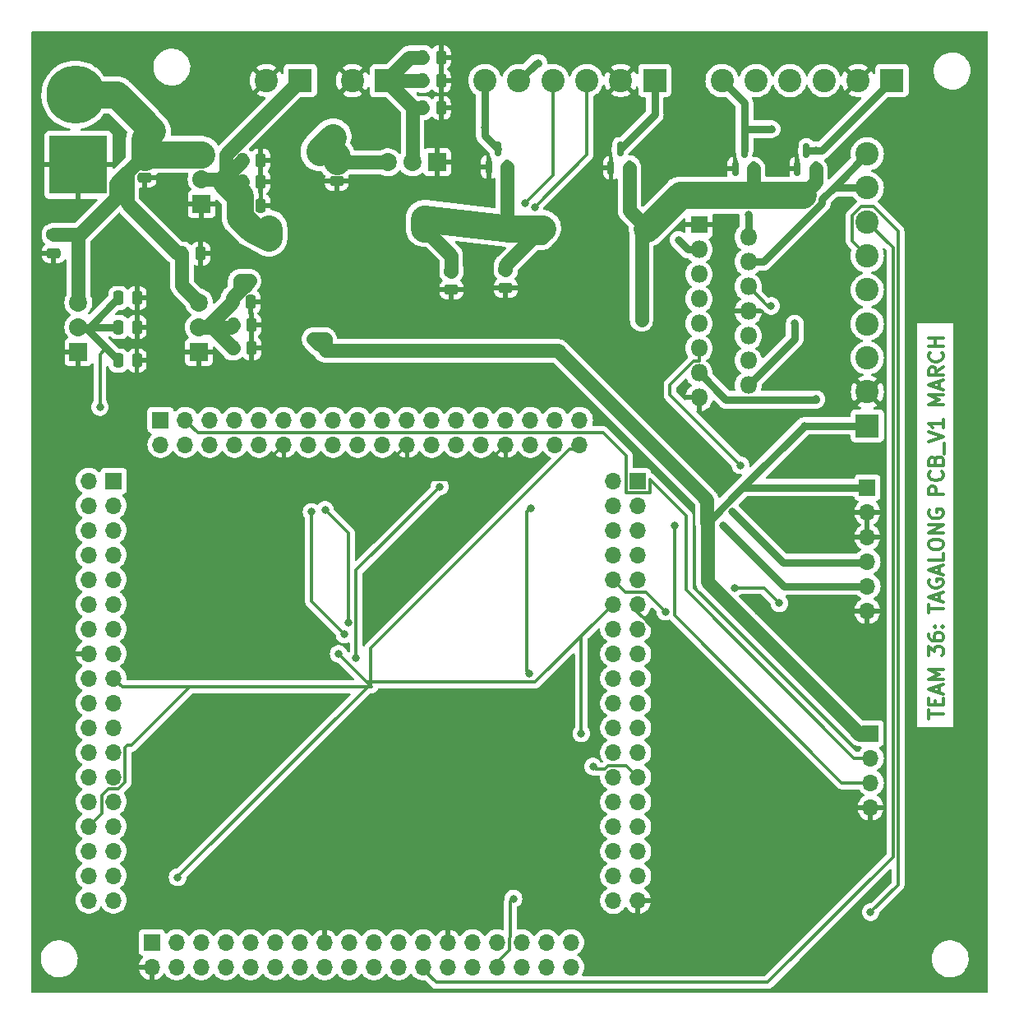
<source format=gbr>
%TF.GenerationSoftware,KiCad,Pcbnew,7.0.0*%
%TF.CreationDate,2023-03-08T02:38:35-06:00*%
%TF.ProjectId,finalproj,66696e61-6c70-4726-9f6a-2e6b69636164,rev?*%
%TF.SameCoordinates,Original*%
%TF.FileFunction,Copper,L1,Top*%
%TF.FilePolarity,Positive*%
%FSLAX46Y46*%
G04 Gerber Fmt 4.6, Leading zero omitted, Abs format (unit mm)*
G04 Created by KiCad (PCBNEW 7.0.0) date 2023-03-08 02:38:35*
%MOMM*%
%LPD*%
G01*
G04 APERTURE LIST*
G04 Aperture macros list*
%AMRoundRect*
0 Rectangle with rounded corners*
0 $1 Rounding radius*
0 $2 $3 $4 $5 $6 $7 $8 $9 X,Y pos of 4 corners*
0 Add a 4 corners polygon primitive as box body*
4,1,4,$2,$3,$4,$5,$6,$7,$8,$9,$2,$3,0*
0 Add four circle primitives for the rounded corners*
1,1,$1+$1,$2,$3*
1,1,$1+$1,$4,$5*
1,1,$1+$1,$6,$7*
1,1,$1+$1,$8,$9*
0 Add four rect primitives between the rounded corners*
20,1,$1+$1,$2,$3,$4,$5,0*
20,1,$1+$1,$4,$5,$6,$7,0*
20,1,$1+$1,$6,$7,$8,$9,0*
20,1,$1+$1,$8,$9,$2,$3,0*%
G04 Aperture macros list end*
%ADD10C,0.300000*%
%TA.AperFunction,NonConductor*%
%ADD11C,0.300000*%
%TD*%
%TA.AperFunction,ComponentPad*%
%ADD12R,2.400000X2.400000*%
%TD*%
%TA.AperFunction,ComponentPad*%
%ADD13C,2.400000*%
%TD*%
%TA.AperFunction,SMDPad,CuDef*%
%ADD14RoundRect,0.250000X-0.475000X0.250000X-0.475000X-0.250000X0.475000X-0.250000X0.475000X0.250000X0*%
%TD*%
%TA.AperFunction,ComponentPad*%
%ADD15R,1.860000X1.860000*%
%TD*%
%TA.AperFunction,ComponentPad*%
%ADD16C,1.860000*%
%TD*%
%TA.AperFunction,ComponentPad*%
%ADD17R,1.700000X1.700000*%
%TD*%
%TA.AperFunction,ComponentPad*%
%ADD18O,1.700000X1.700000*%
%TD*%
%TA.AperFunction,SMDPad,CuDef*%
%ADD19RoundRect,0.250000X-0.250000X-0.475000X0.250000X-0.475000X0.250000X0.475000X-0.250000X0.475000X0*%
%TD*%
%TA.AperFunction,SMDPad,CuDef*%
%ADD20RoundRect,0.150000X0.150000X-0.587500X0.150000X0.587500X-0.150000X0.587500X-0.150000X-0.587500X0*%
%TD*%
%TA.AperFunction,ComponentPad*%
%ADD21R,6.000000X6.000000*%
%TD*%
%TA.AperFunction,ComponentPad*%
%ADD22C,6.000000*%
%TD*%
%TA.AperFunction,ComponentPad*%
%ADD23R,1.800000X1.800000*%
%TD*%
%TA.AperFunction,ComponentPad*%
%ADD24O,1.800000X1.800000*%
%TD*%
%TA.AperFunction,ViaPad*%
%ADD25C,0.800000*%
%TD*%
%TA.AperFunction,Conductor*%
%ADD26C,1.397000*%
%TD*%
%TA.AperFunction,Conductor*%
%ADD27C,2.794000*%
%TD*%
%TA.AperFunction,Conductor*%
%ADD28C,0.787400*%
%TD*%
%TA.AperFunction,Conductor*%
%ADD29C,0.304800*%
%TD*%
G04 APERTURE END LIST*
D10*
D11*
X105373571Y-83457142D02*
X105373571Y-82600000D01*
X106873571Y-83028571D02*
X105373571Y-83028571D01*
X106087857Y-82100000D02*
X106087857Y-81600000D01*
X106873571Y-81385714D02*
X106873571Y-82100000D01*
X106873571Y-82100000D02*
X105373571Y-82100000D01*
X105373571Y-82100000D02*
X105373571Y-81385714D01*
X106445000Y-80814285D02*
X106445000Y-80100000D01*
X106873571Y-80957142D02*
X105373571Y-80457142D01*
X105373571Y-80457142D02*
X106873571Y-79957142D01*
X106873571Y-79457143D02*
X105373571Y-79457143D01*
X105373571Y-79457143D02*
X106445000Y-78957143D01*
X106445000Y-78957143D02*
X105373571Y-78457143D01*
X105373571Y-78457143D02*
X106873571Y-78457143D01*
X105373571Y-76985714D02*
X105373571Y-76057142D01*
X105373571Y-76057142D02*
X105945000Y-76557142D01*
X105945000Y-76557142D02*
X105945000Y-76342857D01*
X105945000Y-76342857D02*
X106016428Y-76200000D01*
X106016428Y-76200000D02*
X106087857Y-76128571D01*
X106087857Y-76128571D02*
X106230714Y-76057142D01*
X106230714Y-76057142D02*
X106587857Y-76057142D01*
X106587857Y-76057142D02*
X106730714Y-76128571D01*
X106730714Y-76128571D02*
X106802142Y-76200000D01*
X106802142Y-76200000D02*
X106873571Y-76342857D01*
X106873571Y-76342857D02*
X106873571Y-76771428D01*
X106873571Y-76771428D02*
X106802142Y-76914285D01*
X106802142Y-76914285D02*
X106730714Y-76985714D01*
X105373571Y-74771429D02*
X105373571Y-75057143D01*
X105373571Y-75057143D02*
X105445000Y-75200000D01*
X105445000Y-75200000D02*
X105516428Y-75271429D01*
X105516428Y-75271429D02*
X105730714Y-75414286D01*
X105730714Y-75414286D02*
X106016428Y-75485714D01*
X106016428Y-75485714D02*
X106587857Y-75485714D01*
X106587857Y-75485714D02*
X106730714Y-75414286D01*
X106730714Y-75414286D02*
X106802142Y-75342857D01*
X106802142Y-75342857D02*
X106873571Y-75200000D01*
X106873571Y-75200000D02*
X106873571Y-74914286D01*
X106873571Y-74914286D02*
X106802142Y-74771429D01*
X106802142Y-74771429D02*
X106730714Y-74700000D01*
X106730714Y-74700000D02*
X106587857Y-74628571D01*
X106587857Y-74628571D02*
X106230714Y-74628571D01*
X106230714Y-74628571D02*
X106087857Y-74700000D01*
X106087857Y-74700000D02*
X106016428Y-74771429D01*
X106016428Y-74771429D02*
X105945000Y-74914286D01*
X105945000Y-74914286D02*
X105945000Y-75200000D01*
X105945000Y-75200000D02*
X106016428Y-75342857D01*
X106016428Y-75342857D02*
X106087857Y-75414286D01*
X106087857Y-75414286D02*
X106230714Y-75485714D01*
X106730714Y-73985715D02*
X106802142Y-73914286D01*
X106802142Y-73914286D02*
X106873571Y-73985715D01*
X106873571Y-73985715D02*
X106802142Y-74057143D01*
X106802142Y-74057143D02*
X106730714Y-73985715D01*
X106730714Y-73985715D02*
X106873571Y-73985715D01*
X105945000Y-73985715D02*
X106016428Y-73914286D01*
X106016428Y-73914286D02*
X106087857Y-73985715D01*
X106087857Y-73985715D02*
X106016428Y-74057143D01*
X106016428Y-74057143D02*
X105945000Y-73985715D01*
X105945000Y-73985715D02*
X106087857Y-73985715D01*
X105373571Y-72585714D02*
X105373571Y-71728572D01*
X106873571Y-72157143D02*
X105373571Y-72157143D01*
X106445000Y-71300000D02*
X106445000Y-70585715D01*
X106873571Y-71442857D02*
X105373571Y-70942857D01*
X105373571Y-70942857D02*
X106873571Y-70442857D01*
X105445000Y-69157143D02*
X105373571Y-69300001D01*
X105373571Y-69300001D02*
X105373571Y-69514286D01*
X105373571Y-69514286D02*
X105445000Y-69728572D01*
X105445000Y-69728572D02*
X105587857Y-69871429D01*
X105587857Y-69871429D02*
X105730714Y-69942858D01*
X105730714Y-69942858D02*
X106016428Y-70014286D01*
X106016428Y-70014286D02*
X106230714Y-70014286D01*
X106230714Y-70014286D02*
X106516428Y-69942858D01*
X106516428Y-69942858D02*
X106659285Y-69871429D01*
X106659285Y-69871429D02*
X106802142Y-69728572D01*
X106802142Y-69728572D02*
X106873571Y-69514286D01*
X106873571Y-69514286D02*
X106873571Y-69371429D01*
X106873571Y-69371429D02*
X106802142Y-69157143D01*
X106802142Y-69157143D02*
X106730714Y-69085715D01*
X106730714Y-69085715D02*
X106230714Y-69085715D01*
X106230714Y-69085715D02*
X106230714Y-69371429D01*
X106445000Y-68514286D02*
X106445000Y-67800001D01*
X106873571Y-68657143D02*
X105373571Y-68157143D01*
X105373571Y-68157143D02*
X106873571Y-67657143D01*
X106873571Y-66442858D02*
X106873571Y-67157144D01*
X106873571Y-67157144D02*
X105373571Y-67157144D01*
X105373571Y-65657143D02*
X105373571Y-65371429D01*
X105373571Y-65371429D02*
X105445000Y-65228572D01*
X105445000Y-65228572D02*
X105587857Y-65085715D01*
X105587857Y-65085715D02*
X105873571Y-65014286D01*
X105873571Y-65014286D02*
X106373571Y-65014286D01*
X106373571Y-65014286D02*
X106659285Y-65085715D01*
X106659285Y-65085715D02*
X106802142Y-65228572D01*
X106802142Y-65228572D02*
X106873571Y-65371429D01*
X106873571Y-65371429D02*
X106873571Y-65657143D01*
X106873571Y-65657143D02*
X106802142Y-65800001D01*
X106802142Y-65800001D02*
X106659285Y-65942858D01*
X106659285Y-65942858D02*
X106373571Y-66014286D01*
X106373571Y-66014286D02*
X105873571Y-66014286D01*
X105873571Y-66014286D02*
X105587857Y-65942858D01*
X105587857Y-65942858D02*
X105445000Y-65800001D01*
X105445000Y-65800001D02*
X105373571Y-65657143D01*
X106873571Y-64371429D02*
X105373571Y-64371429D01*
X105373571Y-64371429D02*
X106873571Y-63514286D01*
X106873571Y-63514286D02*
X105373571Y-63514286D01*
X105445000Y-62014285D02*
X105373571Y-62157143D01*
X105373571Y-62157143D02*
X105373571Y-62371428D01*
X105373571Y-62371428D02*
X105445000Y-62585714D01*
X105445000Y-62585714D02*
X105587857Y-62728571D01*
X105587857Y-62728571D02*
X105730714Y-62800000D01*
X105730714Y-62800000D02*
X106016428Y-62871428D01*
X106016428Y-62871428D02*
X106230714Y-62871428D01*
X106230714Y-62871428D02*
X106516428Y-62800000D01*
X106516428Y-62800000D02*
X106659285Y-62728571D01*
X106659285Y-62728571D02*
X106802142Y-62585714D01*
X106802142Y-62585714D02*
X106873571Y-62371428D01*
X106873571Y-62371428D02*
X106873571Y-62228571D01*
X106873571Y-62228571D02*
X106802142Y-62014285D01*
X106802142Y-62014285D02*
X106730714Y-61942857D01*
X106730714Y-61942857D02*
X106230714Y-61942857D01*
X106230714Y-61942857D02*
X106230714Y-62228571D01*
X106873571Y-60400000D02*
X105373571Y-60400000D01*
X105373571Y-60400000D02*
X105373571Y-59828571D01*
X105373571Y-59828571D02*
X105445000Y-59685714D01*
X105445000Y-59685714D02*
X105516428Y-59614285D01*
X105516428Y-59614285D02*
X105659285Y-59542857D01*
X105659285Y-59542857D02*
X105873571Y-59542857D01*
X105873571Y-59542857D02*
X106016428Y-59614285D01*
X106016428Y-59614285D02*
X106087857Y-59685714D01*
X106087857Y-59685714D02*
X106159285Y-59828571D01*
X106159285Y-59828571D02*
X106159285Y-60400000D01*
X106730714Y-58042857D02*
X106802142Y-58114285D01*
X106802142Y-58114285D02*
X106873571Y-58328571D01*
X106873571Y-58328571D02*
X106873571Y-58471428D01*
X106873571Y-58471428D02*
X106802142Y-58685714D01*
X106802142Y-58685714D02*
X106659285Y-58828571D01*
X106659285Y-58828571D02*
X106516428Y-58900000D01*
X106516428Y-58900000D02*
X106230714Y-58971428D01*
X106230714Y-58971428D02*
X106016428Y-58971428D01*
X106016428Y-58971428D02*
X105730714Y-58900000D01*
X105730714Y-58900000D02*
X105587857Y-58828571D01*
X105587857Y-58828571D02*
X105445000Y-58685714D01*
X105445000Y-58685714D02*
X105373571Y-58471428D01*
X105373571Y-58471428D02*
X105373571Y-58328571D01*
X105373571Y-58328571D02*
X105445000Y-58114285D01*
X105445000Y-58114285D02*
X105516428Y-58042857D01*
X106087857Y-56900000D02*
X106159285Y-56685714D01*
X106159285Y-56685714D02*
X106230714Y-56614285D01*
X106230714Y-56614285D02*
X106373571Y-56542857D01*
X106373571Y-56542857D02*
X106587857Y-56542857D01*
X106587857Y-56542857D02*
X106730714Y-56614285D01*
X106730714Y-56614285D02*
X106802142Y-56685714D01*
X106802142Y-56685714D02*
X106873571Y-56828571D01*
X106873571Y-56828571D02*
X106873571Y-57400000D01*
X106873571Y-57400000D02*
X105373571Y-57400000D01*
X105373571Y-57400000D02*
X105373571Y-56900000D01*
X105373571Y-56900000D02*
X105445000Y-56757143D01*
X105445000Y-56757143D02*
X105516428Y-56685714D01*
X105516428Y-56685714D02*
X105659285Y-56614285D01*
X105659285Y-56614285D02*
X105802142Y-56614285D01*
X105802142Y-56614285D02*
X105945000Y-56685714D01*
X105945000Y-56685714D02*
X106016428Y-56757143D01*
X106016428Y-56757143D02*
X106087857Y-56900000D01*
X106087857Y-56900000D02*
X106087857Y-57400000D01*
X107016428Y-56257143D02*
X107016428Y-55114285D01*
X105373571Y-54971428D02*
X106873571Y-54471428D01*
X106873571Y-54471428D02*
X105373571Y-53971428D01*
X106873571Y-52685714D02*
X106873571Y-53542857D01*
X106873571Y-53114286D02*
X105373571Y-53114286D01*
X105373571Y-53114286D02*
X105587857Y-53257143D01*
X105587857Y-53257143D02*
X105730714Y-53400000D01*
X105730714Y-53400000D02*
X105802142Y-53542857D01*
X106873571Y-51142858D02*
X105373571Y-51142858D01*
X105373571Y-51142858D02*
X106445000Y-50642858D01*
X106445000Y-50642858D02*
X105373571Y-50142858D01*
X105373571Y-50142858D02*
X106873571Y-50142858D01*
X106445000Y-49500000D02*
X106445000Y-48785715D01*
X106873571Y-49642857D02*
X105373571Y-49142857D01*
X105373571Y-49142857D02*
X106873571Y-48642857D01*
X106873571Y-47285715D02*
X106159285Y-47785715D01*
X106873571Y-48142858D02*
X105373571Y-48142858D01*
X105373571Y-48142858D02*
X105373571Y-47571429D01*
X105373571Y-47571429D02*
X105445000Y-47428572D01*
X105445000Y-47428572D02*
X105516428Y-47357143D01*
X105516428Y-47357143D02*
X105659285Y-47285715D01*
X105659285Y-47285715D02*
X105873571Y-47285715D01*
X105873571Y-47285715D02*
X106016428Y-47357143D01*
X106016428Y-47357143D02*
X106087857Y-47428572D01*
X106087857Y-47428572D02*
X106159285Y-47571429D01*
X106159285Y-47571429D02*
X106159285Y-48142858D01*
X106730714Y-45785715D02*
X106802142Y-45857143D01*
X106802142Y-45857143D02*
X106873571Y-46071429D01*
X106873571Y-46071429D02*
X106873571Y-46214286D01*
X106873571Y-46214286D02*
X106802142Y-46428572D01*
X106802142Y-46428572D02*
X106659285Y-46571429D01*
X106659285Y-46571429D02*
X106516428Y-46642858D01*
X106516428Y-46642858D02*
X106230714Y-46714286D01*
X106230714Y-46714286D02*
X106016428Y-46714286D01*
X106016428Y-46714286D02*
X105730714Y-46642858D01*
X105730714Y-46642858D02*
X105587857Y-46571429D01*
X105587857Y-46571429D02*
X105445000Y-46428572D01*
X105445000Y-46428572D02*
X105373571Y-46214286D01*
X105373571Y-46214286D02*
X105373571Y-46071429D01*
X105373571Y-46071429D02*
X105445000Y-45857143D01*
X105445000Y-45857143D02*
X105516428Y-45785715D01*
X106873571Y-45142858D02*
X105373571Y-45142858D01*
X106087857Y-45142858D02*
X106087857Y-44285715D01*
X106873571Y-44285715D02*
X105373571Y-44285715D01*
D12*
%TO.P,J5,1,IOREF*%
%TO.N,+5V*%
X99059999Y-53339999D03*
D13*
%TO.P,J5,2,GND*%
%TO.N,VSS*%
X99060000Y-49840000D03*
%TO.P,J5,3,MODE*%
%TO.N,unconnected-(J5-MODE-Pad3)*%
X99060000Y-46340000D03*
%TO.P,J5,4,MODE*%
%TO.N,unconnected-(J5-MODE-Pad4)*%
X99060000Y-42840000D03*
%TO.P,J5,5,MODE*%
%TO.N,unconnected-(J5-MODE-Pad5)*%
X99060000Y-39340000D03*
%TO.P,J5,6,DIR*%
%TO.N,STEP_DIR*%
X99060000Y-35840000D03*
%TO.P,J5,7,STEP*%
%TO.N,STEP_PWM*%
X99060000Y-32340000D03*
%TO.P,J5,8,NSTANDBY*%
%TO.N,+5V*%
X99060000Y-28840000D03*
%TO.P,J5,9,ENB*%
X99060000Y-25340000D03*
%TD*%
D14*
%TO.P,C2,1*%
%TO.N,+12V*%
X56200000Y-37400000D03*
%TO.P,C2,2*%
%TO.N,VSS*%
X56200000Y-39300000D03*
%TD*%
D15*
%TO.P,U2,1,GND*%
%TO.N,VSS*%
X30479999Y-30479999D03*
D16*
%TO.P,U2,2,VO*%
%TO.N,+12V*%
X30480000Y-27940000D03*
%TO.P,U2,3,VI*%
%TO.N,BATTERY_VIN*%
X30480000Y-25400000D03*
%TD*%
D17*
%TO.P,MCU1,1,PE2*%
%TO.N,unconnected-(MCU1-PE2-Pad1)*%
X21399999Y-58999999D03*
D18*
%TO.P,MCU1,2,PE3*%
%TO.N,unconnected-(MCU1-PE3-Pad2)*%
X18859999Y-58999999D03*
%TO.P,MCU1,3,PE4*%
%TO.N,unconnected-(MCU1-PE4-Pad3)*%
X21399999Y-61539999D03*
%TO.P,MCU1,4,PE5*%
%TO.N,unconnected-(MCU1-PE5-Pad4)*%
X18859999Y-61539999D03*
%TO.P,MCU1,5,PE6*%
%TO.N,unconnected-(MCU1-PE6-Pad5)*%
X21399999Y-64079999D03*
%TO.P,MCU1,6,VBAT*%
%TO.N,unconnected-(MCU1-VBAT-Pad6)*%
X18859999Y-64079999D03*
%TO.P,MCU1,7,PC13*%
%TO.N,unconnected-(MCU1-PC13-Pad7)*%
X21399999Y-66619999D03*
%TO.P,MCU1,8,PC14*%
%TO.N,unconnected-(MCU1-PC14-Pad8)*%
X18859999Y-66619999D03*
%TO.P,MCU1,9,PC15*%
%TO.N,unconnected-(MCU1-PC15-Pad9)*%
X21399999Y-69159999D03*
%TO.P,MCU1,10,PF0*%
%TO.N,unconnected-(MCU1-PF0-Pad10)*%
X18859999Y-69159999D03*
%TO.P,MCU1,11,PF1*%
%TO.N,unconnected-(MCU1-PF1-Pad11)*%
X21399999Y-71699999D03*
%TO.P,MCU1,12,PF2*%
%TO.N,unconnected-(MCU1-PF2-Pad12)*%
X18859999Y-71699999D03*
%TO.P,MCU1,13,PF3*%
%TO.N,unconnected-(MCU1-PF3-Pad13)*%
X21399999Y-74239999D03*
%TO.P,MCU1,14,PF4*%
%TO.N,unconnected-(MCU1-PF4-Pad14)*%
X18859999Y-74239999D03*
%TO.P,MCU1,15,PF5*%
%TO.N,unconnected-(MCU1-PF5-Pad15)*%
X21399999Y-76779999D03*
%TO.P,MCU1,16,VSS*%
%TO.N,VSS*%
X18859999Y-76779999D03*
%TO.P,MCU1,17,VDD*%
%TO.N,VDD*%
X21399999Y-79319999D03*
%TO.P,MCU1,18,PF6*%
%TO.N,unconnected-(MCU1-PF6-Pad18)*%
X18859999Y-79319999D03*
%TO.P,MCU1,19,PF7*%
%TO.N,unconnected-(MCU1-PF7-Pad19)*%
X21399999Y-81859999D03*
%TO.P,MCU1,20,PF8*%
%TO.N,unconnected-(MCU1-PF8-Pad20)*%
X18859999Y-81859999D03*
%TO.P,MCU1,21,PF9*%
%TO.N,unconnected-(MCU1-PF9-Pad21)*%
X21399999Y-84399999D03*
%TO.P,MCU1,22,PF10*%
%TO.N,unconnected-(MCU1-PF10-Pad22)*%
X18859999Y-84399999D03*
%TO.P,MCU1,23,PH0*%
%TO.N,unconnected-(MCU1-PH0-Pad23)*%
X21399999Y-86939999D03*
%TO.P,MCU1,24,PH1*%
%TO.N,unconnected-(MCU1-PH1-Pad24)*%
X18859999Y-86939999D03*
%TO.P,MCU1,25,NRST*%
%TO.N,unconnected-(MCU1-NRST-Pad25)*%
X21399999Y-89479999D03*
%TO.P,MCU1,26,PC0*%
%TO.N,unconnected-(MCU1-PC0-Pad26)*%
X18859999Y-89479999D03*
%TO.P,MCU1,27,PC1*%
%TO.N,unconnected-(MCU1-PC1-Pad27)*%
X21399999Y-92019999D03*
%TO.P,MCU1,28,PC2*%
%TO.N,unconnected-(MCU1-PC2-Pad28)*%
X18859999Y-92019999D03*
%TO.P,MCU1,29,PC3*%
%TO.N,unconnected-(MCU1-PC3-Pad29)*%
X21399999Y-94559999D03*
%TO.P,MCU1,30,VDD*%
%TO.N,VDD*%
X18859999Y-94559999D03*
%TO.P,MCU1,31,VSSA*%
%TO.N,unconnected-(MCU1-VSSA-Pad31)*%
X21399999Y-97099999D03*
%TO.P,MCU1,32,VREF+*%
%TO.N,unconnected-(MCU1-VREF+-Pad32)*%
X18859999Y-97099999D03*
%TO.P,MCU1,33,VDDA*%
%TO.N,unconnected-(MCU1-VDDA-Pad33)*%
X21399999Y-99639999D03*
%TO.P,MCU1,34,PA0*%
%TO.N,unconnected-(MCU1-PA0-Pad34)*%
X18859999Y-99639999D03*
%TO.P,MCU1,35,PA1*%
%TO.N,unconnected-(MCU1-PA1-Pad35)*%
X21399999Y-102179999D03*
%TO.P,MCU1,36,PA2*%
%TO.N,unconnected-(MCU1-PA2-Pad36)*%
X18859999Y-102179999D03*
%TD*%
D19*
%TO.P,C28,1*%
%TO.N,VDD*%
X21900000Y-46600000D03*
%TO.P,C28,2*%
%TO.N,VSS*%
X23800000Y-46600000D03*
%TD*%
D17*
%TO.P,MCU4,109,PA14*%
%TO.N,unconnected-(MCU4-PA14-Pad109)*%
X26250999Y-52731999D03*
D18*
%TO.P,MCU4,110,PA15*%
%TO.N,unconnected-(MCU4-PA15-Pad110)*%
X26250999Y-55271999D03*
%TO.P,MCU4,111,PC10*%
%TO.N,RPI_UART_TX*%
X28790999Y-52731999D03*
%TO.P,MCU4,112,PC11*%
%TO.N,RPI_UART_RX*%
X28790999Y-55271999D03*
%TO.P,MCU4,113,PC12*%
%TO.N,unconnected-(MCU4-PC12-Pad113)*%
X31330999Y-52731999D03*
%TO.P,MCU4,114,PD0*%
%TO.N,unconnected-(MCU4-PD0-Pad114)*%
X31330999Y-55271999D03*
%TO.P,MCU4,115,PD1*%
%TO.N,unconnected-(MCU4-PD1-Pad115)*%
X33870999Y-52731999D03*
%TO.P,MCU4,116,PD2*%
%TO.N,unconnected-(MCU4-PD2-Pad116)*%
X33870999Y-55271999D03*
%TO.P,MCU4,117,PD3*%
%TO.N,unconnected-(MCU4-PD3-Pad117)*%
X36410999Y-52731999D03*
%TO.P,MCU4,118,PD4*%
%TO.N,unconnected-(MCU4-PD4-Pad118)*%
X36410999Y-55271999D03*
%TO.P,MCU4,119,PD5*%
%TO.N,unconnected-(MCU4-PD5-Pad119)*%
X38950999Y-52731999D03*
%TO.P,MCU4,120,VSS*%
%TO.N,VSS*%
X38950999Y-55271999D03*
%TO.P,MCU4,121,VDD_SDMMC*%
%TO.N,unconnected-(MCU4-VDD_SDMMC-Pad121)*%
X41490999Y-52731999D03*
%TO.P,MCU4,122,PD6*%
%TO.N,unconnected-(MCU4-PD6-Pad122)*%
X41490999Y-55271999D03*
%TO.P,MCU4,123,PD7*%
%TO.N,unconnected-(MCU4-PD7-Pad123)*%
X44030999Y-52731999D03*
%TO.P,MCU4,124,PG9*%
%TO.N,MotorAIn1*%
X44030999Y-55271999D03*
%TO.P,MCU4,125,PG10*%
%TO.N,unconnected-(MCU4-PG10-Pad125)*%
X46570999Y-52731999D03*
%TO.P,MCU4,126,PG11*%
%TO.N,unconnected-(MCU4-PG11-Pad126)*%
X46570999Y-55271999D03*
%TO.P,MCU4,127,PG12*%
%TO.N,unconnected-(MCU4-PG12-Pad127)*%
X49110999Y-52731999D03*
%TO.P,MCU4,128,PG13*%
%TO.N,unconnected-(MCU4-PG13-Pad128)*%
X49110999Y-55271999D03*
%TO.P,MCU4,129,PG14*%
%TO.N,MotorAIn2*%
X51650999Y-52731999D03*
%TO.P,MCU4,130,VSS*%
%TO.N,VSS*%
X51650999Y-55271999D03*
%TO.P,MCU4,131,VDD*%
%TO.N,unconnected-(MCU4-VDD-Pad131)*%
X54190999Y-52731999D03*
%TO.P,MCU4,132,PG15*%
%TO.N,unconnected-(MCU4-PG15-Pad132)*%
X54190999Y-55271999D03*
%TO.P,MCU4,133,PB3*%
%TO.N,unconnected-(MCU4-PB3-Pad133)*%
X56730999Y-52731999D03*
%TO.P,MCU4,134,PB4*%
%TO.N,unconnected-(MCU4-PB4-Pad134)*%
X56730999Y-55271999D03*
%TO.P,MCU4,135,PB5*%
%TO.N,unconnected-(MCU4-PB5-Pad135)*%
X59270999Y-52731999D03*
%TO.P,MCU4,136,PB6*%
%TO.N,unconnected-(MCU4-PB6-Pad136)*%
X59270999Y-55271999D03*
%TO.P,MCU4,137,PB7*%
%TO.N,unconnected-(MCU4-PB7-Pad137)*%
X61810999Y-52731999D03*
%TO.P,MCU4,138,BOOT0*%
%TO.N,VSS*%
X61810999Y-55271999D03*
%TO.P,MCU4,139,PB8*%
%TO.N,LIDAR_SCL*%
X64350999Y-52731999D03*
%TO.P,MCU4,140,PB9*%
%TO.N,LIDAR_SDA*%
X64350999Y-55271999D03*
%TO.P,MCU4,141,PE0*%
%TO.N,unconnected-(MCU4-PE0-Pad141)*%
X66890999Y-52731999D03*
%TO.P,MCU4,142,PE1*%
%TO.N,unconnected-(MCU4-PE1-Pad142)*%
X66890999Y-55271999D03*
%TO.P,MCU4,143,PDR_ON*%
%TO.N,unconnected-(MCU4-PDR_ON-Pad143)*%
X69430999Y-52731999D03*
%TO.P,MCU4,144,VDD*%
%TO.N,VDD*%
X69430999Y-55271999D03*
%TD*%
D19*
%TO.P,C3,1*%
%TO.N,12V_IC*%
X53250000Y-15400000D03*
%TO.P,C3,2*%
%TO.N,VSS*%
X55150000Y-15400000D03*
%TD*%
D14*
%TO.P,C24,1*%
%TO.N,BATTERY_VIN*%
X15240000Y-33660000D03*
%TO.P,C24,2*%
%TO.N,VSS*%
X15240000Y-35560000D03*
%TD*%
D19*
%TO.P,C33,1*%
%TO.N,VDD*%
X21910000Y-40170000D03*
%TO.P,C33,2*%
%TO.N,VSS*%
X23810000Y-40170000D03*
%TD*%
%TO.P,C35,1*%
%TO.N,BATTERY_VIN*%
X28450000Y-35600000D03*
%TO.P,C35,2*%
%TO.N,VSS*%
X30350000Y-35600000D03*
%TD*%
D14*
%TO.P,C25,1*%
%TO.N,BATTERY_VIN*%
X24600000Y-25900000D03*
%TO.P,C25,2*%
%TO.N,VSS*%
X24600000Y-27800000D03*
%TD*%
D19*
%TO.P,C27,1*%
%TO.N,+5V*%
X33720000Y-42960000D03*
%TO.P,C27,2*%
%TO.N,VSS*%
X35620000Y-42960000D03*
%TD*%
D20*
%TO.P,D1,1,K*%
%TO.N,VSS*%
X72650000Y-26737500D03*
%TO.P,D1,2,A*%
%TO.N,+12V*%
X74550000Y-26737500D03*
%TO.P,D1,3,K*%
%TO.N,MotorOutA1*%
X73600000Y-24862500D03*
%TD*%
D17*
%TO.P,J7,1,POWER_IN*%
%TO.N,+5V*%
X99059999Y-59689999D03*
D18*
%TO.P,J7,2,POWER_EN*%
%TO.N,VSS*%
X99059999Y-62229999D03*
%TO.P,J7,3,MODE*%
X99059999Y-64769999D03*
%TO.P,J7,4,SCL*%
%TO.N,LIDAR_SCL*%
X99059999Y-67309999D03*
%TO.P,J7,5,SDA*%
%TO.N,LIDAR_SDA*%
X99059999Y-69849999D03*
%TO.P,J7,6,GND*%
%TO.N,VSS*%
X99059999Y-72389999D03*
%TD*%
D19*
%TO.P,C34,1*%
%TO.N,VDD*%
X21910000Y-43180000D03*
%TO.P,C34,2*%
%TO.N,VSS*%
X23810000Y-43180000D03*
%TD*%
D17*
%TO.P,MCU2,37,PA3*%
%TO.N,unconnected-(MCU2-PA3-Pad37)*%
X25346999Y-106507999D03*
D18*
%TO.P,MCU2,38,VSS*%
%TO.N,VSS*%
X25346999Y-109047999D03*
%TO.P,MCU2,39,VDD*%
%TO.N,VDD*%
X27886999Y-106507999D03*
%TO.P,MCU2,40,PA4*%
%TO.N,unconnected-(MCU2-PA4-Pad40)*%
X27886999Y-109047999D03*
%TO.P,MCU2,41,PA5*%
%TO.N,unconnected-(MCU2-PA5-Pad41)*%
X30426999Y-106507999D03*
%TO.P,MCU2,42,PA6*%
%TO.N,unconnected-(MCU2-PA6-Pad42)*%
X30426999Y-109047999D03*
%TO.P,MCU2,43,PA7*%
%TO.N,unconnected-(MCU2-PA7-Pad43)*%
X32966999Y-106507999D03*
%TO.P,MCU2,44,PC4*%
%TO.N,unconnected-(MCU2-PC4-Pad44)*%
X32966999Y-109047999D03*
%TO.P,MCU2,45,PC5*%
%TO.N,unconnected-(MCU2-PC5-Pad45)*%
X35506999Y-106507999D03*
%TO.P,MCU2,46,PB0*%
%TO.N,unconnected-(MCU2-PB0-Pad46)*%
X35506999Y-109047999D03*
%TO.P,MCU2,47,PB1*%
%TO.N,unconnected-(MCU2-PB1-Pad47)*%
X38046999Y-106507999D03*
%TO.P,MCU2,48,PB2*%
%TO.N,unconnected-(MCU2-PB2-Pad48)*%
X38046999Y-109047999D03*
%TO.P,MCU2,49,PF11*%
%TO.N,unconnected-(MCU2-PF11-Pad49)*%
X40586999Y-106507999D03*
%TO.P,MCU2,50,PF12*%
%TO.N,unconnected-(MCU2-PF12-Pad50)*%
X40586999Y-109047999D03*
%TO.P,MCU2,51,VSS*%
%TO.N,VSS*%
X43126999Y-106507999D03*
%TO.P,MCU2,52,VDD*%
%TO.N,VDD*%
X43126999Y-109047999D03*
%TO.P,MCU2,53,PF13*%
%TO.N,unconnected-(MCU2-PF13-Pad53)*%
X45666999Y-106507999D03*
%TO.P,MCU2,54,PF14*%
%TO.N,unconnected-(MCU2-PF14-Pad54)*%
X45666999Y-109047999D03*
%TO.P,MCU2,55,PF15*%
%TO.N,MotorBIn1*%
X48206999Y-106507999D03*
%TO.P,MCU2,56,PG0*%
%TO.N,unconnected-(MCU2-PG0-Pad56)*%
X48206999Y-109047999D03*
%TO.P,MCU2,57,PG1*%
%TO.N,unconnected-(MCU2-PG1-Pad57)*%
X50746999Y-106507999D03*
%TO.P,MCU2,58,PE7*%
%TO.N,unconnected-(MCU2-PE7-Pad58)*%
X50746999Y-109047999D03*
%TO.P,MCU2,59,PE8*%
%TO.N,STEP_DIR*%
X53286999Y-106507999D03*
%TO.P,MCU2,60,PE9*%
%TO.N,STEP_PWM*%
X53286999Y-109047999D03*
%TO.P,MCU2,61,VSS*%
%TO.N,VSS*%
X55826999Y-106507999D03*
%TO.P,MCU2,62,VDD*%
%TO.N,VDD*%
X55826999Y-109047999D03*
%TO.P,MCU2,63,PE10*%
%TO.N,unconnected-(MCU2-PE10-Pad63)*%
X58366999Y-106507999D03*
%TO.P,MCU2,64,PE11*%
%TO.N,unconnected-(MCU2-PE11-Pad64)*%
X58366999Y-109047999D03*
%TO.P,MCU2,65,PE12*%
%TO.N,unconnected-(MCU2-PE12-Pad65)*%
X60906999Y-106507999D03*
%TO.P,MCU2,66,PE13*%
%TO.N,MotorBIn2*%
X60906999Y-109047999D03*
%TO.P,MCU2,67,PE14*%
%TO.N,unconnected-(MCU2-PE14-Pad67)*%
X63446999Y-106507999D03*
%TO.P,MCU2,68,PE15*%
%TO.N,unconnected-(MCU2-PE15-Pad68)*%
X63446999Y-109047999D03*
%TO.P,MCU2,69,PB10*%
%TO.N,unconnected-(MCU2-PB10-Pad69)*%
X65986999Y-106507999D03*
%TO.P,MCU2,70,PB11*%
%TO.N,unconnected-(MCU2-PB11-Pad70)*%
X65986999Y-109047999D03*
%TO.P,MCU2,71,VCAP_1*%
%TO.N,unconnected-(MCU2-VCAP_1-Pad71)*%
X68526999Y-106507999D03*
%TO.P,MCU2,72,VDD*%
%TO.N,VDD*%
X68526999Y-109047999D03*
%TD*%
D20*
%TO.P,D3,1,K*%
%TO.N,VSS*%
X91850000Y-26875000D03*
%TO.P,D3,2,A*%
%TO.N,+12V*%
X93750000Y-26875000D03*
%TO.P,D3,3,K*%
%TO.N,MotorOutB1*%
X92800000Y-25000000D03*
%TD*%
D19*
%TO.P,C26,1*%
%TO.N,+12V*%
X34650000Y-30640000D03*
%TO.P,C26,2*%
%TO.N,VSS*%
X36550000Y-30640000D03*
%TD*%
D20*
%TO.P,D2,1,K*%
%TO.N,VSS*%
X60050000Y-26675000D03*
%TO.P,D2,2,A*%
%TO.N,+12V*%
X61950000Y-26675000D03*
%TO.P,D2,3,K*%
%TO.N,MotorOutA2*%
X61000000Y-24800000D03*
%TD*%
D12*
%TO.P,POW3,1,VIN*%
%TO.N,+12V*%
X40639999Y-17779999D03*
D13*
%TO.P,POW3,2,GND*%
%TO.N,VSS*%
X37140000Y-17780000D03*
%TD*%
D14*
%TO.P,C1,1*%
%TO.N,+12V*%
X61800000Y-37250000D03*
%TO.P,C1,2*%
%TO.N,VSS*%
X61800000Y-39150000D03*
%TD*%
D19*
%TO.P,C31,1*%
%TO.N,+5V*%
X33720000Y-45340000D03*
%TO.P,C31,2*%
%TO.N,VSS*%
X35620000Y-45340000D03*
%TD*%
D15*
%TO.P,U4,1,GND*%
%TO.N,VSS*%
X17779999Y-45719999D03*
D16*
%TO.P,U4,2,VO*%
%TO.N,VDD*%
X17780000Y-43180000D03*
%TO.P,U4,3,VI*%
%TO.N,BATTERY_VIN*%
X17780000Y-40640000D03*
%TD*%
D17*
%TO.P,MCU3,73,PB12*%
%TO.N,unconnected-(MCU3-PB12-Pad73)*%
X75434999Y-59029999D03*
D18*
%TO.P,MCU3,74,PB13*%
%TO.N,unconnected-(MCU3-PB13-Pad74)*%
X72894999Y-59029999D03*
%TO.P,MCU3,75,PB14*%
%TO.N,unconnected-(MCU3-PB14-Pad75)*%
X75434999Y-61569999D03*
%TO.P,MCU3,76,PB15*%
%TO.N,unconnected-(MCU3-PB15-Pad76)*%
X72894999Y-61569999D03*
%TO.P,MCU3,77,PD8*%
%TO.N,unconnected-(MCU3-PD8-Pad77)*%
X75434999Y-64109999D03*
%TO.P,MCU3,78,PD9*%
%TO.N,unconnected-(MCU3-PD9-Pad78)*%
X72894999Y-64109999D03*
%TO.P,MCU3,79,PD10*%
%TO.N,unconnected-(MCU3-PD10-Pad79)*%
X75434999Y-66649999D03*
%TO.P,MCU3,80,PD11*%
%TO.N,unconnected-(MCU3-PD11-Pad80)*%
X72894999Y-66649999D03*
%TO.P,MCU3,81,PD12*%
%TO.N,EncoderBFeedback1*%
X75434999Y-69189999D03*
%TO.P,MCU3,82,PD13*%
%TO.N,EncoderBFeedback2*%
X72894999Y-69189999D03*
%TO.P,MCU3,83,VSS*%
%TO.N,VSS*%
X75434999Y-71729999D03*
%TO.P,MCU3,84,VDD*%
%TO.N,VDD*%
X72894999Y-71729999D03*
%TO.P,MCU3,85,PD14*%
%TO.N,MotorBPWM*%
X75434999Y-74269999D03*
%TO.P,MCU3,86,PD15*%
%TO.N,unconnected-(MCU3-PD15-Pad86)*%
X72894999Y-74269999D03*
%TO.P,MCU3,87,PG2*%
%TO.N,unconnected-(MCU3-PG2-Pad87)*%
X75434999Y-76809999D03*
%TO.P,MCU3,88,PG3*%
%TO.N,unconnected-(MCU3-PG3-Pad88)*%
X72894999Y-76809999D03*
%TO.P,MCU3,89,PG4*%
%TO.N,unconnected-(MCU3-PG4-Pad89)*%
X75434999Y-79349999D03*
%TO.P,MCU3,90,PG5*%
%TO.N,unconnected-(MCU3-PG5-Pad90)*%
X72894999Y-79349999D03*
%TO.P,MCU3,91,PG6*%
%TO.N,unconnected-(MCU3-PG6-Pad91)*%
X75434999Y-81889999D03*
%TO.P,MCU3,92,PG7*%
%TO.N,unconnected-(MCU3-PG7-Pad92)*%
X72894999Y-81889999D03*
%TO.P,MCU3,93,PG8*%
%TO.N,unconnected-(MCU3-PG8-Pad93)*%
X75434999Y-84429999D03*
%TO.P,MCU3,94,VSS*%
%TO.N,unconnected-(MCU3-VSS-Pad94)*%
X72894999Y-84429999D03*
%TO.P,MCU3,95,VDD_USB*%
%TO.N,unconnected-(MCU3-VDD_USB-Pad95)*%
X75434999Y-86969999D03*
%TO.P,MCU3,96,PC6*%
%TO.N,EncoderAFeedback1*%
X72894999Y-86969999D03*
%TO.P,MCU3,97,PC7*%
%TO.N,EncoderAFeedback2*%
X75434999Y-89509999D03*
%TO.P,MCU3,98,PC8*%
%TO.N,MotorAPWM*%
X72894999Y-89509999D03*
%TO.P,MCU3,99,PC9*%
%TO.N,unconnected-(MCU3-PC9-Pad99)*%
X75434999Y-92049999D03*
%TO.P,MCU3,100,PA8*%
%TO.N,unconnected-(MCU3-PA8-Pad100)*%
X72894999Y-92049999D03*
%TO.P,MCU3,101,PA9*%
%TO.N,unconnected-(MCU3-PA9-Pad101)*%
X75434999Y-94589999D03*
%TO.P,MCU3,102,PA10*%
%TO.N,unconnected-(MCU3-PA10-Pad102)*%
X72894999Y-94589999D03*
%TO.P,MCU3,103,PA11*%
%TO.N,unconnected-(MCU3-PA11-Pad103)*%
X75434999Y-97129999D03*
%TO.P,MCU3,104,PA12*%
%TO.N,unconnected-(MCU3-PA12-Pad104)*%
X72894999Y-97129999D03*
%TO.P,MCU3,105,PA13*%
%TO.N,unconnected-(MCU3-PA13-Pad105)*%
X75434999Y-99669999D03*
%TO.P,MCU3,106,V_CAP_2*%
%TO.N,unconnected-(MCU3-V_CAP_2-Pad106)*%
X72894999Y-99669999D03*
%TO.P,MCU3,107,VSS*%
%TO.N,VSS*%
X75434999Y-102209999D03*
%TO.P,MCU3,108,VDD*%
%TO.N,VDD*%
X72894999Y-102209999D03*
%TD*%
D19*
%TO.P,C32,1*%
%TO.N,+5V*%
X33650000Y-40600000D03*
%TO.P,C32,2*%
%TO.N,VSS*%
X35550000Y-40600000D03*
%TD*%
D15*
%TO.P,U1,1,GND*%
%TO.N,VSS*%
X54739999Y-26199999D03*
D16*
%TO.P,U1,2,VO*%
%TO.N,12V_IC*%
X52200000Y-26200000D03*
%TO.P,U1,3,VI*%
%TO.N,BATTERY_VIN*%
X49660000Y-26200000D03*
%TD*%
D20*
%TO.P,D4,1,K*%
%TO.N,VSS*%
X85450000Y-26875000D03*
%TO.P,D4,2,A*%
%TO.N,+12V*%
X87350000Y-26875000D03*
%TO.P,D4,3,K*%
%TO.N,MotorOutB2*%
X86400000Y-25000000D03*
%TD*%
D12*
%TO.P,J11,1,Power+*%
%TO.N,MotorOutB1*%
X101599999Y-17779999D03*
D13*
%TO.P,J11,2,Encoder_Power-*%
%TO.N,VSS*%
X98100000Y-17780000D03*
%TO.P,J11,3,Signal_Feedback*%
%TO.N,EncoderBFeedback1*%
X94600000Y-17780000D03*
%TO.P,J11,4,Signal_Feedback*%
%TO.N,EncoderBFeedback2*%
X91100000Y-17780000D03*
%TO.P,J11,5,Encoder_Power+*%
%TO.N,+5V*%
X87600000Y-17780000D03*
%TO.P,J11,6,Power-*%
%TO.N,MotorOutB2*%
X84100000Y-17780000D03*
%TD*%
D17*
%TO.P,J9,1,VIN*%
%TO.N,+5V*%
X99399999Y-84999999D03*
D18*
%TO.P,J9,2,TX*%
%TO.N,RPI_UART_TX*%
X99399999Y-87539999D03*
%TO.P,J9,3,RX*%
%TO.N,RPI_UART_RX*%
X99399999Y-90079999D03*
%TO.P,J9,4,GND*%
%TO.N,VSS*%
X99399999Y-92619999D03*
%TD*%
D19*
%TO.P,C6,1*%
%TO.N,12V_IC*%
X53250000Y-20600000D03*
%TO.P,C6,2*%
%TO.N,VSS*%
X55150000Y-20600000D03*
%TD*%
D12*
%TO.P,POW2,1,VIN*%
%TO.N,12V_IC*%
X49499999Y-17799999D03*
D13*
%TO.P,POW2,2,GND*%
%TO.N,VSS*%
X46000000Y-17800000D03*
%TD*%
D14*
%TO.P,C4,1*%
%TO.N,BATTERY_VIN*%
X44400000Y-26250000D03*
%TO.P,C4,2*%
%TO.N,VSS*%
X44400000Y-28150000D03*
%TD*%
D21*
%TO.P,POW1,1,Pin_1*%
%TO.N,VSS*%
X17779999Y-26459999D03*
D22*
%TO.P,POW1,2,Pin_2*%
%TO.N,BATTERY_VIN*%
X17475000Y-19260000D03*
%TD*%
D19*
%TO.P,C29,1*%
%TO.N,+12V*%
X34650000Y-26000000D03*
%TO.P,C29,2*%
%TO.N,VSS*%
X36550000Y-26000000D03*
%TD*%
%TO.P,C30,1*%
%TO.N,+12V*%
X34650000Y-28200000D03*
%TO.P,C30,2*%
%TO.N,VSS*%
X36550000Y-28200000D03*
%TD*%
D23*
%TO.P,U5,1,SENSE_A*%
%TO.N,VSS*%
X81719999Y-32649999D03*
D24*
%TO.P,U5,2,OUT1*%
%TO.N,MotorOutA1*%
X86799999Y-33919999D03*
%TO.P,U5,3,OUT2*%
%TO.N,MotorOutA2*%
X81719999Y-35189999D03*
%TO.P,U5,4,Vs*%
%TO.N,+5V*%
X86799999Y-36459999D03*
%TO.P,U5,5,IN1*%
%TO.N,MotorAIn1*%
X81719999Y-37729999D03*
%TO.P,U5,6,EnA*%
%TO.N,MotorAPWM*%
X86799999Y-38999999D03*
%TO.P,U5,7,IN2*%
%TO.N,MotorAIn2*%
X81719999Y-40269999D03*
%TO.P,U5,8,GND*%
%TO.N,VSS*%
X86799999Y-41539999D03*
%TO.P,U5,9,Vss*%
%TO.N,+12V*%
X81719999Y-42809999D03*
%TO.P,U5,10,IN3*%
%TO.N,MotorBIn1*%
X86799999Y-44079999D03*
%TO.P,U5,11,EnB*%
%TO.N,MotorBPWM*%
X81719999Y-45349999D03*
%TO.P,U5,12,IN4*%
%TO.N,MotorBIn2*%
X86799999Y-46619999D03*
%TO.P,U5,13,OUT3*%
%TO.N,MotorOutB1*%
X81719999Y-47889999D03*
%TO.P,U5,14,OUT4*%
%TO.N,MotorOutB2*%
X86799999Y-49159999D03*
%TO.P,U5,15,SENSE_B*%
%TO.N,VSS*%
X81719999Y-50429999D03*
%TD*%
D12*
%TO.P,J10,1,Power+*%
%TO.N,MotorOutA1*%
X77159999Y-17779999D03*
D13*
%TO.P,J10,2,Encoder_Power-*%
%TO.N,VSS*%
X73660000Y-17780000D03*
%TO.P,J10,3,Signal_Feedback*%
%TO.N,EncoderAFeedback1*%
X70160000Y-17780000D03*
%TO.P,J10,4,Signal_Feedback*%
%TO.N,EncoderAFeedback2*%
X66660000Y-17780000D03*
%TO.P,J10,5,Encoder_Power+*%
%TO.N,+5V*%
X63160000Y-17780000D03*
%TO.P,J10,6,Power-*%
%TO.N,MotorOutA2*%
X59660000Y-17780000D03*
%TD*%
D15*
%TO.P,U3,1,GND*%
%TO.N,VSS*%
X30199999Y-45719999D03*
D16*
%TO.P,U3,2,VO*%
%TO.N,+5V*%
X30200000Y-43180000D03*
%TO.P,U3,3,VI*%
%TO.N,BATTERY_VIN*%
X30200000Y-40640000D03*
%TD*%
D19*
%TO.P,C5,1*%
%TO.N,12V_IC*%
X53250000Y-17800000D03*
%TO.P,C5,2*%
%TO.N,VSS*%
X55150000Y-17800000D03*
%TD*%
D25*
%TO.N,BATTERY_VIN*%
X25400000Y-23000000D03*
X42600000Y-25200000D03*
X43400000Y-24600000D03*
X44000000Y-23600000D03*
X24600000Y-22142360D03*
%TO.N,+12V*%
X76000000Y-42600000D03*
X65600000Y-34000000D03*
X65600000Y-33000000D03*
X37400000Y-33000000D03*
X76200000Y-32400000D03*
X37400000Y-34000000D03*
X75980363Y-33395637D03*
X53400000Y-33000000D03*
X53400000Y-32000000D03*
%TO.N,+5V*%
X43200000Y-44400000D03*
X42600000Y-45000000D03*
X92573802Y-53340000D03*
X65200000Y-16000000D03*
X34400000Y-38400000D03*
X35000000Y-39000000D03*
X92806800Y-32007637D03*
%TO.N,STEP_DIR*%
X99400000Y-103400000D03*
%TO.N,LIDAR_SCL*%
X85159200Y-62159200D03*
%TO.N,VSS*%
X16800000Y-76800000D03*
X43200000Y-101600000D03*
X79000000Y-102200000D03*
X56000000Y-101400000D03*
X37800000Y-58000000D03*
X78000000Y-75000000D03*
X84600000Y-41400000D03*
X50600000Y-59400000D03*
%TO.N,VDD*%
X20000000Y-51400000D03*
X69600000Y-85000000D03*
X28000000Y-99800000D03*
X44600000Y-76800000D03*
%TO.N,LIDAR_SDA*%
X84200000Y-63600000D03*
%TO.N,RPI_UART_RX*%
X79200000Y-63600000D03*
%TO.N,MotorOutB2*%
X89200000Y-22800000D03*
X91580602Y-42800000D03*
%TO.N,MotorOutB1*%
X93800000Y-50600000D03*
X93800000Y-25000000D03*
%TO.N,MotorOutA2*%
X79600000Y-34200000D03*
X59660000Y-22600000D03*
%TO.N,MotorOutA1*%
X86800000Y-31600000D03*
X77160000Y-21302500D03*
%TO.N,MotorAPWM*%
X89154102Y-41000000D03*
%TO.N,MotorBIn1*%
X55000000Y-59600000D03*
X46400000Y-77200000D03*
%TO.N,MotorBPWM*%
X86000000Y-57400000D03*
%TO.N,MotorBIn2*%
X64200000Y-78800000D03*
X62600000Y-102000000D03*
X64400000Y-61800000D03*
%TO.N,EncoderAFeedback1*%
X43200000Y-62000000D03*
X45600000Y-73600000D03*
X64800000Y-30800000D03*
%TO.N,EncoderAFeedback2*%
X63800000Y-30400000D03*
X45200000Y-74800000D03*
X41800000Y-62200000D03*
X70800000Y-88400000D03*
%TO.N,EncoderBFeedback1*%
X90000000Y-71600000D03*
X85400000Y-70000000D03*
%TO.N,EncoderBFeedback2*%
X78251674Y-72451674D03*
%TD*%
D26*
%TO.N,BATTERY_VIN*%
X49660000Y-26200000D02*
X44450000Y-26200000D01*
X28000776Y-35600000D02*
X28450000Y-35600000D01*
X44450000Y-26200000D02*
X44400000Y-26250000D01*
D27*
X17475000Y-19260000D02*
X21717640Y-19260000D01*
D26*
X22825388Y-30424612D02*
X28000776Y-35600000D01*
D27*
X24600000Y-23800000D02*
X24600000Y-25703000D01*
X42600000Y-25000000D02*
X44000000Y-23600000D01*
D26*
X21678500Y-28372276D02*
X21678500Y-29921500D01*
D27*
X24600000Y-22142360D02*
X24600000Y-22200000D01*
D26*
X24600000Y-25900000D02*
X24150776Y-25900000D01*
D27*
X44400000Y-25600000D02*
X44400000Y-26053000D01*
D26*
X17940000Y-33660000D02*
X17780000Y-33820000D01*
X28450000Y-35600000D02*
X28450000Y-38890000D01*
X17780000Y-33820000D02*
X17780000Y-40640000D01*
D27*
X24600000Y-22200000D02*
X25400000Y-23000000D01*
X21717640Y-19260000D02*
X24600000Y-22142360D01*
X24600000Y-25703000D02*
X24903000Y-25400000D01*
D26*
X28450000Y-38890000D02*
X30200000Y-40640000D01*
D27*
X24903000Y-25400000D02*
X30480000Y-25400000D01*
X25400000Y-23000000D02*
X24600000Y-23800000D01*
D26*
X17940000Y-33660000D02*
X15240000Y-33660000D01*
D27*
X43400000Y-24600000D02*
X44400000Y-25600000D01*
D26*
X22825388Y-27225388D02*
X21678500Y-28372276D01*
X22825388Y-27225388D02*
X22825388Y-30424612D01*
D27*
X42600000Y-25200000D02*
X42600000Y-25000000D01*
D26*
X24150776Y-25900000D02*
X22825388Y-27225388D01*
X21678500Y-29921500D02*
X17940000Y-33660000D01*
%TO.N,+12V*%
X61800000Y-36800000D02*
X64600000Y-34000000D01*
X56200000Y-35800000D02*
X53400000Y-33000000D01*
X87350000Y-26875000D02*
X87350000Y-29550000D01*
X32970000Y-25450000D02*
X32970000Y-28200000D01*
D27*
X37400000Y-33000000D02*
X37400000Y-34000000D01*
D26*
X61950000Y-32750000D02*
X62200000Y-33000000D01*
X64600000Y-34000000D02*
X65600000Y-34000000D01*
X75800000Y-42400000D02*
X75800000Y-33576000D01*
X32710000Y-27940000D02*
X34650000Y-26000000D01*
X61800000Y-37250000D02*
X61800000Y-36800000D01*
D27*
X76376000Y-33000000D02*
X79776000Y-29600000D01*
X53400000Y-32000000D02*
X62200000Y-33000000D01*
D26*
X30480000Y-27940000D02*
X32710000Y-27940000D01*
D27*
X34453000Y-31880052D02*
X34453000Y-29683000D01*
D26*
X61950000Y-26675000D02*
X61950000Y-32750000D01*
X75800000Y-33576000D02*
X76376000Y-33000000D01*
D27*
X37400000Y-34000000D02*
X35572948Y-33000000D01*
D26*
X76200000Y-32400000D02*
X76200000Y-32824000D01*
D27*
X34453000Y-29683000D02*
X32970000Y-28200000D01*
X65600000Y-33000000D02*
X64200000Y-33000000D01*
X35572948Y-33000000D02*
X34453000Y-31880052D01*
D26*
X93750000Y-26875000D02*
X93750000Y-28250000D01*
X40640000Y-17780000D02*
X32970000Y-25450000D01*
X74550000Y-31174000D02*
X75776000Y-32400000D01*
X56200000Y-37400000D02*
X56200000Y-35800000D01*
D27*
X62200000Y-33000000D02*
X65600000Y-33000000D01*
X87400000Y-29600000D02*
X92400000Y-29600000D01*
X79776000Y-29600000D02*
X87400000Y-29600000D01*
D26*
X76200000Y-32824000D02*
X76376000Y-33000000D01*
D27*
X53400000Y-33000000D02*
X53400000Y-32000000D01*
D26*
X75776000Y-32400000D02*
X76200000Y-32400000D01*
X34650000Y-29880000D02*
X32710000Y-27940000D01*
X74550000Y-26737500D02*
X74550000Y-31174000D01*
X87350000Y-29550000D02*
X87400000Y-29600000D01*
X34650000Y-30640000D02*
X34650000Y-29880000D01*
X65600000Y-34000000D02*
X65600000Y-33000000D01*
X93750000Y-28250000D02*
X92400000Y-29600000D01*
X32970000Y-28200000D02*
X32710000Y-27940000D01*
X34650000Y-28200000D02*
X32970000Y-28200000D01*
%TO.N,+5V*%
X31070000Y-43180000D02*
X33650000Y-40600000D01*
X35400776Y-38400000D02*
X33650000Y-40150776D01*
X82550000Y-60960000D02*
X82550000Y-63263802D01*
D28*
X99060000Y-59690000D02*
X86290000Y-59690000D01*
D26*
X33500000Y-43180000D02*
X33720000Y-42960000D01*
D28*
X94390700Y-30009300D02*
X94390700Y-30424575D01*
D26*
X34400000Y-38400000D02*
X35400776Y-38400000D01*
X31560000Y-43180000D02*
X30200000Y-43180000D01*
D28*
X99060000Y-25340000D02*
X95700000Y-28700000D01*
X63160000Y-17780000D02*
X64953700Y-15986300D01*
X65186300Y-15986300D02*
X65200000Y-16000000D01*
X88355275Y-36460000D02*
X86800000Y-36460000D01*
D26*
X33720000Y-45340000D02*
X31560000Y-43180000D01*
X43200000Y-45600000D02*
X67190000Y-45600000D01*
X42000000Y-44400000D02*
X43200000Y-44400000D01*
D28*
X99060000Y-28840000D02*
X95840000Y-28840000D01*
D26*
X99060000Y-85090000D02*
X98290000Y-85090000D01*
D28*
X86256901Y-59656901D02*
X82600000Y-63313802D01*
D26*
X82600000Y-69400000D02*
X82600000Y-63313802D01*
X34400000Y-39400776D02*
X34400000Y-38400000D01*
X34824276Y-38976500D02*
X34976500Y-38976500D01*
X30200000Y-43180000D02*
X31070000Y-43180000D01*
X34824276Y-38976500D02*
X34400000Y-39400776D01*
D28*
X64953700Y-15986300D02*
X65186300Y-15986300D01*
D26*
X34976500Y-38976500D02*
X35000000Y-39000000D01*
X43200000Y-44400000D02*
X43200000Y-45600000D01*
D28*
X86290000Y-59690000D02*
X86256901Y-59656901D01*
X94390700Y-30424575D02*
X88355275Y-36460000D01*
D26*
X98290000Y-85090000D02*
X82600000Y-69400000D01*
X82550000Y-63263802D02*
X82600000Y-63313802D01*
D28*
X95700000Y-28700000D02*
X94390700Y-30009300D01*
X92573802Y-53340000D02*
X86256901Y-59656901D01*
D26*
X33650000Y-40150776D02*
X33650000Y-40600000D01*
X30200000Y-43180000D02*
X33500000Y-43180000D01*
D28*
X95840000Y-28840000D02*
X95700000Y-28700000D01*
X92573802Y-53340000D02*
X99060000Y-53340000D01*
D26*
X42600000Y-45000000D02*
X42000000Y-44400000D01*
X67190000Y-45600000D02*
X82550000Y-60960000D01*
D29*
%TO.N,STEP_DIR*%
X99703026Y-30787600D02*
X98416974Y-30787600D01*
X102222000Y-100578000D02*
X102222000Y-33306574D01*
X102222000Y-33306574D02*
X99703026Y-30787600D01*
X99400000Y-103400000D02*
X102222000Y-100578000D01*
X98416974Y-30787600D02*
X97507600Y-31696974D01*
X97507600Y-31696974D02*
X97507600Y-34287600D01*
X97507600Y-34287600D02*
X99060000Y-35840000D01*
%TO.N,STEP_PWM*%
X54670000Y-110620000D02*
X88780000Y-110620000D01*
X101717200Y-34997200D02*
X99060000Y-32340000D01*
X88780000Y-110620000D02*
X101717200Y-97682800D01*
X101717200Y-97682800D02*
X101717200Y-34997200D01*
X53340000Y-109290000D02*
X54670000Y-110620000D01*
D28*
%TO.N,LIDAR_SCL*%
X90400000Y-67400000D02*
X85159200Y-62159200D01*
X99060000Y-67310000D02*
X98970000Y-67400000D01*
X98970000Y-67400000D02*
X90400000Y-67400000D01*
D29*
%TO.N,VSS*%
X37800000Y-56423000D02*
X38951000Y-55272000D01*
X43180000Y-106000000D02*
X43130000Y-105950000D01*
X86800000Y-41540000D02*
X84740000Y-41540000D01*
X77900000Y-75000000D02*
X78000000Y-75000000D01*
X55880000Y-101520000D02*
X56000000Y-101400000D01*
X18790000Y-76850000D02*
X16850000Y-76850000D01*
X75955000Y-73055000D02*
X77900000Y-75000000D01*
X43130000Y-101670000D02*
X43200000Y-101600000D01*
X50600000Y-59400000D02*
X50600000Y-56323000D01*
X75955000Y-73055000D02*
X75435000Y-72535000D01*
X37800000Y-58000000D02*
X37800000Y-56423000D01*
X43130000Y-105950000D02*
X43130000Y-101670000D01*
X61811000Y-55272000D02*
X58235400Y-58847600D01*
X84740000Y-41540000D02*
X84600000Y-41400000D01*
X78910000Y-102110000D02*
X79000000Y-102200000D01*
X75470000Y-102110000D02*
X78910000Y-102110000D01*
X75435000Y-72535000D02*
X75435000Y-71730000D01*
X51152400Y-58847600D02*
X50600000Y-59400000D01*
X18860000Y-76780000D02*
X18790000Y-76850000D01*
X16850000Y-76850000D02*
X16800000Y-76800000D01*
X58235400Y-58847600D02*
X51152400Y-58847600D01*
X50600000Y-56323000D02*
X51651000Y-55272000D01*
X55880000Y-106000000D02*
X55880000Y-101520000D01*
X37900000Y-57900000D02*
X37800000Y-58000000D01*
%TO.N,VDD*%
X29250000Y-80200000D02*
X23210000Y-86240000D01*
X22804349Y-86240000D02*
X22602400Y-86441949D01*
X47800000Y-80000000D02*
X47900000Y-80100000D01*
X22602400Y-89978051D02*
X21898051Y-90682400D01*
X69600000Y-85000000D02*
X69600000Y-74960000D01*
D28*
X17780000Y-43180000D02*
X18480000Y-43180000D01*
D29*
X47900000Y-80100000D02*
X47900000Y-76220000D01*
X44600000Y-76800000D02*
X47500000Y-79700000D01*
X72050000Y-72575000D02*
X72895000Y-71730000D01*
X20901949Y-90682400D02*
X20197600Y-91386749D01*
D28*
X17780000Y-43180000D02*
X18900000Y-43180000D01*
D29*
X64860000Y-79700000D02*
X71985000Y-72575000D01*
X20650000Y-45350000D02*
X20000000Y-46000000D01*
X68380000Y-55740000D02*
X68963000Y-55740000D01*
X20197600Y-91386749D02*
X20197600Y-93222400D01*
X48000000Y-80200000D02*
X47800000Y-80200000D01*
X20000000Y-46000000D02*
X20000000Y-51400000D01*
X47900000Y-76220000D02*
X68380000Y-55740000D01*
X22602400Y-86441949D02*
X22602400Y-89978051D01*
X47800000Y-80200000D02*
X29250000Y-80200000D01*
X22280000Y-80200000D02*
X21400000Y-79320000D01*
X27940000Y-99860000D02*
X28000000Y-99800000D01*
D28*
X18900000Y-43180000D02*
X21910000Y-43180000D01*
D29*
X47800000Y-80000000D02*
X48000000Y-80200000D01*
X47500000Y-79700000D02*
X64860000Y-79700000D01*
X20197600Y-93222400D02*
X18860000Y-94560000D01*
X71985000Y-72575000D02*
X72050000Y-72575000D01*
X47800000Y-80000000D02*
X27940000Y-99860000D01*
D28*
X20650000Y-45350000D02*
X21900000Y-46600000D01*
D29*
X47500000Y-79700000D02*
X47800000Y-80000000D01*
X23210000Y-86240000D02*
X22804349Y-86240000D01*
D28*
X18480000Y-43180000D02*
X20650000Y-45350000D01*
X18900000Y-43180000D02*
X21910000Y-40170000D01*
D29*
X47800000Y-80200000D02*
X22280000Y-80200000D01*
X68963000Y-55740000D02*
X69431000Y-55272000D01*
X21898051Y-90682400D02*
X20901949Y-90682400D01*
D28*
%TO.N,LIDAR_SDA*%
X90450000Y-69850000D02*
X84200000Y-63600000D01*
X99060000Y-69850000D02*
X90450000Y-69850000D01*
D29*
%TO.N,RPI_UART_TX*%
X30089000Y-54030000D02*
X28791000Y-52732000D01*
X71830000Y-54030000D02*
X30089000Y-54030000D01*
X80400000Y-70240000D02*
X80400000Y-62600000D01*
X76637400Y-60232400D02*
X74232600Y-60232400D01*
X74232600Y-60232400D02*
X74232600Y-56432600D01*
X97700000Y-87540000D02*
X80400000Y-70240000D01*
X74232600Y-56432600D02*
X71830000Y-54030000D01*
X99400000Y-87540000D02*
X97700000Y-87540000D01*
X80400000Y-62600000D02*
X76637400Y-58837400D01*
X76637400Y-58837400D02*
X76637400Y-60232400D01*
%TO.N,RPI_UART_RX*%
X96430000Y-90080000D02*
X79200000Y-72850000D01*
X99400000Y-90080000D02*
X96430000Y-90080000D01*
X79200000Y-72850000D02*
X79200000Y-63600000D01*
D28*
%TO.N,MotorOutB2*%
X86400000Y-23000000D02*
X86400000Y-20080000D01*
X89200000Y-22800000D02*
X86600000Y-22800000D01*
X86400000Y-25000000D02*
X86400000Y-23000000D01*
X86400000Y-20080000D02*
X84100000Y-17780000D01*
X86800000Y-49160000D02*
X91580602Y-44379398D01*
X86600000Y-22800000D02*
X86400000Y-23000000D01*
X91580602Y-44379398D02*
X91580602Y-42800000D01*
%TO.N,MotorOutB1*%
X84483700Y-50653700D02*
X81720000Y-47890000D01*
X93800000Y-50600000D02*
X93746300Y-50653700D01*
X94380000Y-25000000D02*
X101600000Y-17780000D01*
X93746300Y-50653700D02*
X84483700Y-50653700D01*
X92800000Y-25000000D02*
X93800000Y-25000000D01*
X93800000Y-25000000D02*
X94380000Y-25000000D01*
%TO.N,MotorOutA2*%
X81720000Y-35190000D02*
X80590000Y-35190000D01*
X59660000Y-22600000D02*
X59660000Y-23460000D01*
X59660000Y-17780000D02*
X59660000Y-22600000D01*
X80590000Y-35190000D02*
X79600000Y-34200000D01*
X59660000Y-23460000D02*
X61000000Y-24800000D01*
%TO.N,MotorOutA1*%
X77160000Y-21302500D02*
X77160000Y-17780000D01*
X73600000Y-24862500D02*
X77160000Y-21302500D01*
X86800000Y-31600000D02*
X86800000Y-33920000D01*
D29*
%TO.N,MotorAPWM*%
X88800000Y-41000000D02*
X86800000Y-39000000D01*
X89154102Y-41000000D02*
X88800000Y-41000000D01*
%TO.N,MotorBIn1*%
X55000000Y-59600000D02*
X46400000Y-68200000D01*
X46400000Y-68200000D02*
X46400000Y-77200000D01*
%TO.N,MotorBPWM*%
X78738181Y-50138181D02*
X86000000Y-57400000D01*
X81720000Y-45350000D02*
X81720000Y-46637600D01*
X81720000Y-46637600D02*
X81201238Y-46637600D01*
X78738181Y-49100657D02*
X78738181Y-50138181D01*
X81201238Y-46637600D02*
X78738181Y-49100657D01*
%TO.N,MotorBIn2*%
X62297600Y-102302400D02*
X62297600Y-105956949D01*
X64004800Y-62195200D02*
X64004800Y-78604800D01*
X62297600Y-105956949D02*
X62180000Y-106074549D01*
X62180000Y-107320000D02*
X60960000Y-108540000D01*
X62180000Y-106074549D02*
X62180000Y-107320000D01*
X64004800Y-78604800D02*
X64200000Y-78800000D01*
X62600000Y-102000000D02*
X62297600Y-102302400D01*
X64400000Y-61800000D02*
X64004800Y-62195200D01*
%TO.N,EncoderAFeedback1*%
X45600000Y-64400000D02*
X45600000Y-73600000D01*
X43200000Y-62000000D02*
X45600000Y-64400000D01*
X70160000Y-25440000D02*
X64800000Y-30800000D01*
X70160000Y-17780000D02*
X70160000Y-25440000D01*
%TO.N,EncoderAFeedback2*%
X72396949Y-88307600D02*
X74232600Y-88307600D01*
X41800000Y-62200000D02*
X41800000Y-71400000D01*
X74232600Y-88307600D02*
X75000000Y-89075000D01*
X66660000Y-17780000D02*
X66660000Y-27540000D01*
X75000000Y-89075000D02*
X75000000Y-89880000D01*
X66660000Y-27540000D02*
X63800000Y-30400000D01*
X70800000Y-88400000D02*
X71077600Y-88677600D01*
X41800000Y-71400000D02*
X45200000Y-74800000D01*
X72026949Y-88677600D02*
X72396949Y-88307600D01*
X71077600Y-88677600D02*
X72026949Y-88677600D01*
%TO.N,EncoderBFeedback1*%
X88400000Y-70000000D02*
X85400000Y-70000000D01*
X90000000Y-71600000D02*
X88400000Y-70000000D01*
%TO.N,EncoderBFeedback2*%
X76252600Y-70452600D02*
X78251674Y-72451674D01*
X72895000Y-69190000D02*
X74157600Y-70452600D01*
X74157600Y-70452600D02*
X76252600Y-70452600D01*
D26*
%TO.N,12V_IC*%
X52200000Y-26200000D02*
X52200000Y-20500000D01*
X53250000Y-20600000D02*
X52300000Y-20600000D01*
X53250000Y-17800000D02*
X49500000Y-17800000D01*
X53250000Y-15400000D02*
X51900000Y-15400000D01*
X51900000Y-15400000D02*
X49500000Y-17800000D01*
X52200000Y-20500000D02*
X49500000Y-17800000D01*
X52300000Y-20600000D02*
X49500000Y-17800000D01*
%TD*%
%TA.AperFunction,Conductor*%
%TO.N,VSS*%
G36*
X111437500Y-12717113D02*
G01*
X111482887Y-12762500D01*
X111499500Y-12824500D01*
X111499500Y-111575500D01*
X111482887Y-111637500D01*
X111437500Y-111682887D01*
X111375500Y-111699500D01*
X13024500Y-111699500D01*
X12962500Y-111682887D01*
X12917113Y-111637500D01*
X12900500Y-111575500D01*
X12900500Y-108269596D01*
X13895687Y-108269596D01*
X13896181Y-108274093D01*
X13896182Y-108274098D01*
X13910961Y-108408416D01*
X13926114Y-108546124D01*
X13927259Y-108550504D01*
X13927261Y-108550514D01*
X13960468Y-108677530D01*
X13996480Y-108815276D01*
X13998245Y-108819430D01*
X13998248Y-108819438D01*
X14097551Y-109053117D01*
X14105284Y-109071314D01*
X14250208Y-109308781D01*
X14253106Y-109312264D01*
X14253108Y-109312266D01*
X14338819Y-109415259D01*
X14428163Y-109522617D01*
X14431538Y-109525641D01*
X14431539Y-109525642D01*
X14627345Y-109701085D01*
X14635357Y-109708263D01*
X14867373Y-109861763D01*
X15119267Y-109979846D01*
X15385669Y-110059995D01*
X15660901Y-110100500D01*
X15867201Y-110100500D01*
X15869463Y-110100500D01*
X16077455Y-110085277D01*
X16348997Y-110024788D01*
X16608838Y-109925408D01*
X16851440Y-109789253D01*
X17071632Y-109619226D01*
X17264722Y-109418951D01*
X17349430Y-109300551D01*
X24019688Y-109300551D01*
X24020056Y-109311780D01*
X24072168Y-109506263D01*
X24075856Y-109516397D01*
X24171113Y-109720676D01*
X24176501Y-109730008D01*
X24305784Y-109914643D01*
X24312721Y-109922909D01*
X24472090Y-110082278D01*
X24480356Y-110089215D01*
X24664991Y-110218498D01*
X24674323Y-110223886D01*
X24878602Y-110319143D01*
X24888736Y-110322831D01*
X25083219Y-110374943D01*
X25094448Y-110375311D01*
X25097000Y-110364369D01*
X25097000Y-109314326D01*
X25093549Y-109301450D01*
X25080674Y-109298000D01*
X24030631Y-109298000D01*
X24019688Y-109300551D01*
X17349430Y-109300551D01*
X17426593Y-109192696D01*
X17553797Y-108945283D01*
X17643621Y-108681986D01*
X17694152Y-108408416D01*
X17704313Y-108130404D01*
X17673886Y-107853876D01*
X17603520Y-107584724D01*
X17527842Y-107406638D01*
X23988500Y-107406638D01*
X23988852Y-107409918D01*
X23988853Y-107409924D01*
X23993668Y-107454717D01*
X23995011Y-107467201D01*
X23997717Y-107474458D01*
X23997719Y-107474463D01*
X24043011Y-107595894D01*
X24046111Y-107604204D01*
X24051425Y-107611303D01*
X24051426Y-107611304D01*
X24097434Y-107672764D01*
X24133739Y-107721261D01*
X24250796Y-107808889D01*
X24380380Y-107857221D01*
X24430759Y-107892200D01*
X24458212Y-107947045D01*
X24456023Y-108008337D01*
X24424728Y-108061084D01*
X24312714Y-108173098D01*
X24305784Y-108181357D01*
X24176508Y-108365982D01*
X24171110Y-108375332D01*
X24075856Y-108579602D01*
X24072168Y-108589736D01*
X24020056Y-108784219D01*
X24019688Y-108795448D01*
X24030631Y-108798000D01*
X25473000Y-108798000D01*
X25535000Y-108814613D01*
X25580387Y-108860000D01*
X25597000Y-108922000D01*
X25597000Y-110364369D01*
X25599551Y-110375311D01*
X25610780Y-110374943D01*
X25805263Y-110322831D01*
X25815397Y-110319143D01*
X26019676Y-110223886D01*
X26029008Y-110218498D01*
X26213643Y-110089215D01*
X26221909Y-110082278D01*
X26381278Y-109922909D01*
X26388219Y-109914638D01*
X26511868Y-109738049D01*
X26557072Y-109698726D01*
X26615436Y-109685188D01*
X26673335Y-109700595D01*
X26717252Y-109741351D01*
X26808470Y-109880972D01*
X26808478Y-109880982D01*
X26811278Y-109885268D01*
X26814752Y-109889041D01*
X26814753Y-109889043D01*
X26960288Y-110047135D01*
X26960291Y-110047138D01*
X26963760Y-110050906D01*
X27004066Y-110082278D01*
X27137376Y-110186039D01*
X27137381Y-110186042D01*
X27141424Y-110189189D01*
X27145931Y-110191628D01*
X27145934Y-110191630D01*
X27334919Y-110293903D01*
X27339426Y-110296342D01*
X27552365Y-110369444D01*
X27774431Y-110406500D01*
X27994436Y-110406500D01*
X27999569Y-110406500D01*
X28221635Y-110369444D01*
X28434574Y-110296342D01*
X28632576Y-110189189D01*
X28810240Y-110050906D01*
X28962722Y-109885268D01*
X29027260Y-109786486D01*
X29053191Y-109746795D01*
X29097982Y-109705561D01*
X29157000Y-109690616D01*
X29216018Y-109705561D01*
X29260809Y-109746795D01*
X29348470Y-109880972D01*
X29348478Y-109880982D01*
X29351278Y-109885268D01*
X29354752Y-109889041D01*
X29354753Y-109889043D01*
X29500288Y-110047135D01*
X29500291Y-110047138D01*
X29503760Y-110050906D01*
X29544066Y-110082278D01*
X29677376Y-110186039D01*
X29677381Y-110186042D01*
X29681424Y-110189189D01*
X29685931Y-110191628D01*
X29685934Y-110191630D01*
X29874919Y-110293903D01*
X29879426Y-110296342D01*
X30092365Y-110369444D01*
X30314431Y-110406500D01*
X30534436Y-110406500D01*
X30539569Y-110406500D01*
X30761635Y-110369444D01*
X30974574Y-110296342D01*
X31172576Y-110189189D01*
X31350240Y-110050906D01*
X31502722Y-109885268D01*
X31567260Y-109786486D01*
X31593191Y-109746795D01*
X31637982Y-109705561D01*
X31697000Y-109690616D01*
X31756018Y-109705561D01*
X31800809Y-109746795D01*
X31888470Y-109880972D01*
X31888478Y-109880982D01*
X31891278Y-109885268D01*
X31894752Y-109889041D01*
X31894753Y-109889043D01*
X32040288Y-110047135D01*
X32040291Y-110047138D01*
X32043760Y-110050906D01*
X32084066Y-110082278D01*
X32217376Y-110186039D01*
X32217381Y-110186042D01*
X32221424Y-110189189D01*
X32225931Y-110191628D01*
X32225934Y-110191630D01*
X32414919Y-110293903D01*
X32419426Y-110296342D01*
X32632365Y-110369444D01*
X32854431Y-110406500D01*
X33074436Y-110406500D01*
X33079569Y-110406500D01*
X33301635Y-110369444D01*
X33514574Y-110296342D01*
X33712576Y-110189189D01*
X33890240Y-110050906D01*
X34042722Y-109885268D01*
X34107260Y-109786486D01*
X34133191Y-109746795D01*
X34177982Y-109705561D01*
X34237000Y-109690616D01*
X34296018Y-109705561D01*
X34340809Y-109746795D01*
X34428470Y-109880972D01*
X34428478Y-109880982D01*
X34431278Y-109885268D01*
X34434752Y-109889041D01*
X34434753Y-109889043D01*
X34580288Y-110047135D01*
X34580291Y-110047138D01*
X34583760Y-110050906D01*
X34624066Y-110082278D01*
X34757376Y-110186039D01*
X34757381Y-110186042D01*
X34761424Y-110189189D01*
X34765931Y-110191628D01*
X34765934Y-110191630D01*
X34954919Y-110293903D01*
X34959426Y-110296342D01*
X35172365Y-110369444D01*
X35394431Y-110406500D01*
X35614436Y-110406500D01*
X35619569Y-110406500D01*
X35841635Y-110369444D01*
X36054574Y-110296342D01*
X36252576Y-110189189D01*
X36430240Y-110050906D01*
X36582722Y-109885268D01*
X36647260Y-109786486D01*
X36673191Y-109746795D01*
X36717982Y-109705561D01*
X36777000Y-109690616D01*
X36836018Y-109705561D01*
X36880809Y-109746795D01*
X36968470Y-109880972D01*
X36968478Y-109880982D01*
X36971278Y-109885268D01*
X36974752Y-109889041D01*
X36974753Y-109889043D01*
X37120288Y-110047135D01*
X37120291Y-110047138D01*
X37123760Y-110050906D01*
X37164066Y-110082278D01*
X37297376Y-110186039D01*
X37297381Y-110186042D01*
X37301424Y-110189189D01*
X37305931Y-110191628D01*
X37305934Y-110191630D01*
X37494919Y-110293903D01*
X37499426Y-110296342D01*
X37712365Y-110369444D01*
X37934431Y-110406500D01*
X38154436Y-110406500D01*
X38159569Y-110406500D01*
X38381635Y-110369444D01*
X38594574Y-110296342D01*
X38792576Y-110189189D01*
X38970240Y-110050906D01*
X39122722Y-109885268D01*
X39187260Y-109786486D01*
X39213191Y-109746795D01*
X39257982Y-109705561D01*
X39317000Y-109690616D01*
X39376018Y-109705561D01*
X39420809Y-109746795D01*
X39508470Y-109880972D01*
X39508478Y-109880982D01*
X39511278Y-109885268D01*
X39514752Y-109889041D01*
X39514753Y-109889043D01*
X39660288Y-110047135D01*
X39660291Y-110047138D01*
X39663760Y-110050906D01*
X39704066Y-110082278D01*
X39837376Y-110186039D01*
X39837381Y-110186042D01*
X39841424Y-110189189D01*
X39845931Y-110191628D01*
X39845934Y-110191630D01*
X40034919Y-110293903D01*
X40039426Y-110296342D01*
X40252365Y-110369444D01*
X40474431Y-110406500D01*
X40694436Y-110406500D01*
X40699569Y-110406500D01*
X40921635Y-110369444D01*
X41134574Y-110296342D01*
X41332576Y-110189189D01*
X41510240Y-110050906D01*
X41662722Y-109885268D01*
X41727260Y-109786486D01*
X41753191Y-109746795D01*
X41797982Y-109705561D01*
X41857000Y-109690616D01*
X41916018Y-109705561D01*
X41960809Y-109746795D01*
X42048470Y-109880972D01*
X42048478Y-109880982D01*
X42051278Y-109885268D01*
X42054752Y-109889041D01*
X42054753Y-109889043D01*
X42200288Y-110047135D01*
X42200291Y-110047138D01*
X42203760Y-110050906D01*
X42244066Y-110082278D01*
X42377376Y-110186039D01*
X42377381Y-110186042D01*
X42381424Y-110189189D01*
X42385931Y-110191628D01*
X42385934Y-110191630D01*
X42574919Y-110293903D01*
X42579426Y-110296342D01*
X42792365Y-110369444D01*
X43014431Y-110406500D01*
X43234436Y-110406500D01*
X43239569Y-110406500D01*
X43461635Y-110369444D01*
X43674574Y-110296342D01*
X43872576Y-110189189D01*
X44050240Y-110050906D01*
X44202722Y-109885268D01*
X44267260Y-109786486D01*
X44293191Y-109746795D01*
X44337982Y-109705561D01*
X44397000Y-109690616D01*
X44456018Y-109705561D01*
X44500809Y-109746795D01*
X44588470Y-109880972D01*
X44588478Y-109880982D01*
X44591278Y-109885268D01*
X44594752Y-109889041D01*
X44594753Y-109889043D01*
X44740288Y-110047135D01*
X44740291Y-110047138D01*
X44743760Y-110050906D01*
X44784066Y-110082278D01*
X44917376Y-110186039D01*
X44917381Y-110186042D01*
X44921424Y-110189189D01*
X44925931Y-110191628D01*
X44925934Y-110191630D01*
X45114919Y-110293903D01*
X45119426Y-110296342D01*
X45332365Y-110369444D01*
X45554431Y-110406500D01*
X45774436Y-110406500D01*
X45779569Y-110406500D01*
X46001635Y-110369444D01*
X46214574Y-110296342D01*
X46412576Y-110189189D01*
X46590240Y-110050906D01*
X46742722Y-109885268D01*
X46807260Y-109786486D01*
X46833191Y-109746795D01*
X46877982Y-109705561D01*
X46937000Y-109690616D01*
X46996018Y-109705561D01*
X47040809Y-109746795D01*
X47128470Y-109880972D01*
X47128478Y-109880982D01*
X47131278Y-109885268D01*
X47134752Y-109889041D01*
X47134753Y-109889043D01*
X47280288Y-110047135D01*
X47280291Y-110047138D01*
X47283760Y-110050906D01*
X47324066Y-110082278D01*
X47457376Y-110186039D01*
X47457381Y-110186042D01*
X47461424Y-110189189D01*
X47465931Y-110191628D01*
X47465934Y-110191630D01*
X47654919Y-110293903D01*
X47659426Y-110296342D01*
X47872365Y-110369444D01*
X48094431Y-110406500D01*
X48314436Y-110406500D01*
X48319569Y-110406500D01*
X48541635Y-110369444D01*
X48754574Y-110296342D01*
X48952576Y-110189189D01*
X49130240Y-110050906D01*
X49282722Y-109885268D01*
X49347260Y-109786486D01*
X49373191Y-109746795D01*
X49417982Y-109705561D01*
X49477000Y-109690616D01*
X49536018Y-109705561D01*
X49580809Y-109746795D01*
X49668470Y-109880972D01*
X49668478Y-109880982D01*
X49671278Y-109885268D01*
X49674752Y-109889041D01*
X49674753Y-109889043D01*
X49820288Y-110047135D01*
X49820291Y-110047138D01*
X49823760Y-110050906D01*
X49864066Y-110082278D01*
X49997376Y-110186039D01*
X49997381Y-110186042D01*
X50001424Y-110189189D01*
X50005931Y-110191628D01*
X50005934Y-110191630D01*
X50194919Y-110293903D01*
X50199426Y-110296342D01*
X50412365Y-110369444D01*
X50634431Y-110406500D01*
X50854436Y-110406500D01*
X50859569Y-110406500D01*
X51081635Y-110369444D01*
X51294574Y-110296342D01*
X51492576Y-110189189D01*
X51670240Y-110050906D01*
X51822722Y-109885268D01*
X51887260Y-109786486D01*
X51913191Y-109746795D01*
X51957982Y-109705561D01*
X52017000Y-109690616D01*
X52076018Y-109705561D01*
X52120809Y-109746795D01*
X52208470Y-109880972D01*
X52208478Y-109880982D01*
X52211278Y-109885268D01*
X52214752Y-109889041D01*
X52214753Y-109889043D01*
X52360288Y-110047135D01*
X52360291Y-110047138D01*
X52363760Y-110050906D01*
X52404066Y-110082278D01*
X52537376Y-110186039D01*
X52537381Y-110186042D01*
X52541424Y-110189189D01*
X52545931Y-110191628D01*
X52545934Y-110191630D01*
X52734919Y-110293903D01*
X52739426Y-110296342D01*
X52952365Y-110369444D01*
X53174431Y-110406500D01*
X53394436Y-110406500D01*
X53399569Y-110406500D01*
X53441401Y-110399519D01*
X53499640Y-110403738D01*
X53549493Y-110434146D01*
X54185896Y-111070549D01*
X54191022Y-111075994D01*
X54228523Y-111118324D01*
X54234692Y-111122582D01*
X54234693Y-111122583D01*
X54275054Y-111150442D01*
X54281087Y-111154881D01*
X54325580Y-111189739D01*
X54332419Y-111192817D01*
X54332421Y-111192818D01*
X54333714Y-111193400D01*
X54353257Y-111204421D01*
X54360609Y-111209496D01*
X54413475Y-111229545D01*
X54420386Y-111232408D01*
X54471936Y-111255609D01*
X54480705Y-111257215D01*
X54502334Y-111263244D01*
X54510675Y-111266408D01*
X54566786Y-111273220D01*
X54574184Y-111274347D01*
X54622419Y-111283187D01*
X54622421Y-111283187D01*
X54629803Y-111284540D01*
X54686239Y-111281126D01*
X54693727Y-111280900D01*
X88756273Y-111280900D01*
X88763760Y-111281126D01*
X88820197Y-111284540D01*
X88875834Y-111274343D01*
X88883189Y-111273223D01*
X88939325Y-111266408D01*
X88947659Y-111263246D01*
X88969292Y-111257216D01*
X88978064Y-111255609D01*
X89029636Y-111232397D01*
X89036506Y-111229551D01*
X89089391Y-111209496D01*
X89096728Y-111204431D01*
X89116290Y-111193397D01*
X89124420Y-111189739D01*
X89168937Y-111154860D01*
X89174925Y-111150455D01*
X89221477Y-111118324D01*
X89258993Y-111075975D01*
X89264103Y-111070549D01*
X92065056Y-108269596D01*
X105695687Y-108269596D01*
X105696181Y-108274093D01*
X105696182Y-108274098D01*
X105710961Y-108408416D01*
X105726114Y-108546124D01*
X105727259Y-108550504D01*
X105727261Y-108550514D01*
X105760468Y-108677530D01*
X105796480Y-108815276D01*
X105798245Y-108819430D01*
X105798248Y-108819438D01*
X105897551Y-109053117D01*
X105905284Y-109071314D01*
X106050208Y-109308781D01*
X106053106Y-109312264D01*
X106053108Y-109312266D01*
X106138819Y-109415259D01*
X106228163Y-109522617D01*
X106231538Y-109525641D01*
X106231539Y-109525642D01*
X106427345Y-109701085D01*
X106435357Y-109708263D01*
X106667373Y-109861763D01*
X106919267Y-109979846D01*
X107185669Y-110059995D01*
X107460901Y-110100500D01*
X107667201Y-110100500D01*
X107669463Y-110100500D01*
X107877455Y-110085277D01*
X108148997Y-110024788D01*
X108408838Y-109925408D01*
X108651440Y-109789253D01*
X108871632Y-109619226D01*
X109064722Y-109418951D01*
X109226593Y-109192696D01*
X109353797Y-108945283D01*
X109443621Y-108681986D01*
X109494152Y-108408416D01*
X109504313Y-108130404D01*
X109473886Y-107853876D01*
X109403520Y-107584724D01*
X109294716Y-107328686D01*
X109149792Y-107091219D01*
X108971837Y-106877383D01*
X108968460Y-106874357D01*
X108768023Y-106694765D01*
X108768019Y-106694761D01*
X108764643Y-106691737D01*
X108532627Y-106538237D01*
X108528533Y-106536317D01*
X108528528Y-106536315D01*
X108284834Y-106422076D01*
X108284828Y-106422073D01*
X108280733Y-106420154D01*
X108276394Y-106418848D01*
X108276390Y-106418847D01*
X108018677Y-106341312D01*
X108018670Y-106341310D01*
X108014331Y-106340005D01*
X108009852Y-106339345D01*
X108009844Y-106339344D01*
X107743573Y-106300158D01*
X107743567Y-106300157D01*
X107739099Y-106299500D01*
X107530537Y-106299500D01*
X107528288Y-106299664D01*
X107528277Y-106299665D01*
X107327075Y-106314391D01*
X107327068Y-106314391D01*
X107322545Y-106314723D01*
X107318120Y-106315708D01*
X107318111Y-106315710D01*
X107055434Y-106374224D01*
X107055421Y-106374227D01*
X107051003Y-106375212D01*
X107046774Y-106376829D01*
X107046762Y-106376833D01*
X106795393Y-106472973D01*
X106795383Y-106472977D01*
X106791162Y-106474592D01*
X106787221Y-106476803D01*
X106787212Y-106476808D01*
X106552511Y-106608529D01*
X106552505Y-106608532D01*
X106548560Y-106610747D01*
X106544989Y-106613504D01*
X106544976Y-106613513D01*
X106331952Y-106778006D01*
X106331947Y-106778009D01*
X106328368Y-106780774D01*
X106325221Y-106784037D01*
X106325221Y-106784038D01*
X106138427Y-106977782D01*
X106138421Y-106977788D01*
X106135278Y-106981049D01*
X106132639Y-106984737D01*
X106132637Y-106984740D01*
X105976046Y-107203614D01*
X105976040Y-107203623D01*
X105973407Y-107207304D01*
X105971334Y-107211334D01*
X105971332Y-107211339D01*
X105848277Y-107450681D01*
X105848271Y-107450692D01*
X105846203Y-107454717D01*
X105844743Y-107458996D01*
X105844739Y-107459006D01*
X105758476Y-107711866D01*
X105756379Y-107718014D01*
X105755556Y-107722467D01*
X105755556Y-107722469D01*
X105706671Y-107987123D01*
X105706669Y-107987136D01*
X105705848Y-107991584D01*
X105705682Y-107996111D01*
X105705682Y-107996116D01*
X105697682Y-108215022D01*
X105695687Y-108269596D01*
X92065056Y-108269596D01*
X101349418Y-98985235D01*
X101398782Y-98954985D01*
X101456498Y-98950443D01*
X101509985Y-98972598D01*
X101547585Y-99016621D01*
X101561100Y-99072916D01*
X101561100Y-100252884D01*
X101551661Y-100300337D01*
X101524781Y-100340565D01*
X99410166Y-102455181D01*
X99369938Y-102482061D01*
X99322485Y-102491500D01*
X99304513Y-102491500D01*
X99298154Y-102492851D01*
X99298150Y-102492852D01*
X99124072Y-102529853D01*
X99124061Y-102529856D01*
X99117712Y-102531206D01*
X99111782Y-102533845D01*
X99111773Y-102533849D01*
X98949182Y-102606239D01*
X98949174Y-102606243D01*
X98943248Y-102608882D01*
X98937999Y-102612695D01*
X98937993Y-102612699D01*
X98794000Y-102717316D01*
X98793991Y-102717323D01*
X98788747Y-102721134D01*
X98784403Y-102725957D01*
X98784400Y-102725961D01*
X98665307Y-102858228D01*
X98660960Y-102863056D01*
X98657714Y-102868676D01*
X98657711Y-102868682D01*
X98568721Y-103022817D01*
X98568718Y-103022822D01*
X98565473Y-103028444D01*
X98563467Y-103034616D01*
X98563465Y-103034622D01*
X98508465Y-103203892D01*
X98508463Y-103203901D01*
X98506458Y-103210072D01*
X98505780Y-103216522D01*
X98505778Y-103216532D01*
X98488546Y-103380498D01*
X98486496Y-103400000D01*
X98487175Y-103406460D01*
X98505778Y-103583467D01*
X98505779Y-103583475D01*
X98506458Y-103589928D01*
X98508463Y-103596100D01*
X98508465Y-103596107D01*
X98563465Y-103765377D01*
X98565473Y-103771556D01*
X98660960Y-103936944D01*
X98788747Y-104078866D01*
X98793997Y-104082680D01*
X98794000Y-104082683D01*
X98936863Y-104186479D01*
X98943248Y-104191118D01*
X99117712Y-104268794D01*
X99124070Y-104270145D01*
X99124072Y-104270146D01*
X99160874Y-104277968D01*
X99304513Y-104308500D01*
X99488984Y-104308500D01*
X99495487Y-104308500D01*
X99682288Y-104268794D01*
X99856752Y-104191118D01*
X100011253Y-104078866D01*
X100139040Y-103936944D01*
X100234527Y-103771556D01*
X100293542Y-103589928D01*
X100306430Y-103467300D01*
X100317830Y-103426880D01*
X100342067Y-103392585D01*
X102672564Y-101062088D01*
X102677984Y-101056985D01*
X102720324Y-101019477D01*
X102752471Y-100972902D01*
X102756861Y-100966937D01*
X102791739Y-100922419D01*
X102795396Y-100914291D01*
X102806423Y-100894739D01*
X102811496Y-100887391D01*
X102831554Y-100834499D01*
X102834398Y-100827634D01*
X102857609Y-100776064D01*
X102859216Y-100767292D01*
X102865246Y-100745659D01*
X102868408Y-100737325D01*
X102875223Y-100681189D01*
X102876343Y-100673834D01*
X102886540Y-100618197D01*
X102883126Y-100561760D01*
X102882900Y-100554273D01*
X102882900Y-42755786D01*
X104227214Y-42755786D01*
X104227214Y-84322786D01*
X107906460Y-84322786D01*
X107922786Y-84322786D01*
X107922786Y-42755786D01*
X104227214Y-42755786D01*
X102882900Y-42755786D01*
X102882900Y-33330301D01*
X102883126Y-33322814D01*
X102886087Y-33273863D01*
X102886540Y-33266377D01*
X102883383Y-33249149D01*
X102876347Y-33210758D01*
X102875219Y-33203349D01*
X102868408Y-33147249D01*
X102865244Y-33138908D01*
X102859215Y-33117279D01*
X102857609Y-33108510D01*
X102834408Y-33056960D01*
X102831541Y-33050039D01*
X102811496Y-32997183D01*
X102806421Y-32989831D01*
X102795400Y-32970288D01*
X102794818Y-32968995D01*
X102794817Y-32968993D01*
X102791739Y-32962154D01*
X102766831Y-32930362D01*
X102756881Y-32917661D01*
X102752442Y-32911628D01*
X102724583Y-32871267D01*
X102724582Y-32871266D01*
X102720324Y-32865097D01*
X102678003Y-32827604D01*
X102672549Y-32822470D01*
X100187137Y-30337058D01*
X100182004Y-30331605D01*
X100164139Y-30311440D01*
X100135653Y-30254947D01*
X100138746Y-30191754D01*
X100172609Y-30138316D01*
X100315931Y-30005334D01*
X100475587Y-29805131D01*
X100603622Y-29583369D01*
X100697174Y-29345001D01*
X100754155Y-29095353D01*
X100773291Y-28840000D01*
X100754155Y-28584647D01*
X100697174Y-28334999D01*
X100603622Y-28096631D01*
X100586125Y-28066326D01*
X100477907Y-27878887D01*
X100477905Y-27878885D01*
X100475587Y-27874869D01*
X100315931Y-27674666D01*
X100128219Y-27500495D01*
X100116494Y-27492501D01*
X99920482Y-27358861D01*
X99920478Y-27358859D01*
X99916646Y-27356246D01*
X99864201Y-27330990D01*
X99690118Y-27247156D01*
X99690113Y-27247154D01*
X99685935Y-27245142D01*
X99681502Y-27243774D01*
X99681498Y-27243773D01*
X99587840Y-27214884D01*
X99567113Y-27208490D01*
X99514037Y-27175692D01*
X99483652Y-27121197D01*
X99483652Y-27058803D01*
X99514037Y-27004308D01*
X99567113Y-26971509D01*
X99685935Y-26934858D01*
X99916646Y-26823754D01*
X100128219Y-26679505D01*
X100315931Y-26505334D01*
X100475587Y-26305131D01*
X100603622Y-26083369D01*
X100697174Y-25845001D01*
X100754155Y-25595353D01*
X100773291Y-25340000D01*
X100754155Y-25084647D01*
X100746362Y-25050506D01*
X100741311Y-25028374D01*
X100697174Y-24834999D01*
X100603622Y-24596631D01*
X100566081Y-24531609D01*
X100477907Y-24378887D01*
X100477905Y-24378885D01*
X100475587Y-24374869D01*
X100315931Y-24174666D01*
X100128219Y-24000495D01*
X100109303Y-23987598D01*
X99920482Y-23858861D01*
X99920478Y-23858859D01*
X99916646Y-23856246D01*
X99909661Y-23852882D01*
X99690118Y-23747156D01*
X99690113Y-23747154D01*
X99685935Y-23745142D01*
X99681502Y-23743774D01*
X99681498Y-23743773D01*
X99445678Y-23671033D01*
X99445677Y-23671032D01*
X99441243Y-23669665D01*
X99436655Y-23668973D01*
X99436653Y-23668973D01*
X99192619Y-23632191D01*
X99192618Y-23632190D01*
X99188034Y-23631500D01*
X98931966Y-23631500D01*
X98927382Y-23632190D01*
X98927380Y-23632191D01*
X98683346Y-23668973D01*
X98683341Y-23668973D01*
X98678757Y-23669665D01*
X98674324Y-23671032D01*
X98674321Y-23671033D01*
X98438502Y-23743773D01*
X98438497Y-23743774D01*
X98434065Y-23745142D01*
X98429886Y-23747154D01*
X98429882Y-23747156D01*
X98207540Y-23854230D01*
X98207533Y-23854233D01*
X98203355Y-23856246D01*
X98199522Y-23858859D01*
X98199519Y-23858861D01*
X98010697Y-23987598D01*
X97991781Y-24000495D01*
X97988389Y-24003641D01*
X97988383Y-24003647D01*
X97807838Y-24171169D01*
X97804069Y-24174666D01*
X97801180Y-24178288D01*
X97801176Y-24178293D01*
X97647305Y-24371242D01*
X97644413Y-24374869D01*
X97642099Y-24378875D01*
X97642092Y-24378887D01*
X97518699Y-24592609D01*
X97518693Y-24592620D01*
X97516378Y-24596631D01*
X97514685Y-24600944D01*
X97514680Y-24600955D01*
X97424522Y-24830676D01*
X97424519Y-24830683D01*
X97422826Y-24834999D01*
X97421794Y-24839517D01*
X97421793Y-24839523D01*
X97366876Y-25080125D01*
X97366873Y-25080139D01*
X97365845Y-25084647D01*
X97365498Y-25089266D01*
X97365498Y-25089272D01*
X97350736Y-25286269D01*
X97346709Y-25340000D01*
X97347056Y-25344630D01*
X97363837Y-25568565D01*
X97365845Y-25595353D01*
X97366875Y-25599867D01*
X97366877Y-25599878D01*
X97380866Y-25661166D01*
X97379129Y-25723086D01*
X97347656Y-25776439D01*
X95168681Y-27955415D01*
X95119318Y-27985665D01*
X95061602Y-27990207D01*
X95008115Y-27968052D01*
X94970515Y-27924029D01*
X94957000Y-27867734D01*
X94957000Y-26823566D01*
X94957000Y-26820789D01*
X94942404Y-26658611D01*
X94884603Y-26449176D01*
X94790336Y-26253428D01*
X94662631Y-26077658D01*
X94642760Y-26058659D01*
X94609233Y-26003138D01*
X94608324Y-25938284D01*
X94640282Y-25881842D01*
X94692888Y-25851275D01*
X94692755Y-25850927D01*
X94694917Y-25850096D01*
X94696362Y-25849257D01*
X94705101Y-25846916D01*
X94717634Y-25840529D01*
X94735604Y-25833086D01*
X94748979Y-25828741D01*
X94807855Y-25794748D01*
X94813509Y-25791677D01*
X94874080Y-25760816D01*
X94885010Y-25751964D01*
X94901034Y-25740951D01*
X94913221Y-25733916D01*
X94963758Y-25688410D01*
X94968645Y-25684237D01*
X94984515Y-25671388D01*
X94998941Y-25656960D01*
X95003632Y-25652508D01*
X95054159Y-25607015D01*
X95062425Y-25595636D01*
X95075061Y-25580840D01*
X101131083Y-19524819D01*
X101171312Y-19497939D01*
X101218765Y-19488500D01*
X102845328Y-19488500D01*
X102848638Y-19488500D01*
X102909201Y-19481989D01*
X103046204Y-19430889D01*
X103163261Y-19343261D01*
X103250889Y-19226204D01*
X103301989Y-19089201D01*
X103308500Y-19028638D01*
X103308500Y-16869596D01*
X105895687Y-16869596D01*
X105896181Y-16874093D01*
X105896182Y-16874098D01*
X105924927Y-17135342D01*
X105926114Y-17146124D01*
X105927259Y-17150504D01*
X105927261Y-17150514D01*
X105980008Y-17352271D01*
X105996480Y-17415276D01*
X105998245Y-17419430D01*
X105998248Y-17419438D01*
X106081463Y-17615259D01*
X106105284Y-17671314D01*
X106107641Y-17675176D01*
X106231386Y-17877941D01*
X106250208Y-17908781D01*
X106253106Y-17912264D01*
X106253108Y-17912266D01*
X106377520Y-18061763D01*
X106428163Y-18122617D01*
X106431538Y-18125641D01*
X106431539Y-18125642D01*
X106626507Y-18300334D01*
X106635357Y-18308263D01*
X106867373Y-18461763D01*
X107119267Y-18579846D01*
X107385669Y-18659995D01*
X107660901Y-18700500D01*
X107867201Y-18700500D01*
X107869463Y-18700500D01*
X108077455Y-18685277D01*
X108348997Y-18624788D01*
X108608838Y-18525408D01*
X108851440Y-18389253D01*
X109071632Y-18219226D01*
X109264722Y-18018951D01*
X109426593Y-17792696D01*
X109553797Y-17545283D01*
X109643621Y-17281986D01*
X109694152Y-17008416D01*
X109704313Y-16730404D01*
X109673886Y-16453876D01*
X109603520Y-16184724D01*
X109494716Y-15928686D01*
X109349792Y-15691219D01*
X109171837Y-15477383D01*
X109150459Y-15458228D01*
X108968023Y-15294765D01*
X108968019Y-15294761D01*
X108964643Y-15291737D01*
X108732627Y-15138237D01*
X108728533Y-15136317D01*
X108728528Y-15136315D01*
X108484834Y-15022076D01*
X108484828Y-15022073D01*
X108480733Y-15020154D01*
X108476394Y-15018848D01*
X108476390Y-15018847D01*
X108218677Y-14941312D01*
X108218670Y-14941310D01*
X108214331Y-14940005D01*
X108209852Y-14939345D01*
X108209844Y-14939344D01*
X107943573Y-14900158D01*
X107943567Y-14900157D01*
X107939099Y-14899500D01*
X107730537Y-14899500D01*
X107728288Y-14899664D01*
X107728277Y-14899665D01*
X107527075Y-14914391D01*
X107527068Y-14914391D01*
X107522545Y-14914723D01*
X107518120Y-14915708D01*
X107518111Y-14915710D01*
X107255434Y-14974224D01*
X107255421Y-14974227D01*
X107251003Y-14975212D01*
X107246774Y-14976829D01*
X107246762Y-14976833D01*
X106995393Y-15072973D01*
X106995383Y-15072977D01*
X106991162Y-15074592D01*
X106987221Y-15076803D01*
X106987212Y-15076808D01*
X106752511Y-15208529D01*
X106752505Y-15208532D01*
X106748560Y-15210747D01*
X106744989Y-15213504D01*
X106744976Y-15213513D01*
X106531952Y-15378006D01*
X106531947Y-15378009D01*
X106528368Y-15380774D01*
X106525221Y-15384037D01*
X106525221Y-15384038D01*
X106338427Y-15577782D01*
X106338421Y-15577788D01*
X106335278Y-15581049D01*
X106332639Y-15584737D01*
X106332637Y-15584740D01*
X106176046Y-15803614D01*
X106176040Y-15803623D01*
X106173407Y-15807304D01*
X106171334Y-15811334D01*
X106171332Y-15811339D01*
X106048277Y-16050681D01*
X106048271Y-16050692D01*
X106046203Y-16054717D01*
X106044743Y-16058996D01*
X106044739Y-16059006D01*
X105960393Y-16306247D01*
X105956379Y-16318014D01*
X105955556Y-16322467D01*
X105955556Y-16322469D01*
X105906671Y-16587123D01*
X105906669Y-16587136D01*
X105905848Y-16591584D01*
X105905682Y-16596111D01*
X105905682Y-16596116D01*
X105895974Y-16861749D01*
X105895687Y-16869596D01*
X103308500Y-16869596D01*
X103308500Y-16531362D01*
X103301989Y-16470799D01*
X103250889Y-16333796D01*
X103163261Y-16216739D01*
X103126338Y-16189099D01*
X103053304Y-16134426D01*
X103053303Y-16134425D01*
X103046204Y-16129111D01*
X103037896Y-16126012D01*
X103037894Y-16126011D01*
X102916463Y-16080719D01*
X102916458Y-16080717D01*
X102909201Y-16078011D01*
X102901497Y-16077182D01*
X102901494Y-16077182D01*
X102851924Y-16071853D01*
X102851918Y-16071852D01*
X102848638Y-16071500D01*
X100351362Y-16071500D01*
X100348082Y-16071852D01*
X100348075Y-16071853D01*
X100298505Y-16077182D01*
X100298500Y-16077182D01*
X100290799Y-16078011D01*
X100283543Y-16080717D01*
X100283536Y-16080719D01*
X100162105Y-16126011D01*
X100162099Y-16126013D01*
X100153796Y-16129111D01*
X100146698Y-16134423D01*
X100146695Y-16134426D01*
X100043835Y-16211426D01*
X100043831Y-16211429D01*
X100036739Y-16216739D01*
X100031429Y-16223831D01*
X100031426Y-16223835D01*
X99954426Y-16326695D01*
X99954423Y-16326698D01*
X99949111Y-16333796D01*
X99946013Y-16342099D01*
X99946011Y-16342105D01*
X99900719Y-16463536D01*
X99900717Y-16463543D01*
X99898011Y-16470799D01*
X99897182Y-16478500D01*
X99897182Y-16478505D01*
X99895467Y-16494461D01*
X99891500Y-16531362D01*
X99891500Y-16534672D01*
X99891500Y-17036126D01*
X99872984Y-17101311D01*
X99822967Y-17147029D01*
X99756384Y-17159627D01*
X99693122Y-17135342D01*
X99652071Y-17081428D01*
X99637633Y-17044642D01*
X99633620Y-17036307D01*
X99510864Y-16823689D01*
X99505652Y-16816044D01*
X99477460Y-16780691D01*
X99466225Y-16772720D01*
X99454167Y-16779384D01*
X98100000Y-18133553D01*
X97096486Y-19137065D01*
X97090569Y-19146385D01*
X97098116Y-19154444D01*
X97243780Y-19253756D01*
X97251800Y-19258386D01*
X97472999Y-19364910D01*
X97481609Y-19368289D01*
X97716223Y-19440658D01*
X97725239Y-19442716D01*
X97968017Y-19479308D01*
X97977240Y-19480000D01*
X98222760Y-19480000D01*
X98231980Y-19479309D01*
X98321877Y-19465759D01*
X98383060Y-19471958D01*
X98433740Y-19506789D01*
X98461453Y-19561686D01*
X98459384Y-19623147D01*
X98428040Y-19676055D01*
X94042616Y-24061481D01*
X94002388Y-24088361D01*
X93954935Y-24097800D01*
X93938158Y-24097800D01*
X93912378Y-24095090D01*
X93901852Y-24092852D01*
X93901843Y-24092851D01*
X93895487Y-24091500D01*
X93704513Y-24091500D01*
X93698157Y-24092850D01*
X93698147Y-24092852D01*
X93687622Y-24095090D01*
X93661842Y-24097800D01*
X93599653Y-24097800D01*
X93538216Y-24081510D01*
X93492921Y-24036921D01*
X93478425Y-24012409D01*
X93478424Y-24012408D01*
X93474453Y-24005693D01*
X93356807Y-23888047D01*
X93309565Y-23860108D01*
X93220318Y-23807327D01*
X93220315Y-23807325D01*
X93213601Y-23803355D01*
X93193888Y-23797628D01*
X93059913Y-23758705D01*
X93053831Y-23756938D01*
X93047521Y-23756441D01*
X93047514Y-23756440D01*
X93018936Y-23754191D01*
X93018921Y-23754190D01*
X93016502Y-23754000D01*
X92583498Y-23754000D01*
X92581079Y-23754190D01*
X92581063Y-23754191D01*
X92552485Y-23756440D01*
X92552476Y-23756441D01*
X92546169Y-23756938D01*
X92540088Y-23758704D01*
X92540086Y-23758705D01*
X92393891Y-23801178D01*
X92393888Y-23801179D01*
X92386399Y-23803355D01*
X92379687Y-23807324D01*
X92379681Y-23807327D01*
X92249910Y-23884074D01*
X92249906Y-23884076D01*
X92243193Y-23888047D01*
X92237678Y-23893561D01*
X92237674Y-23893565D01*
X92131065Y-24000174D01*
X92131061Y-24000178D01*
X92125547Y-24005693D01*
X92121576Y-24012406D01*
X92121574Y-24012410D01*
X92044827Y-24142181D01*
X92044824Y-24142187D01*
X92040855Y-24148899D01*
X92038679Y-24156388D01*
X92038678Y-24156391D01*
X91996205Y-24302586D01*
X91994438Y-24308669D01*
X91993941Y-24314976D01*
X91993940Y-24314985D01*
X91991691Y-24343563D01*
X91991690Y-24343579D01*
X91991500Y-24345998D01*
X91991500Y-24348443D01*
X91991500Y-24571419D01*
X91980780Y-24621854D01*
X91939873Y-24713730D01*
X91939869Y-24713740D01*
X91937230Y-24719669D01*
X91935878Y-24726027D01*
X91935878Y-24726029D01*
X91900842Y-24890865D01*
X91897800Y-24905175D01*
X91897800Y-25094825D01*
X91899151Y-25101184D01*
X91899152Y-25101187D01*
X91921496Y-25206307D01*
X91937230Y-25280331D01*
X91939870Y-25286262D01*
X91939873Y-25286269D01*
X91980780Y-25378146D01*
X91991500Y-25428581D01*
X91991500Y-25654002D01*
X91991690Y-25656421D01*
X91991691Y-25656436D01*
X91993940Y-25685014D01*
X91993941Y-25685021D01*
X91994438Y-25691331D01*
X91996205Y-25697413D01*
X92023197Y-25790323D01*
X92040855Y-25851101D01*
X92044825Y-25857815D01*
X92044827Y-25857818D01*
X92082732Y-25921911D01*
X92100000Y-25985032D01*
X92100000Y-27001000D01*
X92083387Y-27063000D01*
X92038000Y-27108387D01*
X91976000Y-27125000D01*
X91066326Y-27125000D01*
X91053450Y-27128450D01*
X91050000Y-27141326D01*
X91050000Y-27525697D01*
X91050191Y-27530576D01*
X91052568Y-27560771D01*
X91039435Y-27626795D01*
X90993740Y-27676227D01*
X90928950Y-27694500D01*
X88681000Y-27694500D01*
X88619000Y-27677887D01*
X88573613Y-27632500D01*
X88557000Y-27570500D01*
X88557000Y-26823566D01*
X88557000Y-26820789D01*
X88542404Y-26658611D01*
X88528622Y-26608674D01*
X91050000Y-26608674D01*
X91053450Y-26621549D01*
X91066326Y-26625000D01*
X91583674Y-26625000D01*
X91596549Y-26621549D01*
X91600000Y-26608674D01*
X91600000Y-25657356D01*
X91596293Y-25644213D01*
X91589223Y-25642807D01*
X91447294Y-25684041D01*
X91433087Y-25690189D01*
X91305161Y-25765844D01*
X91292925Y-25775335D01*
X91187835Y-25880425D01*
X91178344Y-25892661D01*
X91102689Y-26020587D01*
X91096541Y-26034794D01*
X91054668Y-26178920D01*
X91052402Y-26191326D01*
X91050191Y-26219423D01*
X91050000Y-26224303D01*
X91050000Y-26608674D01*
X88528622Y-26608674D01*
X88484603Y-26449176D01*
X88390336Y-26253428D01*
X88262631Y-26077658D01*
X88105594Y-25927515D01*
X88048511Y-25889835D01*
X88015113Y-25867789D01*
X87995743Y-25851983D01*
X87912325Y-25768565D01*
X87912324Y-25768564D01*
X87906807Y-25763047D01*
X87888085Y-25751975D01*
X87770318Y-25682327D01*
X87770315Y-25682325D01*
X87763601Y-25678355D01*
X87746659Y-25673433D01*
X87609913Y-25633705D01*
X87603831Y-25631938D01*
X87597521Y-25631441D01*
X87597514Y-25631440D01*
X87568936Y-25629191D01*
X87568921Y-25629190D01*
X87566502Y-25629000D01*
X87564057Y-25629000D01*
X87332500Y-25629000D01*
X87270500Y-25612387D01*
X87225113Y-25567000D01*
X87208500Y-25505000D01*
X87208500Y-25437264D01*
X87223606Y-25380881D01*
X87222849Y-25380544D01*
X87224978Y-25375759D01*
X87225111Y-25375267D01*
X87225212Y-25375090D01*
X87228741Y-25368979D01*
X87287346Y-25188611D01*
X87302200Y-25047286D01*
X87302200Y-23826200D01*
X87318813Y-23764200D01*
X87364200Y-23718813D01*
X87426200Y-23702200D01*
X89061842Y-23702200D01*
X89087622Y-23704910D01*
X89098147Y-23707147D01*
X89098148Y-23707147D01*
X89104513Y-23708500D01*
X89288984Y-23708500D01*
X89295487Y-23708500D01*
X89482288Y-23668794D01*
X89656752Y-23591118D01*
X89811253Y-23478866D01*
X89939040Y-23336944D01*
X90034527Y-23171556D01*
X90093542Y-22989928D01*
X90113504Y-22800000D01*
X90102542Y-22695699D01*
X90094221Y-22616532D01*
X90094220Y-22616531D01*
X90093542Y-22610072D01*
X90034527Y-22428444D01*
X89939040Y-22263056D01*
X89811253Y-22121134D01*
X89806003Y-22117319D01*
X89805999Y-22117316D01*
X89662006Y-22012699D01*
X89662004Y-22012697D01*
X89656752Y-22008882D01*
X89650821Y-22006241D01*
X89650817Y-22006239D01*
X89488226Y-21933849D01*
X89488219Y-21933846D01*
X89482288Y-21931206D01*
X89475935Y-21929855D01*
X89475927Y-21929853D01*
X89301849Y-21892852D01*
X89301846Y-21892851D01*
X89295487Y-21891500D01*
X89104513Y-21891500D01*
X89098157Y-21892850D01*
X89098147Y-21892852D01*
X89087622Y-21895090D01*
X89061842Y-21897800D01*
X87426200Y-21897800D01*
X87364200Y-21881187D01*
X87318813Y-21835800D01*
X87302200Y-21773800D01*
X87302200Y-20160766D01*
X87303727Y-20141368D01*
X87305927Y-20127478D01*
X87302369Y-20059609D01*
X87302200Y-20053120D01*
X87302200Y-20035968D01*
X87302200Y-20032714D01*
X87300065Y-20012409D01*
X87299557Y-20005951D01*
X87296341Y-19944575D01*
X87296340Y-19944574D01*
X87296001Y-19938087D01*
X87292360Y-19924500D01*
X87288815Y-19905373D01*
X87287346Y-19891389D01*
X87266345Y-19826756D01*
X87264502Y-19820533D01*
X87262412Y-19812732D01*
X87246916Y-19754899D01*
X87240532Y-19742371D01*
X87233084Y-19724389D01*
X87228741Y-19711021D01*
X87194764Y-19652171D01*
X87191660Y-19646455D01*
X87191548Y-19646236D01*
X87190629Y-19644432D01*
X87177486Y-19578642D01*
X87200535Y-19515634D01*
X87253030Y-19473855D01*
X87319599Y-19465534D01*
X87471966Y-19488500D01*
X87723397Y-19488500D01*
X87728034Y-19488500D01*
X87981243Y-19450335D01*
X88225935Y-19374858D01*
X88456646Y-19263754D01*
X88668219Y-19119505D01*
X88855931Y-18945334D01*
X89015587Y-18745131D01*
X89143622Y-18523369D01*
X89234572Y-18291628D01*
X89268415Y-18243551D01*
X89320602Y-18216467D01*
X89379398Y-18216467D01*
X89431585Y-18243551D01*
X89465427Y-18291628D01*
X89468844Y-18300334D01*
X89554680Y-18519044D01*
X89554683Y-18519050D01*
X89556378Y-18523369D01*
X89558696Y-18527384D01*
X89558699Y-18527390D01*
X89682092Y-18741112D01*
X89682096Y-18741117D01*
X89684413Y-18745131D01*
X89844069Y-18945334D01*
X90031781Y-19119505D01*
X90243355Y-19263754D01*
X90474065Y-19374858D01*
X90718757Y-19450335D01*
X90971966Y-19488500D01*
X91223397Y-19488500D01*
X91228034Y-19488500D01*
X91481243Y-19450335D01*
X91725935Y-19374858D01*
X91956646Y-19263754D01*
X92168219Y-19119505D01*
X92355931Y-18945334D01*
X92515587Y-18745131D01*
X92643622Y-18523369D01*
X92734572Y-18291628D01*
X92768415Y-18243551D01*
X92820602Y-18216467D01*
X92879398Y-18216467D01*
X92931585Y-18243551D01*
X92965427Y-18291628D01*
X92968844Y-18300334D01*
X93054680Y-18519044D01*
X93054683Y-18519050D01*
X93056378Y-18523369D01*
X93058696Y-18527384D01*
X93058699Y-18527390D01*
X93182092Y-18741112D01*
X93182096Y-18741117D01*
X93184413Y-18745131D01*
X93344069Y-18945334D01*
X93531781Y-19119505D01*
X93743355Y-19263754D01*
X93974065Y-19374858D01*
X94218757Y-19450335D01*
X94471966Y-19488500D01*
X94723397Y-19488500D01*
X94728034Y-19488500D01*
X94981243Y-19450335D01*
X95225935Y-19374858D01*
X95456646Y-19263754D01*
X95668219Y-19119505D01*
X95855931Y-18945334D01*
X96015587Y-18745131D01*
X96143622Y-18523369D01*
X96237174Y-18285001D01*
X96237564Y-18285154D01*
X96268753Y-18234667D01*
X96323240Y-18204274D01*
X96385631Y-18204262D01*
X96440130Y-18234633D01*
X96469963Y-18282884D01*
X96470971Y-18282489D01*
X96562360Y-18515346D01*
X96566379Y-18523692D01*
X96689135Y-18736310D01*
X96694347Y-18743955D01*
X96722537Y-18779305D01*
X96733773Y-18787278D01*
X96745832Y-18780613D01*
X97734904Y-17791542D01*
X97741568Y-17780000D01*
X97734904Y-17768457D01*
X96745832Y-16779385D01*
X96733773Y-16772721D01*
X96722538Y-16780693D01*
X96694343Y-16816048D01*
X96689137Y-16823685D01*
X96566379Y-17036307D01*
X96562360Y-17044653D01*
X96470971Y-17277511D01*
X96469965Y-17277116D01*
X96440125Y-17325370D01*
X96385627Y-17355738D01*
X96323240Y-17355725D01*
X96268755Y-17325334D01*
X96237563Y-17274846D01*
X96237174Y-17274999D01*
X96143622Y-17036631D01*
X96122319Y-16999733D01*
X96017907Y-16818887D01*
X96017905Y-16818885D01*
X96015587Y-16814869D01*
X95855931Y-16614666D01*
X95668219Y-16440495D01*
X95646305Y-16425554D01*
X95628791Y-16413613D01*
X97090568Y-16413613D01*
X97096484Y-16422931D01*
X98088457Y-17414904D01*
X98100000Y-17421568D01*
X98111542Y-17414904D01*
X99103512Y-16422933D01*
X99109429Y-16413613D01*
X99101881Y-16405554D01*
X98956220Y-16306243D01*
X98948200Y-16301613D01*
X98727001Y-16195089D01*
X98718390Y-16191710D01*
X98483776Y-16119341D01*
X98474760Y-16117283D01*
X98231982Y-16080691D01*
X98222760Y-16080000D01*
X97977240Y-16080000D01*
X97968017Y-16080691D01*
X97725239Y-16117283D01*
X97716223Y-16119341D01*
X97481609Y-16191710D01*
X97472999Y-16195089D01*
X97251808Y-16301609D01*
X97243775Y-16306247D01*
X97098116Y-16405555D01*
X97090568Y-16413613D01*
X95628791Y-16413613D01*
X95460482Y-16298861D01*
X95460478Y-16298859D01*
X95456646Y-16296246D01*
X95333078Y-16236739D01*
X95230118Y-16187156D01*
X95230113Y-16187154D01*
X95225935Y-16185142D01*
X95221502Y-16183774D01*
X95221498Y-16183773D01*
X94985678Y-16111033D01*
X94985677Y-16111032D01*
X94981243Y-16109665D01*
X94976655Y-16108973D01*
X94976653Y-16108973D01*
X94732619Y-16072191D01*
X94732618Y-16072190D01*
X94728034Y-16071500D01*
X94471966Y-16071500D01*
X94467382Y-16072190D01*
X94467380Y-16072191D01*
X94223346Y-16108973D01*
X94223341Y-16108973D01*
X94218757Y-16109665D01*
X94214324Y-16111032D01*
X94214321Y-16111033D01*
X93978502Y-16183773D01*
X93978497Y-16183774D01*
X93974065Y-16185142D01*
X93969886Y-16187154D01*
X93969882Y-16187156D01*
X93747540Y-16294230D01*
X93747533Y-16294233D01*
X93743355Y-16296246D01*
X93739522Y-16298859D01*
X93739519Y-16298861D01*
X93553695Y-16425554D01*
X93531781Y-16440495D01*
X93528389Y-16443641D01*
X93528383Y-16443647D01*
X93364061Y-16596116D01*
X93344069Y-16614666D01*
X93341180Y-16618288D01*
X93341176Y-16618293D01*
X93195718Y-16800693D01*
X93184413Y-16814869D01*
X93182099Y-16818875D01*
X93182092Y-16818887D01*
X93058699Y-17032609D01*
X93058693Y-17032620D01*
X93056378Y-17036631D01*
X93054685Y-17040944D01*
X93054680Y-17040955D01*
X92965428Y-17268369D01*
X92931584Y-17316448D01*
X92879398Y-17343532D01*
X92820602Y-17343532D01*
X92768416Y-17316448D01*
X92734572Y-17268369D01*
X92645319Y-17040955D01*
X92643622Y-17036631D01*
X92622319Y-16999733D01*
X92517907Y-16818887D01*
X92517905Y-16818885D01*
X92515587Y-16814869D01*
X92355931Y-16614666D01*
X92168219Y-16440495D01*
X92146305Y-16425554D01*
X91960482Y-16298861D01*
X91960478Y-16298859D01*
X91956646Y-16296246D01*
X91833078Y-16236739D01*
X91730118Y-16187156D01*
X91730113Y-16187154D01*
X91725935Y-16185142D01*
X91721502Y-16183774D01*
X91721498Y-16183773D01*
X91485678Y-16111033D01*
X91485677Y-16111032D01*
X91481243Y-16109665D01*
X91476655Y-16108973D01*
X91476653Y-16108973D01*
X91232619Y-16072191D01*
X91232618Y-16072190D01*
X91228034Y-16071500D01*
X90971966Y-16071500D01*
X90967382Y-16072190D01*
X90967380Y-16072191D01*
X90723346Y-16108973D01*
X90723341Y-16108973D01*
X90718757Y-16109665D01*
X90714324Y-16111032D01*
X90714321Y-16111033D01*
X90478502Y-16183773D01*
X90478497Y-16183774D01*
X90474065Y-16185142D01*
X90469886Y-16187154D01*
X90469882Y-16187156D01*
X90247540Y-16294230D01*
X90247533Y-16294233D01*
X90243355Y-16296246D01*
X90239522Y-16298859D01*
X90239519Y-16298861D01*
X90053695Y-16425554D01*
X90031781Y-16440495D01*
X90028389Y-16443641D01*
X90028383Y-16443647D01*
X89864061Y-16596116D01*
X89844069Y-16614666D01*
X89841180Y-16618288D01*
X89841176Y-16618293D01*
X89695718Y-16800693D01*
X89684413Y-16814869D01*
X89682099Y-16818875D01*
X89682092Y-16818887D01*
X89558699Y-17032609D01*
X89558693Y-17032620D01*
X89556378Y-17036631D01*
X89554685Y-17040944D01*
X89554680Y-17040955D01*
X89465428Y-17268369D01*
X89431584Y-17316448D01*
X89379398Y-17343532D01*
X89320602Y-17343532D01*
X89268416Y-17316448D01*
X89234572Y-17268369D01*
X89145319Y-17040955D01*
X89143622Y-17036631D01*
X89122319Y-16999733D01*
X89017907Y-16818887D01*
X89017905Y-16818885D01*
X89015587Y-16814869D01*
X88855931Y-16614666D01*
X88668219Y-16440495D01*
X88646305Y-16425554D01*
X88460482Y-16298861D01*
X88460478Y-16298859D01*
X88456646Y-16296246D01*
X88333078Y-16236739D01*
X88230118Y-16187156D01*
X88230113Y-16187154D01*
X88225935Y-16185142D01*
X88221502Y-16183774D01*
X88221498Y-16183773D01*
X87985678Y-16111033D01*
X87985677Y-16111032D01*
X87981243Y-16109665D01*
X87976655Y-16108973D01*
X87976653Y-16108973D01*
X87732619Y-16072191D01*
X87732618Y-16072190D01*
X87728034Y-16071500D01*
X87471966Y-16071500D01*
X87467382Y-16072190D01*
X87467380Y-16072191D01*
X87223346Y-16108973D01*
X87223341Y-16108973D01*
X87218757Y-16109665D01*
X87214324Y-16111032D01*
X87214321Y-16111033D01*
X86978502Y-16183773D01*
X86978497Y-16183774D01*
X86974065Y-16185142D01*
X86969886Y-16187154D01*
X86969882Y-16187156D01*
X86747540Y-16294230D01*
X86747533Y-16294233D01*
X86743355Y-16296246D01*
X86739522Y-16298859D01*
X86739519Y-16298861D01*
X86553695Y-16425554D01*
X86531781Y-16440495D01*
X86528389Y-16443641D01*
X86528383Y-16443647D01*
X86364061Y-16596116D01*
X86344069Y-16614666D01*
X86341180Y-16618288D01*
X86341176Y-16618293D01*
X86195718Y-16800693D01*
X86184413Y-16814869D01*
X86182099Y-16818875D01*
X86182092Y-16818887D01*
X86058699Y-17032609D01*
X86058693Y-17032620D01*
X86056378Y-17036631D01*
X86054685Y-17040944D01*
X86054680Y-17040955D01*
X85965428Y-17268369D01*
X85931584Y-17316448D01*
X85879398Y-17343532D01*
X85820602Y-17343532D01*
X85768416Y-17316448D01*
X85734572Y-17268369D01*
X85645319Y-17040955D01*
X85643622Y-17036631D01*
X85622319Y-16999733D01*
X85517907Y-16818887D01*
X85517905Y-16818885D01*
X85515587Y-16814869D01*
X85355931Y-16614666D01*
X85168219Y-16440495D01*
X85146305Y-16425554D01*
X84960482Y-16298861D01*
X84960478Y-16298859D01*
X84956646Y-16296246D01*
X84833078Y-16236739D01*
X84730118Y-16187156D01*
X84730113Y-16187154D01*
X84725935Y-16185142D01*
X84721502Y-16183774D01*
X84721498Y-16183773D01*
X84485678Y-16111033D01*
X84485677Y-16111032D01*
X84481243Y-16109665D01*
X84476655Y-16108973D01*
X84476653Y-16108973D01*
X84232619Y-16072191D01*
X84232618Y-16072190D01*
X84228034Y-16071500D01*
X83971966Y-16071500D01*
X83967382Y-16072190D01*
X83967380Y-16072191D01*
X83723346Y-16108973D01*
X83723341Y-16108973D01*
X83718757Y-16109665D01*
X83714324Y-16111032D01*
X83714321Y-16111033D01*
X83478502Y-16183773D01*
X83478497Y-16183774D01*
X83474065Y-16185142D01*
X83469886Y-16187154D01*
X83469882Y-16187156D01*
X83247540Y-16294230D01*
X83247533Y-16294233D01*
X83243355Y-16296246D01*
X83239522Y-16298859D01*
X83239519Y-16298861D01*
X83053695Y-16425554D01*
X83031781Y-16440495D01*
X83028389Y-16443641D01*
X83028383Y-16443647D01*
X82864061Y-16596116D01*
X82844069Y-16614666D01*
X82841180Y-16618288D01*
X82841176Y-16618293D01*
X82695718Y-16800693D01*
X82684413Y-16814869D01*
X82682099Y-16818875D01*
X82682092Y-16818887D01*
X82558699Y-17032609D01*
X82558693Y-17032620D01*
X82556378Y-17036631D01*
X82554685Y-17040944D01*
X82554680Y-17040955D01*
X82464522Y-17270676D01*
X82464519Y-17270683D01*
X82462826Y-17274999D01*
X82461794Y-17279517D01*
X82461793Y-17279523D01*
X82406876Y-17520125D01*
X82406873Y-17520139D01*
X82405845Y-17524647D01*
X82405498Y-17529266D01*
X82405498Y-17529272D01*
X82390236Y-17732931D01*
X82386709Y-17780000D01*
X82387056Y-17784630D01*
X82404860Y-18022217D01*
X82405845Y-18035353D01*
X82406874Y-18039862D01*
X82406876Y-18039874D01*
X82451337Y-18234667D01*
X82462826Y-18285001D01*
X82464521Y-18289320D01*
X82464522Y-18289323D01*
X82554680Y-18519044D01*
X82554683Y-18519050D01*
X82556378Y-18523369D01*
X82558696Y-18527384D01*
X82558699Y-18527390D01*
X82682092Y-18741112D01*
X82682096Y-18741117D01*
X82684413Y-18745131D01*
X82844069Y-18945334D01*
X83031781Y-19119505D01*
X83243355Y-19263754D01*
X83474065Y-19374858D01*
X83718757Y-19450335D01*
X83971966Y-19488500D01*
X84223397Y-19488500D01*
X84228034Y-19488500D01*
X84430806Y-19457937D01*
X84488046Y-19462765D01*
X84536968Y-19492871D01*
X85461481Y-20417385D01*
X85488361Y-20457613D01*
X85497800Y-20505066D01*
X85497800Y-22973120D01*
X85497630Y-22979609D01*
X85494073Y-23047478D01*
X85495089Y-23053898D01*
X85495090Y-23053899D01*
X85496273Y-23061368D01*
X85497800Y-23080766D01*
X85497800Y-25047286D01*
X85498137Y-25050497D01*
X85498138Y-25050506D01*
X85511974Y-25182149D01*
X85511975Y-25182156D01*
X85512654Y-25188611D01*
X85514662Y-25194791D01*
X85563347Y-25344630D01*
X85571259Y-25368979D01*
X85574506Y-25374604D01*
X85574507Y-25374605D01*
X85574889Y-25375267D01*
X85575021Y-25375759D01*
X85577151Y-25380544D01*
X85576393Y-25380881D01*
X85591500Y-25437264D01*
X85591500Y-25654002D01*
X85591690Y-25656421D01*
X85591691Y-25656436D01*
X85593940Y-25685014D01*
X85593941Y-25685021D01*
X85594438Y-25691331D01*
X85596205Y-25697413D01*
X85623197Y-25790323D01*
X85640855Y-25851101D01*
X85644825Y-25857815D01*
X85644827Y-25857818D01*
X85682732Y-25921911D01*
X85700000Y-25985032D01*
X85700000Y-27001000D01*
X85683387Y-27063000D01*
X85638000Y-27108387D01*
X85576000Y-27125000D01*
X84666326Y-27125000D01*
X84653450Y-27128450D01*
X84650000Y-27141326D01*
X84650000Y-27525697D01*
X84650191Y-27530576D01*
X84652568Y-27560771D01*
X84639435Y-27626795D01*
X84593740Y-27676227D01*
X84528950Y-27694500D01*
X79868732Y-27694500D01*
X79857423Y-27693983D01*
X79815406Y-27690135D01*
X79815404Y-27690134D01*
X79810895Y-27689722D01*
X79806387Y-27689969D01*
X79806374Y-27689969D01*
X79727174Y-27694314D01*
X79720383Y-27694500D01*
X79706362Y-27694500D01*
X79704118Y-27694664D01*
X79704096Y-27694665D01*
X79655420Y-27698227D01*
X79653164Y-27698372D01*
X79536905Y-27704750D01*
X79536904Y-27704750D01*
X79532385Y-27704998D01*
X79527956Y-27705899D01*
X79527946Y-27705901D01*
X79523017Y-27706905D01*
X79507345Y-27709065D01*
X79502336Y-27709432D01*
X79502324Y-27709433D01*
X79497815Y-27709764D01*
X79493405Y-27710746D01*
X79493400Y-27710747D01*
X79379802Y-27736051D01*
X79377589Y-27736522D01*
X79263508Y-27759757D01*
X79263491Y-27759761D01*
X79259066Y-27760663D01*
X79254818Y-27762199D01*
X79254808Y-27762202D01*
X79250078Y-27763913D01*
X79234885Y-27768333D01*
X79225559Y-27770411D01*
X79221328Y-27772029D01*
X79221312Y-27772034D01*
X79112580Y-27813620D01*
X79110460Y-27814409D01*
X79001021Y-27853991D01*
X79001012Y-27853994D01*
X78996765Y-27855531D01*
X78992782Y-27857670D01*
X78992774Y-27857675D01*
X78988351Y-27860052D01*
X78973961Y-27866638D01*
X78969276Y-27868430D01*
X78969270Y-27868432D01*
X78965034Y-27870053D01*
X78961090Y-27872266D01*
X78961078Y-27872272D01*
X78859525Y-27929266D01*
X78857542Y-27930355D01*
X78798373Y-27962156D01*
X78751072Y-27987578D01*
X78747442Y-27990275D01*
X78747422Y-27990289D01*
X78743396Y-27993282D01*
X78730127Y-28001888D01*
X78725747Y-28004346D01*
X78725734Y-28004354D01*
X78721794Y-28006566D01*
X78718220Y-28009325D01*
X78718209Y-28009333D01*
X78626093Y-28080463D01*
X78624289Y-28081830D01*
X78530856Y-28151290D01*
X78530842Y-28151301D01*
X78527225Y-28153991D01*
X78524033Y-28157182D01*
X78524013Y-28157200D01*
X78520454Y-28160759D01*
X78508586Y-28171199D01*
X78504620Y-28174262D01*
X78504609Y-28174270D01*
X78501023Y-28177041D01*
X78497881Y-28180299D01*
X78497873Y-28180307D01*
X78417095Y-28264090D01*
X78415509Y-28265705D01*
X75969766Y-30711448D01*
X75914179Y-30743542D01*
X75849991Y-30743542D01*
X75794404Y-30711448D01*
X75793319Y-30710363D01*
X75766439Y-30670135D01*
X75757000Y-30622682D01*
X75757000Y-26686066D01*
X75757000Y-26683289D01*
X75750285Y-26608674D01*
X84650000Y-26608674D01*
X84653450Y-26621549D01*
X84666326Y-26625000D01*
X85183674Y-26625000D01*
X85196549Y-26621549D01*
X85200000Y-26608674D01*
X85200000Y-25657356D01*
X85196293Y-25644213D01*
X85189223Y-25642807D01*
X85047294Y-25684041D01*
X85033087Y-25690189D01*
X84905161Y-25765844D01*
X84892925Y-25775335D01*
X84787835Y-25880425D01*
X84778344Y-25892661D01*
X84702689Y-26020587D01*
X84696541Y-26034794D01*
X84654668Y-26178920D01*
X84652402Y-26191326D01*
X84650191Y-26219423D01*
X84650000Y-26224303D01*
X84650000Y-26608674D01*
X75750285Y-26608674D01*
X75742404Y-26521111D01*
X75684603Y-26311676D01*
X75590336Y-26115928D01*
X75469782Y-25950000D01*
X75465905Y-25944664D01*
X75465903Y-25944662D01*
X75462631Y-25940158D01*
X75305594Y-25790015D01*
X75238935Y-25746014D01*
X75215113Y-25730289D01*
X75195743Y-25714483D01*
X75112325Y-25631065D01*
X75112325Y-25631064D01*
X75106807Y-25625547D01*
X75063403Y-25599878D01*
X74970318Y-25544827D01*
X74970315Y-25544825D01*
X74963601Y-25540855D01*
X74946208Y-25535802D01*
X74809913Y-25496205D01*
X74803831Y-25494438D01*
X74797521Y-25493941D01*
X74797514Y-25493940D01*
X74768936Y-25491691D01*
X74768921Y-25491690D01*
X74766502Y-25491500D01*
X74764057Y-25491500D01*
X74546265Y-25491500D01*
X74489970Y-25477985D01*
X74445947Y-25440385D01*
X74423792Y-25386898D01*
X74428334Y-25329182D01*
X74458584Y-25279819D01*
X76083608Y-23654795D01*
X77712370Y-22026032D01*
X77727158Y-22013402D01*
X77771253Y-21981366D01*
X77899040Y-21839444D01*
X77994527Y-21674056D01*
X78053542Y-21492428D01*
X78073504Y-21302500D01*
X78062879Y-21201408D01*
X78062200Y-21188447D01*
X78062200Y-19612500D01*
X78078813Y-19550500D01*
X78124200Y-19505113D01*
X78186200Y-19488500D01*
X78405328Y-19488500D01*
X78408638Y-19488500D01*
X78469201Y-19481989D01*
X78606204Y-19430889D01*
X78723261Y-19343261D01*
X78810889Y-19226204D01*
X78861989Y-19089201D01*
X78868500Y-19028638D01*
X78868500Y-16531362D01*
X78861989Y-16470799D01*
X78810889Y-16333796D01*
X78723261Y-16216739D01*
X78686338Y-16189099D01*
X78613304Y-16134426D01*
X78613303Y-16134425D01*
X78606204Y-16129111D01*
X78597896Y-16126012D01*
X78597894Y-16126011D01*
X78476463Y-16080719D01*
X78476458Y-16080717D01*
X78469201Y-16078011D01*
X78461497Y-16077182D01*
X78461494Y-16077182D01*
X78411924Y-16071853D01*
X78411918Y-16071852D01*
X78408638Y-16071500D01*
X75911362Y-16071500D01*
X75908082Y-16071852D01*
X75908075Y-16071853D01*
X75858505Y-16077182D01*
X75858500Y-16077182D01*
X75850799Y-16078011D01*
X75843543Y-16080717D01*
X75843536Y-16080719D01*
X75722105Y-16126011D01*
X75722099Y-16126013D01*
X75713796Y-16129111D01*
X75706698Y-16134423D01*
X75706695Y-16134426D01*
X75603835Y-16211426D01*
X75603831Y-16211429D01*
X75596739Y-16216739D01*
X75591429Y-16223831D01*
X75591426Y-16223835D01*
X75514426Y-16326695D01*
X75514423Y-16326698D01*
X75509111Y-16333796D01*
X75506013Y-16342099D01*
X75506011Y-16342105D01*
X75460719Y-16463536D01*
X75460717Y-16463543D01*
X75458011Y-16470799D01*
X75457182Y-16478500D01*
X75457182Y-16478505D01*
X75455467Y-16494461D01*
X75451500Y-16531362D01*
X75451500Y-16534672D01*
X75451500Y-17036126D01*
X75432984Y-17101311D01*
X75382967Y-17147029D01*
X75316384Y-17159627D01*
X75253122Y-17135342D01*
X75212071Y-17081428D01*
X75197633Y-17044642D01*
X75193620Y-17036307D01*
X75070864Y-16823689D01*
X75065652Y-16816044D01*
X75037460Y-16780691D01*
X75026225Y-16772720D01*
X75014167Y-16779384D01*
X74025095Y-17768457D01*
X74018431Y-17780000D01*
X74025095Y-17791542D01*
X75014167Y-18780614D01*
X75026224Y-18787278D01*
X75037461Y-18779306D01*
X75065653Y-18743954D01*
X75070863Y-18736312D01*
X75193620Y-18523692D01*
X75197633Y-18515357D01*
X75212071Y-18478572D01*
X75253122Y-18424658D01*
X75316384Y-18400373D01*
X75382967Y-18412971D01*
X75432984Y-18458689D01*
X75451500Y-18523874D01*
X75451500Y-19028638D01*
X75451852Y-19031918D01*
X75451853Y-19031924D01*
X75452022Y-19033500D01*
X75458011Y-19089201D01*
X75460717Y-19096458D01*
X75460719Y-19096463D01*
X75506011Y-19217894D01*
X75509111Y-19226204D01*
X75514425Y-19233303D01*
X75514426Y-19233304D01*
X75582480Y-19324214D01*
X75596739Y-19343261D01*
X75713796Y-19430889D01*
X75850799Y-19481989D01*
X75911362Y-19488500D01*
X76133800Y-19488500D01*
X76195800Y-19505113D01*
X76241187Y-19550500D01*
X76257800Y-19612500D01*
X76257800Y-20877434D01*
X76248361Y-20924887D01*
X76221481Y-20965115D01*
X73606416Y-23580181D01*
X73566188Y-23607061D01*
X73518735Y-23616500D01*
X73383498Y-23616500D01*
X73381079Y-23616690D01*
X73381063Y-23616691D01*
X73352485Y-23618940D01*
X73352476Y-23618941D01*
X73346169Y-23619438D01*
X73340088Y-23621204D01*
X73340086Y-23621205D01*
X73193891Y-23663678D01*
X73193888Y-23663679D01*
X73186399Y-23665855D01*
X73179687Y-23669824D01*
X73179681Y-23669827D01*
X73049910Y-23746574D01*
X73049906Y-23746576D01*
X73043193Y-23750547D01*
X73037678Y-23756061D01*
X73037674Y-23756065D01*
X72931065Y-23862674D01*
X72931061Y-23862678D01*
X72925547Y-23868193D01*
X72921576Y-23874906D01*
X72921574Y-23874910D01*
X72844827Y-24004681D01*
X72844824Y-24004687D01*
X72840855Y-24011399D01*
X72838679Y-24018888D01*
X72838678Y-24018891D01*
X72802788Y-24142428D01*
X72794438Y-24171169D01*
X72793941Y-24177476D01*
X72793940Y-24177485D01*
X72791691Y-24206063D01*
X72791690Y-24206079D01*
X72791500Y-24208498D01*
X72791500Y-24210943D01*
X72791500Y-24432233D01*
X72777985Y-24488528D01*
X72756033Y-24531609D01*
X72756029Y-24531618D01*
X72753084Y-24537399D01*
X72751404Y-24543668D01*
X72751402Y-24543674D01*
X72705681Y-24714307D01*
X72705679Y-24714313D01*
X72703999Y-24720587D01*
X72703658Y-24727074D01*
X72703658Y-24727081D01*
X72694413Y-24903487D01*
X72694073Y-24909978D01*
X72695090Y-24916399D01*
X72722470Y-25089272D01*
X72723741Y-25097293D01*
X72746030Y-25155358D01*
X72783264Y-25252355D01*
X72791500Y-25296793D01*
X72791500Y-25516502D01*
X72791690Y-25518921D01*
X72791691Y-25518936D01*
X72793940Y-25547514D01*
X72793941Y-25547521D01*
X72794438Y-25553831D01*
X72796205Y-25559913D01*
X72831216Y-25680425D01*
X72840855Y-25713601D01*
X72844825Y-25720315D01*
X72844827Y-25720318D01*
X72882732Y-25784411D01*
X72900000Y-25847532D01*
X72900000Y-27955144D01*
X72903706Y-27968286D01*
X72910776Y-27969692D01*
X73052705Y-27928458D01*
X73066912Y-27922310D01*
X73155879Y-27869696D01*
X73218026Y-27852432D01*
X73280437Y-27868718D01*
X73326224Y-27914147D01*
X73343000Y-27976428D01*
X73343000Y-31099252D01*
X73342220Y-31113136D01*
X73339597Y-31136419D01*
X73338426Y-31146808D01*
X73338800Y-31152358D01*
X73338800Y-31152368D01*
X73342719Y-31210482D01*
X73343000Y-31218823D01*
X73343000Y-31228211D01*
X73343248Y-31230971D01*
X73343249Y-31230984D01*
X73346519Y-31267327D01*
X73346737Y-31270095D01*
X73352666Y-31358020D01*
X73353041Y-31363580D01*
X73354402Y-31368981D01*
X73355273Y-31374481D01*
X73355204Y-31374491D01*
X73356034Y-31379373D01*
X73356101Y-31379361D01*
X73357097Y-31384851D01*
X73357596Y-31390389D01*
X73359075Y-31395748D01*
X73359076Y-31395753D01*
X73382525Y-31480716D01*
X73383235Y-31483406D01*
X73404767Y-31568859D01*
X73404768Y-31568864D01*
X73406128Y-31574258D01*
X73408429Y-31579323D01*
X73410271Y-31584587D01*
X73410205Y-31584610D01*
X73411892Y-31589263D01*
X73411957Y-31589239D01*
X73413916Y-31594460D01*
X73415397Y-31599824D01*
X73439270Y-31649398D01*
X73456053Y-31684248D01*
X73457232Y-31686767D01*
X73493676Y-31767001D01*
X73493679Y-31767006D01*
X73495980Y-31772072D01*
X73499149Y-31776646D01*
X73501899Y-31781493D01*
X73501838Y-31781527D01*
X73504335Y-31785814D01*
X73504395Y-31785779D01*
X73507245Y-31790550D01*
X73509664Y-31795572D01*
X73512935Y-31800074D01*
X73512938Y-31800079D01*
X73542412Y-31840645D01*
X73554703Y-31857563D01*
X73564770Y-31871418D01*
X73566327Y-31873612D01*
X73619708Y-31950663D01*
X73623649Y-31954604D01*
X73627215Y-31958875D01*
X73627160Y-31958920D01*
X73630383Y-31962692D01*
X73630436Y-31962647D01*
X73634092Y-31966832D01*
X73637369Y-31971342D01*
X73705133Y-32036131D01*
X73707122Y-32038077D01*
X74436147Y-32767103D01*
X74465824Y-32814745D01*
X74471454Y-32870590D01*
X74468849Y-32890857D01*
X74468848Y-32890870D01*
X74468271Y-32895361D01*
X74468353Y-32899883D01*
X74468353Y-32899894D01*
X74472720Y-33138924D01*
X74473365Y-33174244D01*
X74474104Y-33178704D01*
X74474106Y-33178716D01*
X74518268Y-33444938D01*
X74518270Y-33444948D01*
X74519011Y-33449412D01*
X74520396Y-33453729D01*
X74520397Y-33453732D01*
X74587070Y-33661514D01*
X74593000Y-33699400D01*
X74593000Y-42454211D01*
X74593247Y-42456959D01*
X74593248Y-42456974D01*
X74607096Y-42610840D01*
X74607097Y-42610846D01*
X74607596Y-42616389D01*
X74609076Y-42621754D01*
X74609078Y-42621761D01*
X74662442Y-42815117D01*
X74665397Y-42825824D01*
X74759664Y-43021572D01*
X74762938Y-43026078D01*
X74883517Y-43192041D01*
X74887369Y-43197342D01*
X75044406Y-43347485D01*
X75225729Y-43467175D01*
X75230854Y-43469365D01*
X75230855Y-43469366D01*
X75336114Y-43514356D01*
X75425509Y-43552565D01*
X75637326Y-43600911D01*
X75854371Y-43610659D01*
X76069668Y-43581495D01*
X76276299Y-43514356D01*
X76467620Y-43411402D01*
X76637484Y-43275940D01*
X76780431Y-43112325D01*
X76891865Y-42925815D01*
X76968206Y-42722404D01*
X77007000Y-42508632D01*
X77007000Y-34885096D01*
X77017174Y-34835905D01*
X77046028Y-34794787D01*
X77088825Y-34768489D01*
X77150966Y-34746013D01*
X77150966Y-34746012D01*
X77155235Y-34744469D01*
X77400928Y-34612422D01*
X77624775Y-34446009D01*
X80108319Y-31962464D01*
X80157682Y-31932215D01*
X80215398Y-31927673D01*
X80268885Y-31949828D01*
X80306485Y-31993851D01*
X80320000Y-32050146D01*
X80320000Y-32383674D01*
X80323450Y-32396549D01*
X80336326Y-32400000D01*
X83103674Y-32400000D01*
X83116549Y-32396549D01*
X83120000Y-32383674D01*
X83120000Y-31705482D01*
X83119646Y-31698885D01*
X83113612Y-31642755D01*
X83125365Y-31575319D01*
X83171109Y-31524394D01*
X83236902Y-31505500D01*
X85764913Y-31505500D01*
X85823127Y-31520014D01*
X85867714Y-31560160D01*
X85888234Y-31616538D01*
X85894629Y-31677383D01*
X85895484Y-31685521D01*
X85897121Y-31701091D01*
X85897800Y-31714053D01*
X85897800Y-32776738D01*
X85885201Y-32831197D01*
X85849964Y-32874590D01*
X85846824Y-32877033D01*
X85846814Y-32877042D01*
X85842780Y-32880182D01*
X85839318Y-32883941D01*
X85839311Y-32883949D01*
X85688161Y-33048141D01*
X85688155Y-33048148D01*
X85684686Y-33051917D01*
X85681881Y-33056208D01*
X85681878Y-33056214D01*
X85559820Y-33243037D01*
X85559813Y-33243049D01*
X85557016Y-33247331D01*
X85554961Y-33252015D01*
X85554955Y-33252027D01*
X85466480Y-33453732D01*
X85463251Y-33461093D01*
X85461993Y-33466058D01*
X85461992Y-33466063D01*
X85407208Y-33682399D01*
X85407206Y-33682408D01*
X85405949Y-33687374D01*
X85405525Y-33692483D01*
X85405524Y-33692493D01*
X85388685Y-33895713D01*
X85386673Y-33920000D01*
X85387097Y-33925117D01*
X85405524Y-34147506D01*
X85405525Y-34147514D01*
X85405949Y-34152626D01*
X85407206Y-34157593D01*
X85407208Y-34157600D01*
X85452177Y-34335178D01*
X85463251Y-34378907D01*
X85468699Y-34391327D01*
X85554955Y-34587972D01*
X85554958Y-34587978D01*
X85557016Y-34592669D01*
X85559816Y-34596955D01*
X85559820Y-34596962D01*
X85657200Y-34746013D01*
X85684686Y-34788083D01*
X85688160Y-34791856D01*
X85688161Y-34791858D01*
X85831995Y-34948103D01*
X85842780Y-34959818D01*
X85930570Y-35028148D01*
X86012795Y-35092147D01*
X86048033Y-35135540D01*
X86060632Y-35190000D01*
X86048033Y-35244460D01*
X86012795Y-35287853D01*
X85846821Y-35417036D01*
X85846815Y-35417040D01*
X85842780Y-35420182D01*
X85839318Y-35423941D01*
X85839311Y-35423949D01*
X85688161Y-35588141D01*
X85688155Y-35588148D01*
X85684686Y-35591917D01*
X85681881Y-35596208D01*
X85681878Y-35596214D01*
X85559820Y-35783037D01*
X85559813Y-35783049D01*
X85557016Y-35787331D01*
X85554961Y-35792015D01*
X85554955Y-35792027D01*
X85469436Y-35986993D01*
X85463251Y-36001093D01*
X85461993Y-36006058D01*
X85461992Y-36006063D01*
X85407208Y-36222399D01*
X85407206Y-36222408D01*
X85405949Y-36227374D01*
X85405525Y-36232483D01*
X85405524Y-36232493D01*
X85387097Y-36454883D01*
X85386673Y-36460000D01*
X85387097Y-36465117D01*
X85405524Y-36687506D01*
X85405525Y-36687514D01*
X85405949Y-36692626D01*
X85407206Y-36697593D01*
X85407208Y-36697600D01*
X85446385Y-36852306D01*
X85463251Y-36918907D01*
X85465311Y-36923603D01*
X85554955Y-37127972D01*
X85554958Y-37127978D01*
X85557016Y-37132669D01*
X85559816Y-37136955D01*
X85559820Y-37136962D01*
X85673519Y-37310991D01*
X85684686Y-37328083D01*
X85688160Y-37331856D01*
X85688161Y-37331858D01*
X85839305Y-37496044D01*
X85842780Y-37499818D01*
X85923334Y-37562516D01*
X86012795Y-37632147D01*
X86048033Y-37675540D01*
X86060632Y-37730000D01*
X86048033Y-37784460D01*
X86012795Y-37827853D01*
X85846821Y-37957036D01*
X85846815Y-37957040D01*
X85842780Y-37960182D01*
X85839318Y-37963941D01*
X85839311Y-37963949D01*
X85688161Y-38128141D01*
X85688155Y-38128148D01*
X85684686Y-38131917D01*
X85681881Y-38136208D01*
X85681878Y-38136214D01*
X85559820Y-38323037D01*
X85559813Y-38323049D01*
X85557016Y-38327331D01*
X85554961Y-38332015D01*
X85554955Y-38332027D01*
X85471687Y-38521861D01*
X85463251Y-38541093D01*
X85461993Y-38546058D01*
X85461992Y-38546063D01*
X85407208Y-38762399D01*
X85407206Y-38762408D01*
X85405949Y-38767374D01*
X85405525Y-38772483D01*
X85405524Y-38772493D01*
X85389229Y-38969148D01*
X85386673Y-39000000D01*
X85387097Y-39005117D01*
X85405524Y-39227506D01*
X85405525Y-39227509D01*
X85405949Y-39232626D01*
X85407206Y-39237593D01*
X85407208Y-39237600D01*
X85461447Y-39451782D01*
X85463251Y-39458907D01*
X85465311Y-39463603D01*
X85554955Y-39667972D01*
X85554958Y-39667978D01*
X85557016Y-39672669D01*
X85559816Y-39676955D01*
X85559820Y-39676962D01*
X85673678Y-39851234D01*
X85684686Y-39868083D01*
X85688160Y-39871856D01*
X85688161Y-39871858D01*
X85827716Y-40023455D01*
X85842780Y-40039818D01*
X86011731Y-40171319D01*
X86019714Y-40177532D01*
X86054952Y-40220925D01*
X86067551Y-40275385D01*
X86054952Y-40329845D01*
X86019714Y-40373238D01*
X85852597Y-40503311D01*
X85845087Y-40510224D01*
X85694886Y-40673385D01*
X85688615Y-40681442D01*
X85567319Y-40867101D01*
X85562457Y-40876084D01*
X85473378Y-41079166D01*
X85470059Y-41088833D01*
X85422592Y-41276275D01*
X85422361Y-41287474D01*
X85433276Y-41290000D01*
X88103985Y-41290000D01*
X88151438Y-41299439D01*
X88191666Y-41326319D01*
X88315896Y-41450549D01*
X88321030Y-41456003D01*
X88358523Y-41498324D01*
X88404058Y-41529754D01*
X88425761Y-41548827D01*
X88542849Y-41678866D01*
X88548099Y-41682680D01*
X88548102Y-41682683D01*
X88659778Y-41763820D01*
X88697350Y-41791118D01*
X88703283Y-41793759D01*
X88703284Y-41793760D01*
X88856922Y-41862164D01*
X88871814Y-41868794D01*
X88878172Y-41870145D01*
X88878174Y-41870146D01*
X88900394Y-41874869D01*
X89058615Y-41908500D01*
X89243086Y-41908500D01*
X89249589Y-41908500D01*
X89436390Y-41868794D01*
X89610854Y-41791118D01*
X89765355Y-41678866D01*
X89893142Y-41536944D01*
X89988629Y-41371556D01*
X90047644Y-41189928D01*
X90067606Y-41000000D01*
X90047644Y-40810072D01*
X89988629Y-40628444D01*
X89893142Y-40463056D01*
X89765355Y-40321134D01*
X89760105Y-40317319D01*
X89760101Y-40317316D01*
X89616108Y-40212699D01*
X89616106Y-40212697D01*
X89610854Y-40208882D01*
X89604923Y-40206241D01*
X89604919Y-40206239D01*
X89442328Y-40133849D01*
X89442321Y-40133846D01*
X89436390Y-40131206D01*
X89430037Y-40129855D01*
X89430029Y-40129853D01*
X89255951Y-40092852D01*
X89255948Y-40092851D01*
X89249589Y-40091500D01*
X89058615Y-40091500D01*
X89052259Y-40092850D01*
X89052249Y-40092852D01*
X88932756Y-40118251D01*
X88871758Y-40115855D01*
X88819295Y-40084642D01*
X88198049Y-39463396D01*
X88166179Y-39408633D01*
X88165525Y-39345274D01*
X88192790Y-39237608D01*
X88192791Y-39237600D01*
X88194051Y-39232626D01*
X88213327Y-39000000D01*
X88194051Y-38767374D01*
X88136749Y-38541093D01*
X88042984Y-38327331D01*
X88032999Y-38312048D01*
X87969427Y-38214743D01*
X87915314Y-38131917D01*
X87908982Y-38125039D01*
X87760688Y-37963949D01*
X87760686Y-37963947D01*
X87757220Y-37960182D01*
X87655823Y-37881261D01*
X87587204Y-37827852D01*
X87551966Y-37784459D01*
X87539367Y-37729999D01*
X87551967Y-37675538D01*
X87587200Y-37632150D01*
X87757220Y-37499818D01*
X87760689Y-37496048D01*
X87760695Y-37496044D01*
X87847070Y-37402217D01*
X87888489Y-37372644D01*
X87938299Y-37362200D01*
X88274509Y-37362200D01*
X88293906Y-37363726D01*
X88307797Y-37365927D01*
X88375665Y-37362369D01*
X88382155Y-37362200D01*
X88399307Y-37362200D01*
X88402561Y-37362200D01*
X88422864Y-37360065D01*
X88429315Y-37359557D01*
X88497188Y-37356001D01*
X88510768Y-37352361D01*
X88529899Y-37348815D01*
X88543886Y-37347346D01*
X88608542Y-37326337D01*
X88614682Y-37324517D01*
X88680376Y-37306916D01*
X88692909Y-37300529D01*
X88710879Y-37293086D01*
X88724254Y-37288741D01*
X88783130Y-37254748D01*
X88788784Y-37251677D01*
X88849355Y-37220816D01*
X88860285Y-37211964D01*
X88876309Y-37200951D01*
X88888496Y-37193916D01*
X88939033Y-37148410D01*
X88943920Y-37144237D01*
X88959790Y-37131388D01*
X88974216Y-37116960D01*
X88978907Y-37112508D01*
X89029434Y-37067015D01*
X89037700Y-37055636D01*
X89050336Y-37040840D01*
X93362231Y-32728945D01*
X93377019Y-32716315D01*
X93418053Y-32686503D01*
X93536845Y-32554569D01*
X93541276Y-32549900D01*
X94971540Y-31119636D01*
X94986337Y-31107000D01*
X94991054Y-31103573D01*
X94997715Y-31098734D01*
X95043208Y-31048207D01*
X95047663Y-31043514D01*
X95049047Y-31042130D01*
X95062088Y-31029090D01*
X95074941Y-31013216D01*
X95079106Y-31008337D01*
X95124616Y-30957796D01*
X95131646Y-30945618D01*
X95142668Y-30929581D01*
X95151517Y-30918655D01*
X95182375Y-30858091D01*
X95185453Y-30852421D01*
X95219441Y-30793554D01*
X95223786Y-30780179D01*
X95231229Y-30762209D01*
X95237616Y-30749676D01*
X95255217Y-30683982D01*
X95257037Y-30677842D01*
X95278046Y-30613186D01*
X95279515Y-30599199D01*
X95283061Y-30580068D01*
X95286701Y-30566488D01*
X95290257Y-30498615D01*
X95290765Y-30492164D01*
X95292900Y-30471861D01*
X95292900Y-30451454D01*
X95293070Y-30444966D01*
X95294015Y-30426930D01*
X95304565Y-30382983D01*
X95330161Y-30345740D01*
X95897383Y-29778519D01*
X95937612Y-29751639D01*
X95985065Y-29742200D01*
X97536488Y-29742200D01*
X97598467Y-29758801D01*
X97637987Y-29798297D01*
X97639480Y-29797280D01*
X97642092Y-29801111D01*
X97644413Y-29805131D01*
X97804069Y-30005334D01*
X97807467Y-30008487D01*
X97807470Y-30008490D01*
X97947387Y-30138314D01*
X97981252Y-30191755D01*
X97984345Y-30254947D01*
X97955860Y-30311440D01*
X97937996Y-30331604D01*
X97932862Y-30337057D01*
X97057057Y-31212862D01*
X97051605Y-31217995D01*
X97014892Y-31250520D01*
X97014885Y-31250527D01*
X97009276Y-31255497D01*
X97005015Y-31261668D01*
X97005013Y-31261672D01*
X96977158Y-31302026D01*
X96972723Y-31308054D01*
X96942485Y-31346651D01*
X96942482Y-31346654D01*
X96937861Y-31352554D01*
X96934783Y-31359391D01*
X96934780Y-31359397D01*
X96934195Y-31360697D01*
X96923181Y-31380226D01*
X96922362Y-31381411D01*
X96922356Y-31381422D01*
X96918104Y-31387583D01*
X96915447Y-31394586D01*
X96915445Y-31394592D01*
X96898052Y-31440451D01*
X96895188Y-31447365D01*
X96875066Y-31492075D01*
X96875063Y-31492082D01*
X96871991Y-31498910D01*
X96870640Y-31506277D01*
X96870639Y-31506283D01*
X96870380Y-31507697D01*
X96864357Y-31529301D01*
X96863853Y-31530628D01*
X96863850Y-31530639D01*
X96861192Y-31537649D01*
X96860288Y-31545088D01*
X96860287Y-31545095D01*
X96854378Y-31593762D01*
X96853251Y-31601165D01*
X96845630Y-31642755D01*
X96843060Y-31656777D01*
X96843512Y-31664256D01*
X96843512Y-31664264D01*
X96846474Y-31713214D01*
X96846700Y-31720701D01*
X96846700Y-34263873D01*
X96846474Y-34271360D01*
X96843512Y-34320310D01*
X96843512Y-34320317D01*
X96843060Y-34327797D01*
X96844411Y-34335172D01*
X96844412Y-34335178D01*
X96853251Y-34383413D01*
X96854378Y-34390814D01*
X96860153Y-34438370D01*
X96861192Y-34446925D01*
X96863850Y-34453933D01*
X96864355Y-34455264D01*
X96870380Y-34476878D01*
X96870637Y-34478285D01*
X96870641Y-34478298D01*
X96871991Y-34485664D01*
X96875065Y-34492496D01*
X96875068Y-34492503D01*
X96895190Y-34537212D01*
X96898056Y-34544130D01*
X96911780Y-34580318D01*
X96918104Y-34596991D01*
X96922359Y-34603156D01*
X96922361Y-34603159D01*
X96923171Y-34604332D01*
X96934200Y-34623887D01*
X96934781Y-34625180D01*
X96934786Y-34625189D01*
X96937861Y-34632020D01*
X96942483Y-34637920D01*
X96942487Y-34637926D01*
X96972717Y-34676512D01*
X96977155Y-34682543D01*
X96997713Y-34712325D01*
X97009276Y-34729077D01*
X97042387Y-34758411D01*
X97051604Y-34766576D01*
X97057058Y-34771711D01*
X97421088Y-35135741D01*
X97447670Y-35175256D01*
X97457397Y-35221875D01*
X97448836Y-35268723D01*
X97424521Y-35330677D01*
X97424516Y-35330691D01*
X97422826Y-35334999D01*
X97421795Y-35339513D01*
X97421793Y-35339522D01*
X97367308Y-35578236D01*
X97365845Y-35584647D01*
X97365498Y-35589266D01*
X97365498Y-35589272D01*
X97351316Y-35778520D01*
X97346709Y-35840000D01*
X97347056Y-35844630D01*
X97365410Y-36089557D01*
X97365845Y-36095353D01*
X97366874Y-36099862D01*
X97366876Y-36099874D01*
X97413437Y-36303865D01*
X97422826Y-36345001D01*
X97424521Y-36349320D01*
X97424522Y-36349323D01*
X97514680Y-36579044D01*
X97514683Y-36579050D01*
X97516378Y-36583369D01*
X97518696Y-36587384D01*
X97518699Y-36587390D01*
X97642092Y-36801112D01*
X97642096Y-36801117D01*
X97644413Y-36805131D01*
X97804069Y-37005334D01*
X97991781Y-37179505D01*
X98203355Y-37323754D01*
X98434065Y-37434858D01*
X98552886Y-37471509D01*
X98605963Y-37504308D01*
X98636348Y-37558803D01*
X98636348Y-37621197D01*
X98605963Y-37675692D01*
X98552886Y-37708490D01*
X98508831Y-37722079D01*
X98438499Y-37743774D01*
X98438495Y-37743775D01*
X98434065Y-37745142D01*
X98429886Y-37747154D01*
X98429882Y-37747156D01*
X98207540Y-37854230D01*
X98207533Y-37854233D01*
X98203355Y-37856246D01*
X98199522Y-37858859D01*
X98199519Y-37858861D01*
X97995615Y-37997881D01*
X97991781Y-38000495D01*
X97988389Y-38003641D01*
X97988383Y-38003647D01*
X97845510Y-38136214D01*
X97804069Y-38174666D01*
X97801180Y-38178288D01*
X97801176Y-38178293D01*
X97652488Y-38364743D01*
X97644413Y-38374869D01*
X97642099Y-38378875D01*
X97642092Y-38378887D01*
X97518699Y-38592609D01*
X97518693Y-38592620D01*
X97516378Y-38596631D01*
X97514685Y-38600944D01*
X97514680Y-38600955D01*
X97424522Y-38830676D01*
X97424519Y-38830683D01*
X97422826Y-38834999D01*
X97421794Y-38839517D01*
X97421793Y-38839523D01*
X97366876Y-39080125D01*
X97366873Y-39080139D01*
X97365845Y-39084647D01*
X97365498Y-39089266D01*
X97365498Y-39089272D01*
X97354023Y-39242405D01*
X97346709Y-39340000D01*
X97347056Y-39344630D01*
X97363669Y-39566326D01*
X97365845Y-39595353D01*
X97366874Y-39599862D01*
X97366876Y-39599874D01*
X97421501Y-39839195D01*
X97422826Y-39845001D01*
X97424521Y-39849320D01*
X97424522Y-39849323D01*
X97514680Y-40079044D01*
X97514683Y-40079050D01*
X97516378Y-40083369D01*
X97518696Y-40087384D01*
X97518699Y-40087390D01*
X97642092Y-40301112D01*
X97642096Y-40301117D01*
X97644413Y-40305131D01*
X97804069Y-40505334D01*
X97991781Y-40679505D01*
X98203355Y-40823754D01*
X98434065Y-40934858D01*
X98552886Y-40971509D01*
X98605963Y-41004308D01*
X98636348Y-41058803D01*
X98636348Y-41121197D01*
X98605963Y-41175692D01*
X98552886Y-41208490D01*
X98512468Y-41220958D01*
X98438499Y-41243774D01*
X98438495Y-41243775D01*
X98434065Y-41245142D01*
X98429886Y-41247154D01*
X98429882Y-41247156D01*
X98207540Y-41354230D01*
X98207533Y-41354233D01*
X98203355Y-41356246D01*
X98199522Y-41358859D01*
X98199519Y-41358861D01*
X98003199Y-41492710D01*
X97991781Y-41500495D01*
X97988389Y-41503641D01*
X97988383Y-41503647D01*
X97810464Y-41668732D01*
X97804069Y-41674666D01*
X97801180Y-41678288D01*
X97801176Y-41678293D01*
X97648179Y-41870146D01*
X97644413Y-41874869D01*
X97642099Y-41878875D01*
X97642092Y-41878887D01*
X97518699Y-42092609D01*
X97518693Y-42092620D01*
X97516378Y-42096631D01*
X97514685Y-42100944D01*
X97514680Y-42100955D01*
X97424522Y-42330676D01*
X97424519Y-42330683D01*
X97422826Y-42334999D01*
X97421794Y-42339517D01*
X97421793Y-42339523D01*
X97366876Y-42580125D01*
X97366873Y-42580139D01*
X97365845Y-42584647D01*
X97365498Y-42589266D01*
X97365498Y-42589272D01*
X97355131Y-42727614D01*
X97346709Y-42840000D01*
X97347056Y-42844630D01*
X97361893Y-43042626D01*
X97365845Y-43095353D01*
X97366874Y-43099862D01*
X97366876Y-43099874D01*
X97418352Y-43325400D01*
X97422826Y-43345001D01*
X97424521Y-43349320D01*
X97424522Y-43349323D01*
X97514680Y-43579044D01*
X97514683Y-43579050D01*
X97516378Y-43583369D01*
X97518696Y-43587384D01*
X97518699Y-43587390D01*
X97642092Y-43801112D01*
X97642096Y-43801117D01*
X97644413Y-43805131D01*
X97804069Y-44005334D01*
X97991781Y-44179505D01*
X98203355Y-44323754D01*
X98434065Y-44434858D01*
X98552887Y-44471509D01*
X98605962Y-44504306D01*
X98636347Y-44558801D01*
X98636348Y-44621195D01*
X98605963Y-44675690D01*
X98552886Y-44708490D01*
X98438499Y-44743774D01*
X98438495Y-44743775D01*
X98434065Y-44745142D01*
X98429886Y-44747154D01*
X98429882Y-44747156D01*
X98207540Y-44854230D01*
X98207533Y-44854233D01*
X98203355Y-44856246D01*
X98199522Y-44858859D01*
X98199519Y-44858861D01*
X98039356Y-44968059D01*
X97991781Y-45000495D01*
X97988389Y-45003641D01*
X97988383Y-45003647D01*
X97807470Y-45171510D01*
X97804069Y-45174666D01*
X97801180Y-45178288D01*
X97801176Y-45178293D01*
X97650535Y-45367192D01*
X97644413Y-45374869D01*
X97642099Y-45378875D01*
X97642092Y-45378887D01*
X97518699Y-45592609D01*
X97518693Y-45592620D01*
X97516378Y-45596631D01*
X97514685Y-45600944D01*
X97514680Y-45600955D01*
X97424522Y-45830676D01*
X97424519Y-45830683D01*
X97422826Y-45834999D01*
X97421794Y-45839517D01*
X97421793Y-45839523D01*
X97366876Y-46080125D01*
X97366873Y-46080139D01*
X97365845Y-46084647D01*
X97365498Y-46089266D01*
X97365498Y-46089272D01*
X97353750Y-46246048D01*
X97346709Y-46340000D01*
X97347056Y-46344630D01*
X97364726Y-46580431D01*
X97365845Y-46595353D01*
X97366874Y-46599862D01*
X97366876Y-46599874D01*
X97416307Y-46816439D01*
X97422826Y-46845001D01*
X97424521Y-46849320D01*
X97424522Y-46849323D01*
X97514680Y-47079044D01*
X97514683Y-47079050D01*
X97516378Y-47083369D01*
X97518696Y-47087384D01*
X97518699Y-47087390D01*
X97642092Y-47301112D01*
X97642096Y-47301117D01*
X97644413Y-47305131D01*
X97804069Y-47505334D01*
X97991781Y-47679505D01*
X98203355Y-47823754D01*
X98434065Y-47934858D01*
X98567303Y-47975956D01*
X98620380Y-48008755D01*
X98650765Y-48063250D01*
X98650766Y-48125643D01*
X98620381Y-48180138D01*
X98567304Y-48212938D01*
X98441609Y-48251710D01*
X98432999Y-48255089D01*
X98211808Y-48361609D01*
X98203775Y-48366247D01*
X98058116Y-48465555D01*
X98050568Y-48473613D01*
X98056484Y-48482931D01*
X99048457Y-49474904D01*
X99060000Y-49481568D01*
X99071542Y-49474904D01*
X100063512Y-48482933D01*
X100069429Y-48473613D01*
X100061881Y-48465554D01*
X99916220Y-48366243D01*
X99908200Y-48361613D01*
X99687001Y-48255089D01*
X99678390Y-48251710D01*
X99552695Y-48212938D01*
X99499618Y-48180138D01*
X99469233Y-48125643D01*
X99469234Y-48063250D01*
X99499619Y-48008755D01*
X99552694Y-47975957D01*
X99685935Y-47934858D01*
X99916646Y-47823754D01*
X100128219Y-47679505D01*
X100315931Y-47505334D01*
X100475587Y-47305131D01*
X100603622Y-47083369D01*
X100697174Y-46845001D01*
X100754155Y-46595353D01*
X100773291Y-46340000D01*
X100754155Y-46084647D01*
X100750299Y-46067755D01*
X100738937Y-46017972D01*
X100697174Y-45834999D01*
X100603622Y-45596631D01*
X100566307Y-45532000D01*
X100477907Y-45378887D01*
X100477905Y-45378885D01*
X100475587Y-45374869D01*
X100315931Y-45174666D01*
X100128219Y-45000495D01*
X100100209Y-44981398D01*
X99920482Y-44858861D01*
X99920478Y-44858859D01*
X99916646Y-44856246D01*
X99891360Y-44844069D01*
X99690118Y-44747156D01*
X99690113Y-44747154D01*
X99685935Y-44745142D01*
X99681504Y-44743775D01*
X99681501Y-44743774D01*
X99567113Y-44708490D01*
X99514036Y-44675690D01*
X99483651Y-44621195D01*
X99483652Y-44558801D01*
X99514037Y-44504306D01*
X99567112Y-44471509D01*
X99685935Y-44434858D01*
X99916646Y-44323754D01*
X100128219Y-44179505D01*
X100315931Y-44005334D01*
X100475587Y-43805131D01*
X100603622Y-43583369D01*
X100697174Y-43345001D01*
X100754155Y-43095353D01*
X100773291Y-42840000D01*
X100754155Y-42584647D01*
X100752338Y-42576688D01*
X100725014Y-42456974D01*
X100697174Y-42334999D01*
X100603622Y-42096631D01*
X100597900Y-42086720D01*
X100477907Y-41878887D01*
X100477905Y-41878885D01*
X100475587Y-41874869D01*
X100315931Y-41674666D01*
X100128219Y-41500495D01*
X100116801Y-41492710D01*
X99920482Y-41358861D01*
X99920478Y-41358859D01*
X99916646Y-41356246D01*
X99852940Y-41325567D01*
X99690118Y-41247156D01*
X99690113Y-41247154D01*
X99685935Y-41245142D01*
X99681502Y-41243774D01*
X99681498Y-41243773D01*
X99605338Y-41220281D01*
X99567113Y-41208490D01*
X99514037Y-41175692D01*
X99483652Y-41121197D01*
X99483652Y-41058803D01*
X99514037Y-41004308D01*
X99567113Y-40971509D01*
X99685935Y-40934858D01*
X99916646Y-40823754D01*
X100128219Y-40679505D01*
X100315931Y-40505334D01*
X100475587Y-40305131D01*
X100603622Y-40083369D01*
X100697174Y-39845001D01*
X100754155Y-39595353D01*
X100773291Y-39340000D01*
X100754155Y-39084647D01*
X100752998Y-39079580D01*
X100726008Y-38961327D01*
X100697174Y-38834999D01*
X100603622Y-38596631D01*
X100578180Y-38552565D01*
X100477907Y-38378887D01*
X100477905Y-38378885D01*
X100475587Y-38374869D01*
X100315931Y-38174666D01*
X100128219Y-38000495D01*
X100079971Y-37967600D01*
X99920482Y-37858861D01*
X99920478Y-37858859D01*
X99916646Y-37856246D01*
X99903300Y-37849819D01*
X99690118Y-37747156D01*
X99690113Y-37747154D01*
X99685935Y-37745142D01*
X99681502Y-37743774D01*
X99681498Y-37743773D01*
X99605338Y-37720281D01*
X99567113Y-37708490D01*
X99514037Y-37675692D01*
X99483652Y-37621197D01*
X99483652Y-37558803D01*
X99514037Y-37504308D01*
X99567113Y-37471509D01*
X99685935Y-37434858D01*
X99916646Y-37323754D01*
X100128219Y-37179505D01*
X100315931Y-37005334D01*
X100475587Y-36805131D01*
X100603622Y-36583369D01*
X100697174Y-36345001D01*
X100754155Y-36095353D01*
X100773291Y-35840000D01*
X100754155Y-35584647D01*
X100748027Y-35557800D01*
X100720205Y-35435904D01*
X100697174Y-35334999D01*
X100640918Y-35191662D01*
X100634178Y-35125134D01*
X100662966Y-35064778D01*
X100718912Y-35028148D01*
X100785745Y-35025897D01*
X100844028Y-35058681D01*
X101019981Y-35234634D01*
X101046861Y-35274862D01*
X101056300Y-35322315D01*
X101056300Y-97357684D01*
X101046861Y-97405137D01*
X101019981Y-97445365D01*
X88542566Y-109922781D01*
X88502338Y-109949661D01*
X88454885Y-109959100D01*
X69783618Y-109959100D01*
X69720144Y-109941623D01*
X69674563Y-109894118D01*
X69659724Y-109829976D01*
X69679809Y-109767279D01*
X69710255Y-109720676D01*
X69725860Y-109696791D01*
X69816296Y-109490616D01*
X69871564Y-109272368D01*
X69890156Y-109048000D01*
X69871564Y-108823632D01*
X69816296Y-108605384D01*
X69725860Y-108399209D01*
X69602722Y-108210732D01*
X69450240Y-108045094D01*
X69437597Y-108035253D01*
X69276623Y-107909960D01*
X69276615Y-107909955D01*
X69272576Y-107906811D01*
X69268064Y-107904369D01*
X69268061Y-107904367D01*
X69236070Y-107887055D01*
X69188564Y-107841474D01*
X69171086Y-107778000D01*
X69188564Y-107714526D01*
X69236070Y-107668945D01*
X69236109Y-107668923D01*
X69272576Y-107649189D01*
X69450240Y-107510906D01*
X69602722Y-107345268D01*
X69725860Y-107156791D01*
X69816296Y-106950616D01*
X69871564Y-106732368D01*
X69890156Y-106508000D01*
X69871564Y-106283632D01*
X69816296Y-106065384D01*
X69725860Y-105859209D01*
X69602722Y-105670732D01*
X69568072Y-105633092D01*
X69453711Y-105508864D01*
X69453706Y-105508859D01*
X69450240Y-105505094D01*
X69437597Y-105495253D01*
X69276623Y-105369960D01*
X69276615Y-105369955D01*
X69272576Y-105366811D01*
X69268071Y-105364373D01*
X69268065Y-105364369D01*
X69079080Y-105262096D01*
X69079074Y-105262093D01*
X69074574Y-105259658D01*
X69069733Y-105257996D01*
X69069726Y-105257993D01*
X68866488Y-105188222D01*
X68866487Y-105188221D01*
X68861635Y-105186556D01*
X68856585Y-105185713D01*
X68856576Y-105185711D01*
X68644631Y-105150344D01*
X68644622Y-105150343D01*
X68639569Y-105149500D01*
X68414431Y-105149500D01*
X68409378Y-105150343D01*
X68409368Y-105150344D01*
X68197423Y-105185711D01*
X68197411Y-105185713D01*
X68192365Y-105186556D01*
X68187515Y-105188220D01*
X68187511Y-105188222D01*
X67984273Y-105257993D01*
X67984262Y-105257997D01*
X67979426Y-105259658D01*
X67974929Y-105262091D01*
X67974919Y-105262096D01*
X67785934Y-105364369D01*
X67785922Y-105364376D01*
X67781424Y-105366811D01*
X67777389Y-105369951D01*
X67777376Y-105369960D01*
X67607801Y-105501948D01*
X67607795Y-105501952D01*
X67603760Y-105505094D01*
X67600297Y-105508855D01*
X67600288Y-105508864D01*
X67454753Y-105666956D01*
X67454747Y-105666963D01*
X67451278Y-105670732D01*
X67448481Y-105675012D01*
X67448474Y-105675022D01*
X67360809Y-105809205D01*
X67316017Y-105850438D01*
X67257000Y-105865383D01*
X67197983Y-105850438D01*
X67153191Y-105809205D01*
X67065525Y-105675022D01*
X67065523Y-105675020D01*
X67062722Y-105670732D01*
X67028072Y-105633092D01*
X66913711Y-105508864D01*
X66913706Y-105508859D01*
X66910240Y-105505094D01*
X66897597Y-105495253D01*
X66736623Y-105369960D01*
X66736615Y-105369955D01*
X66732576Y-105366811D01*
X66728071Y-105364373D01*
X66728065Y-105364369D01*
X66539080Y-105262096D01*
X66539074Y-105262093D01*
X66534574Y-105259658D01*
X66529733Y-105257996D01*
X66529726Y-105257993D01*
X66326488Y-105188222D01*
X66326487Y-105188221D01*
X66321635Y-105186556D01*
X66316585Y-105185713D01*
X66316576Y-105185711D01*
X66104631Y-105150344D01*
X66104622Y-105150343D01*
X66099569Y-105149500D01*
X65874431Y-105149500D01*
X65869378Y-105150343D01*
X65869368Y-105150344D01*
X65657423Y-105185711D01*
X65657411Y-105185713D01*
X65652365Y-105186556D01*
X65647515Y-105188220D01*
X65647511Y-105188222D01*
X65444273Y-105257993D01*
X65444262Y-105257997D01*
X65439426Y-105259658D01*
X65434929Y-105262091D01*
X65434919Y-105262096D01*
X65245934Y-105364369D01*
X65245922Y-105364376D01*
X65241424Y-105366811D01*
X65237389Y-105369951D01*
X65237376Y-105369960D01*
X65067801Y-105501948D01*
X65067795Y-105501952D01*
X65063760Y-105505094D01*
X65060297Y-105508855D01*
X65060288Y-105508864D01*
X64914753Y-105666956D01*
X64914747Y-105666963D01*
X64911278Y-105670732D01*
X64908481Y-105675012D01*
X64908474Y-105675022D01*
X64820809Y-105809205D01*
X64776017Y-105850438D01*
X64717000Y-105865383D01*
X64657983Y-105850438D01*
X64613191Y-105809205D01*
X64525525Y-105675022D01*
X64525523Y-105675020D01*
X64522722Y-105670732D01*
X64488072Y-105633092D01*
X64373711Y-105508864D01*
X64373706Y-105508859D01*
X64370240Y-105505094D01*
X64357597Y-105495253D01*
X64196623Y-105369960D01*
X64196615Y-105369955D01*
X64192576Y-105366811D01*
X64188071Y-105364373D01*
X64188065Y-105364369D01*
X63999080Y-105262096D01*
X63999074Y-105262093D01*
X63994574Y-105259658D01*
X63989733Y-105257996D01*
X63989726Y-105257993D01*
X63786488Y-105188222D01*
X63786487Y-105188221D01*
X63781635Y-105186556D01*
X63776585Y-105185713D01*
X63776576Y-105185711D01*
X63564631Y-105150344D01*
X63564622Y-105150343D01*
X63559569Y-105149500D01*
X63334431Y-105149500D01*
X63329378Y-105150343D01*
X63329368Y-105150344D01*
X63117428Y-105185711D01*
X63117426Y-105185711D01*
X63112365Y-105186556D01*
X63111428Y-105186877D01*
X63057059Y-105188004D01*
X63006341Y-105164498D01*
X62971100Y-105121104D01*
X62958500Y-105066642D01*
X62958500Y-102915389D01*
X62967529Y-102868937D01*
X62993303Y-102829251D01*
X63032066Y-102802109D01*
X63040575Y-102798319D01*
X63056752Y-102791118D01*
X63211253Y-102678866D01*
X63339040Y-102536944D01*
X63434527Y-102371556D01*
X63493542Y-102189928D01*
X63513504Y-102000000D01*
X63493542Y-101810072D01*
X63434527Y-101628444D01*
X63339040Y-101463056D01*
X63211253Y-101321134D01*
X63206003Y-101317319D01*
X63205999Y-101317316D01*
X63062006Y-101212699D01*
X63062004Y-101212697D01*
X63056752Y-101208882D01*
X63050821Y-101206241D01*
X63050817Y-101206239D01*
X62888226Y-101133849D01*
X62888219Y-101133846D01*
X62882288Y-101131206D01*
X62875935Y-101129855D01*
X62875927Y-101129853D01*
X62701849Y-101092852D01*
X62701846Y-101092851D01*
X62695487Y-101091500D01*
X62504513Y-101091500D01*
X62498154Y-101092851D01*
X62498150Y-101092852D01*
X62324072Y-101129853D01*
X62324061Y-101129856D01*
X62317712Y-101131206D01*
X62311782Y-101133845D01*
X62311773Y-101133849D01*
X62149182Y-101206239D01*
X62149174Y-101206243D01*
X62143248Y-101208882D01*
X62137999Y-101212695D01*
X62137993Y-101212699D01*
X61994000Y-101317316D01*
X61993991Y-101317323D01*
X61988747Y-101321134D01*
X61984403Y-101325957D01*
X61984400Y-101325961D01*
X61865307Y-101458228D01*
X61860960Y-101463056D01*
X61857714Y-101468676D01*
X61857711Y-101468682D01*
X61768721Y-101622817D01*
X61768718Y-101622822D01*
X61765473Y-101628444D01*
X61763467Y-101634616D01*
X61763465Y-101634622D01*
X61708465Y-101803892D01*
X61708463Y-101803901D01*
X61706458Y-101810072D01*
X61705780Y-101816522D01*
X61705778Y-101816532D01*
X61691682Y-101950657D01*
X61686496Y-102000000D01*
X61687175Y-102006460D01*
X61687175Y-102006470D01*
X61687246Y-102007146D01*
X61687175Y-102007588D01*
X61687175Y-102012960D01*
X61686313Y-102012960D01*
X61677002Y-102070981D01*
X61665065Y-102097504D01*
X61665063Y-102097509D01*
X61661991Y-102104336D01*
X61660640Y-102111703D01*
X61660639Y-102111709D01*
X61660380Y-102113123D01*
X61654357Y-102134727D01*
X61653853Y-102136054D01*
X61653850Y-102136065D01*
X61651192Y-102143075D01*
X61650288Y-102150514D01*
X61650287Y-102150521D01*
X61644378Y-102199188D01*
X61643251Y-102206591D01*
X61633060Y-102262203D01*
X61633512Y-102269682D01*
X61633512Y-102269690D01*
X61636474Y-102318640D01*
X61636700Y-102326127D01*
X61636700Y-105150212D01*
X61621755Y-105209229D01*
X61580523Y-105254020D01*
X61522942Y-105273788D01*
X61462892Y-105263769D01*
X61459083Y-105262098D01*
X61454574Y-105259658D01*
X61449726Y-105257993D01*
X61449720Y-105257991D01*
X61246488Y-105188222D01*
X61246487Y-105188221D01*
X61241635Y-105186556D01*
X61236585Y-105185713D01*
X61236576Y-105185711D01*
X61024631Y-105150344D01*
X61024622Y-105150343D01*
X61019569Y-105149500D01*
X60794431Y-105149500D01*
X60789378Y-105150343D01*
X60789368Y-105150344D01*
X60577423Y-105185711D01*
X60577411Y-105185713D01*
X60572365Y-105186556D01*
X60567515Y-105188220D01*
X60567511Y-105188222D01*
X60364273Y-105257993D01*
X60364262Y-105257997D01*
X60359426Y-105259658D01*
X60354929Y-105262091D01*
X60354919Y-105262096D01*
X60165934Y-105364369D01*
X60165922Y-105364376D01*
X60161424Y-105366811D01*
X60157389Y-105369951D01*
X60157376Y-105369960D01*
X59987801Y-105501948D01*
X59987795Y-105501952D01*
X59983760Y-105505094D01*
X59980297Y-105508855D01*
X59980288Y-105508864D01*
X59834753Y-105666956D01*
X59834747Y-105666963D01*
X59831278Y-105670732D01*
X59828481Y-105675012D01*
X59828474Y-105675022D01*
X59740809Y-105809205D01*
X59696017Y-105850438D01*
X59637000Y-105865383D01*
X59577983Y-105850438D01*
X59533191Y-105809205D01*
X59445525Y-105675022D01*
X59445523Y-105675020D01*
X59442722Y-105670732D01*
X59408072Y-105633092D01*
X59293711Y-105508864D01*
X59293706Y-105508859D01*
X59290240Y-105505094D01*
X59277597Y-105495253D01*
X59116623Y-105369960D01*
X59116615Y-105369955D01*
X59112576Y-105366811D01*
X59108071Y-105364373D01*
X59108065Y-105364369D01*
X58919080Y-105262096D01*
X58919074Y-105262093D01*
X58914574Y-105259658D01*
X58909733Y-105257996D01*
X58909726Y-105257993D01*
X58706488Y-105188222D01*
X58706487Y-105188221D01*
X58701635Y-105186556D01*
X58696585Y-105185713D01*
X58696576Y-105185711D01*
X58484631Y-105150344D01*
X58484622Y-105150343D01*
X58479569Y-105149500D01*
X58254431Y-105149500D01*
X58249378Y-105150343D01*
X58249368Y-105150344D01*
X58037423Y-105185711D01*
X58037411Y-105185713D01*
X58032365Y-105186556D01*
X58027515Y-105188220D01*
X58027511Y-105188222D01*
X57824273Y-105257993D01*
X57824262Y-105257997D01*
X57819426Y-105259658D01*
X57814929Y-105262091D01*
X57814919Y-105262096D01*
X57625934Y-105364369D01*
X57625922Y-105364376D01*
X57621424Y-105366811D01*
X57617389Y-105369951D01*
X57617376Y-105369960D01*
X57447801Y-105501948D01*
X57447795Y-105501952D01*
X57443760Y-105505094D01*
X57440297Y-105508855D01*
X57440288Y-105508864D01*
X57294753Y-105666956D01*
X57294747Y-105666963D01*
X57291278Y-105670732D01*
X57288480Y-105675014D01*
X57288468Y-105675030D01*
X57197250Y-105814650D01*
X57153334Y-105855405D01*
X57095435Y-105870812D01*
X57037071Y-105857274D01*
X56991867Y-105817951D01*
X56868215Y-105641357D01*
X56861280Y-105633092D01*
X56701909Y-105473721D01*
X56693643Y-105466784D01*
X56509008Y-105337501D01*
X56499676Y-105332113D01*
X56295397Y-105236856D01*
X56285263Y-105233168D01*
X56090780Y-105181056D01*
X56079551Y-105180688D01*
X56077000Y-105191631D01*
X56077000Y-106634000D01*
X56060387Y-106696000D01*
X56015000Y-106741387D01*
X55953000Y-106758000D01*
X55701000Y-106758000D01*
X55639000Y-106741387D01*
X55593613Y-106696000D01*
X55577000Y-106634000D01*
X55577000Y-105191631D01*
X55574448Y-105180688D01*
X55563219Y-105181056D01*
X55368736Y-105233168D01*
X55358602Y-105236856D01*
X55154332Y-105332110D01*
X55144982Y-105337508D01*
X54960357Y-105466784D01*
X54952092Y-105473719D01*
X54792719Y-105633092D01*
X54785788Y-105641352D01*
X54662132Y-105817952D01*
X54616928Y-105857274D01*
X54558564Y-105870812D01*
X54500665Y-105855405D01*
X54456748Y-105814649D01*
X54365529Y-105675027D01*
X54365523Y-105675019D01*
X54362722Y-105670732D01*
X54328072Y-105633092D01*
X54213711Y-105508864D01*
X54213706Y-105508859D01*
X54210240Y-105505094D01*
X54197597Y-105495253D01*
X54036623Y-105369960D01*
X54036615Y-105369955D01*
X54032576Y-105366811D01*
X54028071Y-105364373D01*
X54028065Y-105364369D01*
X53839080Y-105262096D01*
X53839074Y-105262093D01*
X53834574Y-105259658D01*
X53829733Y-105257996D01*
X53829726Y-105257993D01*
X53626488Y-105188222D01*
X53626487Y-105188221D01*
X53621635Y-105186556D01*
X53616585Y-105185713D01*
X53616576Y-105185711D01*
X53404631Y-105150344D01*
X53404622Y-105150343D01*
X53399569Y-105149500D01*
X53174431Y-105149500D01*
X53169378Y-105150343D01*
X53169368Y-105150344D01*
X52957423Y-105185711D01*
X52957411Y-105185713D01*
X52952365Y-105186556D01*
X52947515Y-105188220D01*
X52947511Y-105188222D01*
X52744273Y-105257993D01*
X52744262Y-105257997D01*
X52739426Y-105259658D01*
X52734929Y-105262091D01*
X52734919Y-105262096D01*
X52545934Y-105364369D01*
X52545922Y-105364376D01*
X52541424Y-105366811D01*
X52537389Y-105369951D01*
X52537376Y-105369960D01*
X52367801Y-105501948D01*
X52367795Y-105501952D01*
X52363760Y-105505094D01*
X52360297Y-105508855D01*
X52360288Y-105508864D01*
X52214753Y-105666956D01*
X52214747Y-105666963D01*
X52211278Y-105670732D01*
X52208481Y-105675012D01*
X52208474Y-105675022D01*
X52120809Y-105809205D01*
X52076017Y-105850438D01*
X52017000Y-105865383D01*
X51957983Y-105850438D01*
X51913191Y-105809205D01*
X51825525Y-105675022D01*
X51825523Y-105675020D01*
X51822722Y-105670732D01*
X51788072Y-105633092D01*
X51673711Y-105508864D01*
X51673706Y-105508859D01*
X51670240Y-105505094D01*
X51657597Y-105495253D01*
X51496623Y-105369960D01*
X51496615Y-105369955D01*
X51492576Y-105366811D01*
X51488071Y-105364373D01*
X51488065Y-105364369D01*
X51299080Y-105262096D01*
X51299074Y-105262093D01*
X51294574Y-105259658D01*
X51289733Y-105257996D01*
X51289726Y-105257993D01*
X51086488Y-105188222D01*
X51086487Y-105188221D01*
X51081635Y-105186556D01*
X51076585Y-105185713D01*
X51076576Y-105185711D01*
X50864631Y-105150344D01*
X50864622Y-105150343D01*
X50859569Y-105149500D01*
X50634431Y-105149500D01*
X50629378Y-105150343D01*
X50629368Y-105150344D01*
X50417423Y-105185711D01*
X50417411Y-105185713D01*
X50412365Y-105186556D01*
X50407515Y-105188220D01*
X50407511Y-105188222D01*
X50204273Y-105257993D01*
X50204262Y-105257997D01*
X50199426Y-105259658D01*
X50194929Y-105262091D01*
X50194919Y-105262096D01*
X50005934Y-105364369D01*
X50005922Y-105364376D01*
X50001424Y-105366811D01*
X49997389Y-105369951D01*
X49997376Y-105369960D01*
X49827801Y-105501948D01*
X49827795Y-105501952D01*
X49823760Y-105505094D01*
X49820297Y-105508855D01*
X49820288Y-105508864D01*
X49674753Y-105666956D01*
X49674747Y-105666963D01*
X49671278Y-105670732D01*
X49668481Y-105675012D01*
X49668474Y-105675022D01*
X49580809Y-105809205D01*
X49536017Y-105850438D01*
X49477000Y-105865383D01*
X49417983Y-105850438D01*
X49373191Y-105809205D01*
X49285525Y-105675022D01*
X49285523Y-105675020D01*
X49282722Y-105670732D01*
X49248072Y-105633092D01*
X49133711Y-105508864D01*
X49133706Y-105508859D01*
X49130240Y-105505094D01*
X49117597Y-105495253D01*
X48956623Y-105369960D01*
X48956615Y-105369955D01*
X48952576Y-105366811D01*
X48948071Y-105364373D01*
X48948065Y-105364369D01*
X48759080Y-105262096D01*
X48759074Y-105262093D01*
X48754574Y-105259658D01*
X48749733Y-105257996D01*
X48749726Y-105257993D01*
X48546488Y-105188222D01*
X48546487Y-105188221D01*
X48541635Y-105186556D01*
X48536585Y-105185713D01*
X48536576Y-105185711D01*
X48324631Y-105150344D01*
X48324622Y-105150343D01*
X48319569Y-105149500D01*
X48094431Y-105149500D01*
X48089378Y-105150343D01*
X48089368Y-105150344D01*
X47877423Y-105185711D01*
X47877411Y-105185713D01*
X47872365Y-105186556D01*
X47867515Y-105188220D01*
X47867511Y-105188222D01*
X47664273Y-105257993D01*
X47664262Y-105257997D01*
X47659426Y-105259658D01*
X47654929Y-105262091D01*
X47654919Y-105262096D01*
X47465934Y-105364369D01*
X47465922Y-105364376D01*
X47461424Y-105366811D01*
X47457389Y-105369951D01*
X47457376Y-105369960D01*
X47287801Y-105501948D01*
X47287795Y-105501952D01*
X47283760Y-105505094D01*
X47280297Y-105508855D01*
X47280288Y-105508864D01*
X47134753Y-105666956D01*
X47134747Y-105666963D01*
X47131278Y-105670732D01*
X47128481Y-105675012D01*
X47128474Y-105675022D01*
X47040809Y-105809205D01*
X46996017Y-105850438D01*
X46937000Y-105865383D01*
X46877983Y-105850438D01*
X46833191Y-105809205D01*
X46745525Y-105675022D01*
X46745523Y-105675020D01*
X46742722Y-105670732D01*
X46708072Y-105633092D01*
X46593711Y-105508864D01*
X46593706Y-105508859D01*
X46590240Y-105505094D01*
X46577597Y-105495253D01*
X46416623Y-105369960D01*
X46416615Y-105369955D01*
X46412576Y-105366811D01*
X46408071Y-105364373D01*
X46408065Y-105364369D01*
X46219080Y-105262096D01*
X46219074Y-105262093D01*
X46214574Y-105259658D01*
X46209733Y-105257996D01*
X46209726Y-105257993D01*
X46006488Y-105188222D01*
X46006487Y-105188221D01*
X46001635Y-105186556D01*
X45996585Y-105185713D01*
X45996576Y-105185711D01*
X45784631Y-105150344D01*
X45784622Y-105150343D01*
X45779569Y-105149500D01*
X45554431Y-105149500D01*
X45549378Y-105150343D01*
X45549368Y-105150344D01*
X45337423Y-105185711D01*
X45337411Y-105185713D01*
X45332365Y-105186556D01*
X45327515Y-105188220D01*
X45327511Y-105188222D01*
X45124273Y-105257993D01*
X45124262Y-105257997D01*
X45119426Y-105259658D01*
X45114929Y-105262091D01*
X45114919Y-105262096D01*
X44925934Y-105364369D01*
X44925922Y-105364376D01*
X44921424Y-105366811D01*
X44917389Y-105369951D01*
X44917376Y-105369960D01*
X44747801Y-105501948D01*
X44747795Y-105501952D01*
X44743760Y-105505094D01*
X44740297Y-105508855D01*
X44740288Y-105508864D01*
X44594753Y-105666956D01*
X44594747Y-105666963D01*
X44591278Y-105670732D01*
X44588480Y-105675014D01*
X44588468Y-105675030D01*
X44497250Y-105814650D01*
X44453334Y-105855405D01*
X44395435Y-105870812D01*
X44337071Y-105857274D01*
X44291867Y-105817951D01*
X44168215Y-105641357D01*
X44161280Y-105633092D01*
X44001909Y-105473721D01*
X43993643Y-105466784D01*
X43809008Y-105337501D01*
X43799676Y-105332113D01*
X43595397Y-105236856D01*
X43585263Y-105233168D01*
X43390780Y-105181056D01*
X43379551Y-105180688D01*
X43377000Y-105191631D01*
X43377000Y-106634000D01*
X43360387Y-106696000D01*
X43315000Y-106741387D01*
X43253000Y-106758000D01*
X43001000Y-106758000D01*
X42939000Y-106741387D01*
X42893613Y-106696000D01*
X42877000Y-106634000D01*
X42877000Y-105191631D01*
X42874448Y-105180688D01*
X42863219Y-105181056D01*
X42668736Y-105233168D01*
X42658602Y-105236856D01*
X42454332Y-105332110D01*
X42444982Y-105337508D01*
X42260357Y-105466784D01*
X42252092Y-105473719D01*
X42092719Y-105633092D01*
X42085788Y-105641352D01*
X41962132Y-105817952D01*
X41916928Y-105857274D01*
X41858564Y-105870812D01*
X41800665Y-105855405D01*
X41756748Y-105814649D01*
X41665529Y-105675027D01*
X41665523Y-105675019D01*
X41662722Y-105670732D01*
X41628072Y-105633092D01*
X41513711Y-105508864D01*
X41513706Y-105508859D01*
X41510240Y-105505094D01*
X41497597Y-105495253D01*
X41336623Y-105369960D01*
X41336615Y-105369955D01*
X41332576Y-105366811D01*
X41328071Y-105364373D01*
X41328065Y-105364369D01*
X41139080Y-105262096D01*
X41139074Y-105262093D01*
X41134574Y-105259658D01*
X41129733Y-105257996D01*
X41129726Y-105257993D01*
X40926488Y-105188222D01*
X40926487Y-105188221D01*
X40921635Y-105186556D01*
X40916585Y-105185713D01*
X40916576Y-105185711D01*
X40704631Y-105150344D01*
X40704622Y-105150343D01*
X40699569Y-105149500D01*
X40474431Y-105149500D01*
X40469378Y-105150343D01*
X40469368Y-105150344D01*
X40257423Y-105185711D01*
X40257411Y-105185713D01*
X40252365Y-105186556D01*
X40247515Y-105188220D01*
X40247511Y-105188222D01*
X40044273Y-105257993D01*
X40044262Y-105257997D01*
X40039426Y-105259658D01*
X40034929Y-105262091D01*
X40034919Y-105262096D01*
X39845934Y-105364369D01*
X39845922Y-105364376D01*
X39841424Y-105366811D01*
X39837389Y-105369951D01*
X39837376Y-105369960D01*
X39667801Y-105501948D01*
X39667795Y-105501952D01*
X39663760Y-105505094D01*
X39660297Y-105508855D01*
X39660288Y-105508864D01*
X39514753Y-105666956D01*
X39514747Y-105666963D01*
X39511278Y-105670732D01*
X39508481Y-105675012D01*
X39508474Y-105675022D01*
X39420809Y-105809205D01*
X39376017Y-105850438D01*
X39317000Y-105865383D01*
X39257983Y-105850438D01*
X39213191Y-105809205D01*
X39125525Y-105675022D01*
X39125523Y-105675020D01*
X39122722Y-105670732D01*
X39088072Y-105633092D01*
X38973711Y-105508864D01*
X38973706Y-105508859D01*
X38970240Y-105505094D01*
X38957597Y-105495253D01*
X38796623Y-105369960D01*
X38796615Y-105369955D01*
X38792576Y-105366811D01*
X38788071Y-105364373D01*
X38788065Y-105364369D01*
X38599080Y-105262096D01*
X38599074Y-105262093D01*
X38594574Y-105259658D01*
X38589733Y-105257996D01*
X38589726Y-105257993D01*
X38386488Y-105188222D01*
X38386487Y-105188221D01*
X38381635Y-105186556D01*
X38376585Y-105185713D01*
X38376576Y-105185711D01*
X38164631Y-105150344D01*
X38164622Y-105150343D01*
X38159569Y-105149500D01*
X37934431Y-105149500D01*
X37929378Y-105150343D01*
X37929368Y-105150344D01*
X37717423Y-105185711D01*
X37717411Y-105185713D01*
X37712365Y-105186556D01*
X37707515Y-105188220D01*
X37707511Y-105188222D01*
X37504273Y-105257993D01*
X37504262Y-105257997D01*
X37499426Y-105259658D01*
X37494929Y-105262091D01*
X37494919Y-105262096D01*
X37305934Y-105364369D01*
X37305922Y-105364376D01*
X37301424Y-105366811D01*
X37297389Y-105369951D01*
X37297376Y-105369960D01*
X37127801Y-105501948D01*
X37127795Y-105501952D01*
X37123760Y-105505094D01*
X37120297Y-105508855D01*
X37120288Y-105508864D01*
X36974753Y-105666956D01*
X36974747Y-105666963D01*
X36971278Y-105670732D01*
X36968481Y-105675012D01*
X36968474Y-105675022D01*
X36880809Y-105809205D01*
X36836017Y-105850438D01*
X36777000Y-105865383D01*
X36717983Y-105850438D01*
X36673191Y-105809205D01*
X36585525Y-105675022D01*
X36585523Y-105675020D01*
X36582722Y-105670732D01*
X36548072Y-105633092D01*
X36433711Y-105508864D01*
X36433706Y-105508859D01*
X36430240Y-105505094D01*
X36417597Y-105495253D01*
X36256623Y-105369960D01*
X36256615Y-105369955D01*
X36252576Y-105366811D01*
X36248071Y-105364373D01*
X36248065Y-105364369D01*
X36059080Y-105262096D01*
X36059074Y-105262093D01*
X36054574Y-105259658D01*
X36049733Y-105257996D01*
X36049726Y-105257993D01*
X35846488Y-105188222D01*
X35846487Y-105188221D01*
X35841635Y-105186556D01*
X35836585Y-105185713D01*
X35836576Y-105185711D01*
X35624631Y-105150344D01*
X35624622Y-105150343D01*
X35619569Y-105149500D01*
X35394431Y-105149500D01*
X35389378Y-105150343D01*
X35389368Y-105150344D01*
X35177423Y-105185711D01*
X35177411Y-105185713D01*
X35172365Y-105186556D01*
X35167515Y-105188220D01*
X35167511Y-105188222D01*
X34964273Y-105257993D01*
X34964262Y-105257997D01*
X34959426Y-105259658D01*
X34954929Y-105262091D01*
X34954919Y-105262096D01*
X34765934Y-105364369D01*
X34765922Y-105364376D01*
X34761424Y-105366811D01*
X34757389Y-105369951D01*
X34757376Y-105369960D01*
X34587801Y-105501948D01*
X34587795Y-105501952D01*
X34583760Y-105505094D01*
X34580297Y-105508855D01*
X34580288Y-105508864D01*
X34434753Y-105666956D01*
X34434747Y-105666963D01*
X34431278Y-105670732D01*
X34428481Y-105675012D01*
X34428474Y-105675022D01*
X34340809Y-105809205D01*
X34296017Y-105850438D01*
X34237000Y-105865383D01*
X34177983Y-105850438D01*
X34133191Y-105809205D01*
X34045525Y-105675022D01*
X34045523Y-105675020D01*
X34042722Y-105670732D01*
X34008072Y-105633092D01*
X33893711Y-105508864D01*
X33893706Y-105508859D01*
X33890240Y-105505094D01*
X33877597Y-105495253D01*
X33716623Y-105369960D01*
X33716615Y-105369955D01*
X33712576Y-105366811D01*
X33708071Y-105364373D01*
X33708065Y-105364369D01*
X33519080Y-105262096D01*
X33519074Y-105262093D01*
X33514574Y-105259658D01*
X33509733Y-105257996D01*
X33509726Y-105257993D01*
X33306488Y-105188222D01*
X33306487Y-105188221D01*
X33301635Y-105186556D01*
X33296585Y-105185713D01*
X33296576Y-105185711D01*
X33084631Y-105150344D01*
X33084622Y-105150343D01*
X33079569Y-105149500D01*
X32854431Y-105149500D01*
X32849378Y-105150343D01*
X32849368Y-105150344D01*
X32637423Y-105185711D01*
X32637411Y-105185713D01*
X32632365Y-105186556D01*
X32627515Y-105188220D01*
X32627511Y-105188222D01*
X32424273Y-105257993D01*
X32424262Y-105257997D01*
X32419426Y-105259658D01*
X32414929Y-105262091D01*
X32414919Y-105262096D01*
X32225934Y-105364369D01*
X32225922Y-105364376D01*
X32221424Y-105366811D01*
X32217389Y-105369951D01*
X32217376Y-105369960D01*
X32047801Y-105501948D01*
X32047795Y-105501952D01*
X32043760Y-105505094D01*
X32040297Y-105508855D01*
X32040288Y-105508864D01*
X31894753Y-105666956D01*
X31894747Y-105666963D01*
X31891278Y-105670732D01*
X31888481Y-105675012D01*
X31888474Y-105675022D01*
X31800809Y-105809205D01*
X31756017Y-105850438D01*
X31697000Y-105865383D01*
X31637983Y-105850438D01*
X31593191Y-105809205D01*
X31505525Y-105675022D01*
X31505523Y-105675020D01*
X31502722Y-105670732D01*
X31468072Y-105633092D01*
X31353711Y-105508864D01*
X31353706Y-105508859D01*
X31350240Y-105505094D01*
X31337597Y-105495253D01*
X31176623Y-105369960D01*
X31176615Y-105369955D01*
X31172576Y-105366811D01*
X31168071Y-105364373D01*
X31168065Y-105364369D01*
X30979080Y-105262096D01*
X30979074Y-105262093D01*
X30974574Y-105259658D01*
X30969733Y-105257996D01*
X30969726Y-105257993D01*
X30766488Y-105188222D01*
X30766487Y-105188221D01*
X30761635Y-105186556D01*
X30756585Y-105185713D01*
X30756576Y-105185711D01*
X30544631Y-105150344D01*
X30544622Y-105150343D01*
X30539569Y-105149500D01*
X30314431Y-105149500D01*
X30309378Y-105150343D01*
X30309368Y-105150344D01*
X30097423Y-105185711D01*
X30097411Y-105185713D01*
X30092365Y-105186556D01*
X30087515Y-105188220D01*
X30087511Y-105188222D01*
X29884273Y-105257993D01*
X29884262Y-105257997D01*
X29879426Y-105259658D01*
X29874929Y-105262091D01*
X29874919Y-105262096D01*
X29685934Y-105364369D01*
X29685922Y-105364376D01*
X29681424Y-105366811D01*
X29677389Y-105369951D01*
X29677376Y-105369960D01*
X29507801Y-105501948D01*
X29507795Y-105501952D01*
X29503760Y-105505094D01*
X29500297Y-105508855D01*
X29500288Y-105508864D01*
X29354753Y-105666956D01*
X29354747Y-105666963D01*
X29351278Y-105670732D01*
X29348481Y-105675012D01*
X29348474Y-105675022D01*
X29260809Y-105809205D01*
X29216017Y-105850438D01*
X29157000Y-105865383D01*
X29097983Y-105850438D01*
X29053191Y-105809205D01*
X28965525Y-105675022D01*
X28965523Y-105675020D01*
X28962722Y-105670732D01*
X28928072Y-105633092D01*
X28813711Y-105508864D01*
X28813706Y-105508859D01*
X28810240Y-105505094D01*
X28797597Y-105495253D01*
X28636623Y-105369960D01*
X28636615Y-105369955D01*
X28632576Y-105366811D01*
X28628071Y-105364373D01*
X28628065Y-105364369D01*
X28439080Y-105262096D01*
X28439074Y-105262093D01*
X28434574Y-105259658D01*
X28429733Y-105257996D01*
X28429726Y-105257993D01*
X28226488Y-105188222D01*
X28226487Y-105188221D01*
X28221635Y-105186556D01*
X28216585Y-105185713D01*
X28216576Y-105185711D01*
X28004631Y-105150344D01*
X28004622Y-105150343D01*
X27999569Y-105149500D01*
X27774431Y-105149500D01*
X27769378Y-105150343D01*
X27769368Y-105150344D01*
X27557423Y-105185711D01*
X27557411Y-105185713D01*
X27552365Y-105186556D01*
X27547515Y-105188220D01*
X27547511Y-105188222D01*
X27344273Y-105257993D01*
X27344262Y-105257997D01*
X27339426Y-105259658D01*
X27334929Y-105262091D01*
X27334919Y-105262096D01*
X27145934Y-105364369D01*
X27145922Y-105364376D01*
X27141424Y-105366811D01*
X27137389Y-105369951D01*
X27137376Y-105369960D01*
X26967801Y-105501948D01*
X26967795Y-105501952D01*
X26963760Y-105505094D01*
X26960294Y-105508858D01*
X26960294Y-105508859D01*
X26900548Y-105573760D01*
X26847924Y-105607613D01*
X26785470Y-105611461D01*
X26729089Y-105584323D01*
X26693137Y-105533110D01*
X26682687Y-105505094D01*
X26647889Y-105411796D01*
X26560261Y-105294739D01*
X26513398Y-105259658D01*
X26450304Y-105212426D01*
X26450303Y-105212425D01*
X26443204Y-105207111D01*
X26434896Y-105204012D01*
X26434894Y-105204011D01*
X26313463Y-105158719D01*
X26313458Y-105158717D01*
X26306201Y-105156011D01*
X26298497Y-105155182D01*
X26298494Y-105155182D01*
X26248924Y-105149853D01*
X26248918Y-105149852D01*
X26245638Y-105149500D01*
X24448362Y-105149500D01*
X24445082Y-105149852D01*
X24445075Y-105149853D01*
X24395505Y-105155182D01*
X24395500Y-105155182D01*
X24387799Y-105156011D01*
X24380543Y-105158717D01*
X24380536Y-105158719D01*
X24259105Y-105204011D01*
X24259099Y-105204013D01*
X24250796Y-105207111D01*
X24243698Y-105212423D01*
X24243695Y-105212426D01*
X24140835Y-105289426D01*
X24140831Y-105289429D01*
X24133739Y-105294739D01*
X24128429Y-105301831D01*
X24128426Y-105301835D01*
X24051426Y-105404695D01*
X24051423Y-105404698D01*
X24046111Y-105411796D01*
X24043013Y-105420099D01*
X24043011Y-105420105D01*
X23997719Y-105541536D01*
X23997717Y-105541543D01*
X23995011Y-105548799D01*
X23994182Y-105556500D01*
X23994182Y-105556505D01*
X23988853Y-105606075D01*
X23988500Y-105609362D01*
X23988500Y-107406638D01*
X17527842Y-107406638D01*
X17494716Y-107328686D01*
X17349792Y-107091219D01*
X17171837Y-106877383D01*
X17168460Y-106874357D01*
X16968023Y-106694765D01*
X16968019Y-106694761D01*
X16964643Y-106691737D01*
X16732627Y-106538237D01*
X16728533Y-106536317D01*
X16728528Y-106536315D01*
X16484834Y-106422076D01*
X16484828Y-106422073D01*
X16480733Y-106420154D01*
X16476394Y-106418848D01*
X16476390Y-106418847D01*
X16218677Y-106341312D01*
X16218670Y-106341310D01*
X16214331Y-106340005D01*
X16209852Y-106339345D01*
X16209844Y-106339344D01*
X15943573Y-106300158D01*
X15943567Y-106300157D01*
X15939099Y-106299500D01*
X15730537Y-106299500D01*
X15728288Y-106299664D01*
X15728277Y-106299665D01*
X15527075Y-106314391D01*
X15527068Y-106314391D01*
X15522545Y-106314723D01*
X15518120Y-106315708D01*
X15518111Y-106315710D01*
X15255434Y-106374224D01*
X15255421Y-106374227D01*
X15251003Y-106375212D01*
X15246774Y-106376829D01*
X15246762Y-106376833D01*
X14995393Y-106472973D01*
X14995383Y-106472977D01*
X14991162Y-106474592D01*
X14987221Y-106476803D01*
X14987212Y-106476808D01*
X14752511Y-106608529D01*
X14752505Y-106608532D01*
X14748560Y-106610747D01*
X14744989Y-106613504D01*
X14744976Y-106613513D01*
X14531952Y-106778006D01*
X14531947Y-106778009D01*
X14528368Y-106780774D01*
X14525221Y-106784037D01*
X14525221Y-106784038D01*
X14338427Y-106977782D01*
X14338421Y-106977788D01*
X14335278Y-106981049D01*
X14332639Y-106984737D01*
X14332637Y-106984740D01*
X14176046Y-107203614D01*
X14176040Y-107203623D01*
X14173407Y-107207304D01*
X14171334Y-107211334D01*
X14171332Y-107211339D01*
X14048277Y-107450681D01*
X14048271Y-107450692D01*
X14046203Y-107454717D01*
X14044743Y-107458996D01*
X14044739Y-107459006D01*
X13958476Y-107711866D01*
X13956379Y-107718014D01*
X13955556Y-107722467D01*
X13955556Y-107722469D01*
X13906671Y-107987123D01*
X13906669Y-107987136D01*
X13905848Y-107991584D01*
X13905682Y-107996111D01*
X13905682Y-107996116D01*
X13897682Y-108215022D01*
X13895687Y-108269596D01*
X12900500Y-108269596D01*
X12900500Y-102180000D01*
X17496844Y-102180000D01*
X17497268Y-102185117D01*
X17515011Y-102399248D01*
X17515012Y-102399256D01*
X17515436Y-102404368D01*
X17516693Y-102409335D01*
X17516695Y-102409342D01*
X17569445Y-102617645D01*
X17570704Y-102622616D01*
X17572764Y-102627312D01*
X17659080Y-102824096D01*
X17659083Y-102824101D01*
X17661140Y-102828791D01*
X17717717Y-102915389D01*
X17781474Y-103012977D01*
X17781477Y-103012981D01*
X17784278Y-103017268D01*
X17787752Y-103021041D01*
X17787753Y-103021043D01*
X17933288Y-103179135D01*
X17933291Y-103179138D01*
X17936760Y-103182906D01*
X17975304Y-103212906D01*
X18110376Y-103318039D01*
X18110381Y-103318042D01*
X18114424Y-103321189D01*
X18118931Y-103323628D01*
X18118934Y-103323630D01*
X18307919Y-103425903D01*
X18312426Y-103428342D01*
X18525365Y-103501444D01*
X18747431Y-103538500D01*
X18967436Y-103538500D01*
X18972569Y-103538500D01*
X19194635Y-103501444D01*
X19407574Y-103428342D01*
X19605576Y-103321189D01*
X19783240Y-103182906D01*
X19935722Y-103017268D01*
X20017559Y-102892008D01*
X20026191Y-102878795D01*
X20070982Y-102837561D01*
X20130000Y-102822616D01*
X20189018Y-102837561D01*
X20233809Y-102878795D01*
X20321470Y-103012972D01*
X20321478Y-103012982D01*
X20324278Y-103017268D01*
X20327752Y-103021041D01*
X20327753Y-103021043D01*
X20473288Y-103179135D01*
X20473291Y-103179138D01*
X20476760Y-103182906D01*
X20515304Y-103212906D01*
X20650376Y-103318039D01*
X20650381Y-103318042D01*
X20654424Y-103321189D01*
X20658931Y-103323628D01*
X20658934Y-103323630D01*
X20847919Y-103425903D01*
X20852426Y-103428342D01*
X21065365Y-103501444D01*
X21287431Y-103538500D01*
X21507436Y-103538500D01*
X21512569Y-103538500D01*
X21734635Y-103501444D01*
X21947574Y-103428342D01*
X22145576Y-103321189D01*
X22323240Y-103182906D01*
X22475722Y-103017268D01*
X22598860Y-102828791D01*
X22689296Y-102622616D01*
X22744564Y-102404368D01*
X22763156Y-102180000D01*
X22744564Y-101955632D01*
X22689296Y-101737384D01*
X22598860Y-101531209D01*
X22475722Y-101342732D01*
X22460283Y-101325961D01*
X22326711Y-101180864D01*
X22326708Y-101180861D01*
X22323240Y-101177094D01*
X22310597Y-101167253D01*
X22149623Y-101041960D01*
X22149615Y-101041955D01*
X22145576Y-101038811D01*
X22141064Y-101036369D01*
X22141061Y-101036367D01*
X22109070Y-101019055D01*
X22061564Y-100973474D01*
X22044086Y-100910000D01*
X22061564Y-100846526D01*
X22109070Y-100800945D01*
X22109109Y-100800923D01*
X22145576Y-100781189D01*
X22323240Y-100642906D01*
X22475722Y-100477268D01*
X22598860Y-100288791D01*
X22689296Y-100082616D01*
X22744564Y-99864368D01*
X22763156Y-99640000D01*
X22744564Y-99415632D01*
X22689296Y-99197384D01*
X22598860Y-98991209D01*
X22475722Y-98802732D01*
X22472246Y-98798956D01*
X22326711Y-98640864D01*
X22326708Y-98640861D01*
X22323240Y-98637094D01*
X22310597Y-98627253D01*
X22149623Y-98501960D01*
X22149615Y-98501955D01*
X22145576Y-98498811D01*
X22141069Y-98496372D01*
X22141060Y-98496366D01*
X22109068Y-98479053D01*
X22061562Y-98433471D01*
X22044086Y-98369996D01*
X22061565Y-98306522D01*
X22109067Y-98260946D01*
X22145576Y-98241189D01*
X22323240Y-98102906D01*
X22475722Y-97937268D01*
X22598860Y-97748791D01*
X22689296Y-97542616D01*
X22744564Y-97324368D01*
X22763156Y-97100000D01*
X22744564Y-96875632D01*
X22689296Y-96657384D01*
X22598860Y-96451209D01*
X22475722Y-96262732D01*
X22354328Y-96130864D01*
X22326711Y-96100864D01*
X22326708Y-96100861D01*
X22323240Y-96097094D01*
X22310597Y-96087253D01*
X22149623Y-95961960D01*
X22149615Y-95961955D01*
X22145576Y-95958811D01*
X22141064Y-95956369D01*
X22141061Y-95956367D01*
X22109070Y-95939055D01*
X22061564Y-95893474D01*
X22044086Y-95830000D01*
X22061564Y-95766526D01*
X22109070Y-95720945D01*
X22109109Y-95720923D01*
X22145576Y-95701189D01*
X22323240Y-95562906D01*
X22475722Y-95397268D01*
X22598860Y-95208791D01*
X22689296Y-95002616D01*
X22744564Y-94784368D01*
X22763156Y-94560000D01*
X22744564Y-94335632D01*
X22689296Y-94117384D01*
X22598860Y-93911209D01*
X22475722Y-93722732D01*
X22354328Y-93590864D01*
X22326711Y-93560864D01*
X22326708Y-93560861D01*
X22323240Y-93557094D01*
X22232726Y-93486643D01*
X22149623Y-93421960D01*
X22149615Y-93421955D01*
X22145576Y-93418811D01*
X22141064Y-93416369D01*
X22141061Y-93416367D01*
X22109070Y-93399055D01*
X22061564Y-93353474D01*
X22044086Y-93290000D01*
X22061564Y-93226526D01*
X22109070Y-93180945D01*
X22109109Y-93180923D01*
X22145576Y-93161189D01*
X22323240Y-93022906D01*
X22475722Y-92857268D01*
X22598860Y-92668791D01*
X22689296Y-92462616D01*
X22744564Y-92244368D01*
X22763156Y-92020000D01*
X22744564Y-91795632D01*
X22689296Y-91577384D01*
X22598860Y-91371209D01*
X22475722Y-91182732D01*
X22476876Y-91181978D01*
X22455777Y-91134782D01*
X22459442Y-91075665D01*
X22490107Y-91024995D01*
X23052971Y-90462132D01*
X23058392Y-90457029D01*
X23100724Y-90419528D01*
X23132840Y-90372998D01*
X23137272Y-90366974D01*
X23172139Y-90322471D01*
X23175797Y-90314341D01*
X23186833Y-90294776D01*
X23191896Y-90287442D01*
X23211951Y-90234557D01*
X23214797Y-90227687D01*
X23238009Y-90176115D01*
X23239616Y-90167343D01*
X23245646Y-90145710D01*
X23248808Y-90137376D01*
X23255623Y-90081240D01*
X23256743Y-90073885D01*
X23266940Y-90018248D01*
X23263526Y-89961811D01*
X23263300Y-89954324D01*
X23263300Y-87008757D01*
X23275272Y-86955600D01*
X23308876Y-86912707D01*
X23357623Y-86888361D01*
X23361876Y-86887312D01*
X23369325Y-86886408D01*
X23377659Y-86883246D01*
X23399292Y-86877216D01*
X23408064Y-86875609D01*
X23459636Y-86852397D01*
X23466506Y-86849551D01*
X23519391Y-86829496D01*
X23526728Y-86824431D01*
X23546290Y-86813397D01*
X23554420Y-86809739D01*
X23598937Y-86774860D01*
X23604925Y-86770455D01*
X23651477Y-86738324D01*
X23688993Y-86695975D01*
X23694096Y-86690555D01*
X29487434Y-80897219D01*
X29527663Y-80870339D01*
X29575116Y-80860900D01*
X45705084Y-80860900D01*
X45761379Y-80874415D01*
X45805402Y-80912015D01*
X45827557Y-80965502D01*
X45823015Y-81023218D01*
X45792765Y-81072581D01*
X28010166Y-98855181D01*
X27969938Y-98882061D01*
X27922485Y-98891500D01*
X27904513Y-98891500D01*
X27898154Y-98892851D01*
X27898150Y-98892852D01*
X27724072Y-98929853D01*
X27724061Y-98929856D01*
X27717712Y-98931206D01*
X27711782Y-98933845D01*
X27711773Y-98933849D01*
X27549182Y-99006239D01*
X27549174Y-99006243D01*
X27543248Y-99008882D01*
X27537999Y-99012695D01*
X27537993Y-99012699D01*
X27394000Y-99117316D01*
X27393991Y-99117323D01*
X27388747Y-99121134D01*
X27384403Y-99125957D01*
X27384400Y-99125961D01*
X27324320Y-99192687D01*
X27260960Y-99263056D01*
X27257714Y-99268676D01*
X27257711Y-99268682D01*
X27168721Y-99422817D01*
X27168718Y-99422822D01*
X27165473Y-99428444D01*
X27163467Y-99434616D01*
X27163465Y-99434622D01*
X27108465Y-99603892D01*
X27108463Y-99603901D01*
X27106458Y-99610072D01*
X27105780Y-99616522D01*
X27105778Y-99616532D01*
X27087778Y-99787795D01*
X27086496Y-99800000D01*
X27087175Y-99806460D01*
X27105778Y-99983467D01*
X27105779Y-99983475D01*
X27106458Y-99989928D01*
X27108463Y-99996100D01*
X27108465Y-99996107D01*
X27160615Y-100156606D01*
X27165473Y-100171556D01*
X27168720Y-100177180D01*
X27168721Y-100177182D01*
X27255542Y-100327561D01*
X27260960Y-100336944D01*
X27388747Y-100478866D01*
X27393997Y-100482680D01*
X27394000Y-100482683D01*
X27492535Y-100554273D01*
X27543248Y-100591118D01*
X27549181Y-100593759D01*
X27549182Y-100593760D01*
X27587243Y-100610706D01*
X27717712Y-100668794D01*
X27724070Y-100670145D01*
X27724072Y-100670146D01*
X27751853Y-100676051D01*
X27904513Y-100708500D01*
X28088984Y-100708500D01*
X28095487Y-100708500D01*
X28282288Y-100668794D01*
X28456752Y-100591118D01*
X28611253Y-100478866D01*
X28739040Y-100336944D01*
X28834527Y-100171556D01*
X28893542Y-99989928D01*
X28906430Y-99867299D01*
X28917830Y-99826879D01*
X28942067Y-99792584D01*
X47837434Y-80897219D01*
X47877663Y-80870339D01*
X47925116Y-80860900D01*
X47928670Y-80860900D01*
X47951022Y-80862931D01*
X47951478Y-80863014D01*
X47959803Y-80864540D01*
X48016239Y-80861126D01*
X48023727Y-80860900D01*
X48036227Y-80860900D01*
X48039975Y-80860900D01*
X48056118Y-80858939D01*
X48063552Y-80858263D01*
X48120006Y-80854849D01*
X48127167Y-80852617D01*
X48127169Y-80852617D01*
X48128520Y-80852196D01*
X48150473Y-80847482D01*
X48159325Y-80846408D01*
X48212162Y-80826368D01*
X48219244Y-80823924D01*
X48273234Y-80807102D01*
X48280867Y-80802486D01*
X48301062Y-80792654D01*
X48309391Y-80789496D01*
X48355939Y-80757365D01*
X48362173Y-80753335D01*
X48410583Y-80724071D01*
X48416886Y-80717767D01*
X48434139Y-80703389D01*
X48435303Y-80702585D01*
X48441477Y-80698324D01*
X48478986Y-80655983D01*
X48484088Y-80650564D01*
X48524071Y-80610583D01*
X48528683Y-80602953D01*
X48541992Y-80584864D01*
X48547905Y-80578191D01*
X48574198Y-80528090D01*
X48577833Y-80521648D01*
X48607102Y-80473234D01*
X48609757Y-80464712D01*
X48618348Y-80443971D01*
X48622491Y-80436080D01*
X48622491Y-80436078D01*
X48622497Y-80436068D01*
X48622693Y-80436170D01*
X48646196Y-80399003D01*
X48687021Y-80370823D01*
X48735626Y-80360900D01*
X64836273Y-80360900D01*
X64843760Y-80361126D01*
X64900197Y-80364540D01*
X64955834Y-80354343D01*
X64963189Y-80353223D01*
X65019325Y-80346408D01*
X65027659Y-80343246D01*
X65049292Y-80337216D01*
X65058064Y-80335609D01*
X65109636Y-80312397D01*
X65116506Y-80309551D01*
X65169391Y-80289496D01*
X65176728Y-80284431D01*
X65196290Y-80273397D01*
X65204420Y-80269739D01*
X65248937Y-80234860D01*
X65254925Y-80230455D01*
X65301477Y-80198324D01*
X65338993Y-80155975D01*
X65344096Y-80150555D01*
X68727418Y-76767235D01*
X68776782Y-76736985D01*
X68834498Y-76732443D01*
X68887985Y-76754598D01*
X68925585Y-76798621D01*
X68939100Y-76854916D01*
X68939100Y-84328674D01*
X68930864Y-84373112D01*
X68907250Y-84411646D01*
X68865306Y-84458228D01*
X68865301Y-84458234D01*
X68860960Y-84463056D01*
X68857714Y-84468676D01*
X68857711Y-84468682D01*
X68768721Y-84622817D01*
X68768718Y-84622822D01*
X68765473Y-84628444D01*
X68763467Y-84634616D01*
X68763465Y-84634622D01*
X68708465Y-84803892D01*
X68708463Y-84803901D01*
X68706458Y-84810072D01*
X68705780Y-84816522D01*
X68705778Y-84816532D01*
X68695261Y-84916606D01*
X68686496Y-85000000D01*
X68687175Y-85006460D01*
X68705778Y-85183467D01*
X68705779Y-85183475D01*
X68706458Y-85189928D01*
X68708463Y-85196100D01*
X68708465Y-85196107D01*
X68730193Y-85262977D01*
X68765473Y-85371556D01*
X68768720Y-85377180D01*
X68768721Y-85377182D01*
X68800893Y-85432906D01*
X68860960Y-85536944D01*
X68988747Y-85678866D01*
X68993997Y-85682680D01*
X68994000Y-85682683D01*
X69075197Y-85741676D01*
X69143248Y-85791118D01*
X69317712Y-85868794D01*
X69324070Y-85870145D01*
X69324072Y-85870146D01*
X69328857Y-85871163D01*
X69504513Y-85908500D01*
X69688984Y-85908500D01*
X69695487Y-85908500D01*
X69882288Y-85868794D01*
X70056752Y-85791118D01*
X70211253Y-85678866D01*
X70339040Y-85536944D01*
X70434527Y-85371556D01*
X70493542Y-85189928D01*
X70513504Y-85000000D01*
X70493542Y-84810072D01*
X70434527Y-84628444D01*
X70339040Y-84463056D01*
X70292749Y-84411645D01*
X70269136Y-84373112D01*
X70260900Y-84328674D01*
X70260900Y-75285116D01*
X70270339Y-75237663D01*
X70297219Y-75197435D01*
X70807342Y-74687312D01*
X71320587Y-74174065D01*
X71369950Y-74143816D01*
X71427666Y-74139274D01*
X71481153Y-74161429D01*
X71518753Y-74205452D01*
X71532268Y-74261747D01*
X71532268Y-74264883D01*
X71531844Y-74270000D01*
X71532268Y-74275117D01*
X71550011Y-74489248D01*
X71550012Y-74489256D01*
X71550436Y-74494368D01*
X71551693Y-74499335D01*
X71551695Y-74499342D01*
X71596848Y-74677645D01*
X71605704Y-74712616D01*
X71607764Y-74717312D01*
X71694080Y-74914096D01*
X71694083Y-74914101D01*
X71696140Y-74918791D01*
X71728809Y-74968794D01*
X71816474Y-75102977D01*
X71816477Y-75102981D01*
X71819278Y-75107268D01*
X71822752Y-75111041D01*
X71822753Y-75111043D01*
X71968288Y-75269135D01*
X71968291Y-75269138D01*
X71971760Y-75272906D01*
X71975801Y-75276051D01*
X72145376Y-75408039D01*
X72145381Y-75408042D01*
X72149424Y-75411189D01*
X72153931Y-75413628D01*
X72153934Y-75413630D01*
X72185930Y-75430945D01*
X72233436Y-75476526D01*
X72250913Y-75540000D01*
X72233436Y-75603474D01*
X72185930Y-75649055D01*
X72153934Y-75666369D01*
X72153922Y-75666376D01*
X72149424Y-75668811D01*
X72145389Y-75671951D01*
X72145376Y-75671960D01*
X71975801Y-75803948D01*
X71975795Y-75803952D01*
X71971760Y-75807094D01*
X71968297Y-75810855D01*
X71968288Y-75810864D01*
X71822753Y-75968956D01*
X71822747Y-75968963D01*
X71819278Y-75972732D01*
X71816481Y-75977012D01*
X71816474Y-75977022D01*
X71718542Y-76126920D01*
X71696140Y-76161209D01*
X71694085Y-76165892D01*
X71694080Y-76165903D01*
X71625000Y-76323393D01*
X71605704Y-76367384D01*
X71604446Y-76372349D01*
X71604445Y-76372354D01*
X71551695Y-76580657D01*
X71551693Y-76580666D01*
X71550436Y-76585632D01*
X71550012Y-76590741D01*
X71550011Y-76590751D01*
X71537894Y-76736985D01*
X71531844Y-76810000D01*
X71532268Y-76815117D01*
X71550011Y-77029248D01*
X71550012Y-77029256D01*
X71550436Y-77034368D01*
X71551693Y-77039335D01*
X71551695Y-77039342D01*
X71586601Y-77177182D01*
X71605704Y-77252616D01*
X71607764Y-77257312D01*
X71694080Y-77454096D01*
X71694083Y-77454101D01*
X71696140Y-77458791D01*
X71728809Y-77508795D01*
X71816474Y-77642977D01*
X71816477Y-77642981D01*
X71819278Y-77647268D01*
X71822752Y-77651041D01*
X71822753Y-77651043D01*
X71968288Y-77809135D01*
X71968291Y-77809138D01*
X71971760Y-77812906D01*
X72015594Y-77847024D01*
X72145376Y-77948039D01*
X72145381Y-77948042D01*
X72149424Y-77951189D01*
X72185930Y-77970945D01*
X72233434Y-78016523D01*
X72250913Y-78079996D01*
X72233437Y-78143471D01*
X72185933Y-78189053D01*
X72153930Y-78206372D01*
X72153925Y-78206374D01*
X72149424Y-78208811D01*
X72145389Y-78211951D01*
X72145376Y-78211960D01*
X71975801Y-78343948D01*
X71975795Y-78343952D01*
X71971760Y-78347094D01*
X71968297Y-78350855D01*
X71968288Y-78350864D01*
X71822753Y-78508956D01*
X71822747Y-78508963D01*
X71819278Y-78512732D01*
X71816481Y-78517012D01*
X71816474Y-78517022D01*
X71751462Y-78616532D01*
X71696140Y-78701209D01*
X71694085Y-78705892D01*
X71694080Y-78705903D01*
X71607764Y-78902687D01*
X71605704Y-78907384D01*
X71604446Y-78912349D01*
X71604445Y-78912354D01*
X71551695Y-79120657D01*
X71551693Y-79120666D01*
X71550436Y-79125632D01*
X71550012Y-79130741D01*
X71550011Y-79130751D01*
X71534754Y-79314883D01*
X71531844Y-79350000D01*
X71532268Y-79355117D01*
X71550011Y-79569248D01*
X71550012Y-79569256D01*
X71550436Y-79574368D01*
X71551693Y-79579335D01*
X71551695Y-79579342D01*
X71596848Y-79757645D01*
X71605704Y-79792616D01*
X71607764Y-79797312D01*
X71694080Y-79994096D01*
X71694083Y-79994101D01*
X71696140Y-79998791D01*
X71728809Y-80048795D01*
X71816474Y-80182977D01*
X71816477Y-80182981D01*
X71819278Y-80187268D01*
X71822752Y-80191041D01*
X71822753Y-80191043D01*
X71968288Y-80349135D01*
X71968291Y-80349138D01*
X71971760Y-80352906D01*
X71975801Y-80356051D01*
X72145376Y-80488039D01*
X72145381Y-80488042D01*
X72149424Y-80491189D01*
X72153931Y-80493628D01*
X72153934Y-80493630D01*
X72185930Y-80510945D01*
X72233436Y-80556526D01*
X72250913Y-80620000D01*
X72233436Y-80683474D01*
X72185930Y-80729055D01*
X72153934Y-80746369D01*
X72153922Y-80746376D01*
X72149424Y-80748811D01*
X72145389Y-80751951D01*
X72145376Y-80751960D01*
X71975801Y-80883948D01*
X71975795Y-80883952D01*
X71971760Y-80887094D01*
X71968297Y-80890855D01*
X71968288Y-80890864D01*
X71822753Y-81048956D01*
X71822747Y-81048963D01*
X71819278Y-81052732D01*
X71816481Y-81057012D01*
X71816474Y-81057022D01*
X71748409Y-81161205D01*
X71696140Y-81241209D01*
X71694085Y-81245892D01*
X71694080Y-81245903D01*
X71638159Y-81373393D01*
X71605704Y-81447384D01*
X71604446Y-81452349D01*
X71604445Y-81452354D01*
X71551695Y-81660657D01*
X71551693Y-81660666D01*
X71550436Y-81665632D01*
X71550012Y-81670741D01*
X71550011Y-81670751D01*
X71534754Y-81854883D01*
X71531844Y-81890000D01*
X71532268Y-81895117D01*
X71550011Y-82109248D01*
X71550012Y-82109256D01*
X71550436Y-82114368D01*
X71551693Y-82119335D01*
X71551695Y-82119342D01*
X71596848Y-82297645D01*
X71605704Y-82332616D01*
X71607764Y-82337312D01*
X71694080Y-82534096D01*
X71694083Y-82534101D01*
X71696140Y-82538791D01*
X71728809Y-82588795D01*
X71816474Y-82722977D01*
X71816477Y-82722981D01*
X71819278Y-82727268D01*
X71822752Y-82731041D01*
X71822753Y-82731043D01*
X71968288Y-82889135D01*
X71968291Y-82889138D01*
X71971760Y-82892906D01*
X71975801Y-82896051D01*
X72145376Y-83028039D01*
X72145381Y-83028042D01*
X72149424Y-83031189D01*
X72153931Y-83033628D01*
X72153934Y-83033630D01*
X72185930Y-83050945D01*
X72233436Y-83096526D01*
X72250913Y-83160000D01*
X72233436Y-83223474D01*
X72185930Y-83269055D01*
X72153934Y-83286369D01*
X72153922Y-83286376D01*
X72149424Y-83288811D01*
X72145389Y-83291951D01*
X72145376Y-83291960D01*
X71975801Y-83423948D01*
X71975795Y-83423952D01*
X71971760Y-83427094D01*
X71968297Y-83430855D01*
X71968288Y-83430864D01*
X71822753Y-83588956D01*
X71822747Y-83588963D01*
X71819278Y-83592732D01*
X71816481Y-83597012D01*
X71816474Y-83597022D01*
X71728809Y-83731205D01*
X71696140Y-83781209D01*
X71694085Y-83785892D01*
X71694080Y-83785903D01*
X71638724Y-83912105D01*
X71605704Y-83987384D01*
X71604446Y-83992349D01*
X71604445Y-83992354D01*
X71551695Y-84200657D01*
X71551693Y-84200666D01*
X71550436Y-84205632D01*
X71550012Y-84210741D01*
X71550011Y-84210751D01*
X71542081Y-84306460D01*
X71531844Y-84430000D01*
X71532268Y-84435117D01*
X71550011Y-84649248D01*
X71550012Y-84649256D01*
X71550436Y-84654368D01*
X71551693Y-84659335D01*
X71551695Y-84659342D01*
X71596848Y-84837645D01*
X71605704Y-84872616D01*
X71607764Y-84877312D01*
X71694080Y-85074096D01*
X71694083Y-85074101D01*
X71696140Y-85078791D01*
X71728809Y-85128795D01*
X71816474Y-85262977D01*
X71816477Y-85262981D01*
X71819278Y-85267268D01*
X71822752Y-85271041D01*
X71822753Y-85271043D01*
X71968288Y-85429135D01*
X71968291Y-85429138D01*
X71971760Y-85432906D01*
X71975801Y-85436051D01*
X72145376Y-85568039D01*
X72145381Y-85568042D01*
X72149424Y-85571189D01*
X72153931Y-85573628D01*
X72153934Y-85573630D01*
X72185930Y-85590945D01*
X72233436Y-85636526D01*
X72250913Y-85700000D01*
X72233436Y-85763474D01*
X72185930Y-85809055D01*
X72153934Y-85826369D01*
X72153922Y-85826376D01*
X72149424Y-85828811D01*
X72145389Y-85831951D01*
X72145376Y-85831960D01*
X71975801Y-85963948D01*
X71975795Y-85963952D01*
X71971760Y-85967094D01*
X71968297Y-85970855D01*
X71968288Y-85970864D01*
X71822753Y-86128956D01*
X71822747Y-86128963D01*
X71819278Y-86132732D01*
X71816481Y-86137012D01*
X71816474Y-86137022D01*
X71707390Y-86303989D01*
X71696140Y-86321209D01*
X71694085Y-86325892D01*
X71694080Y-86325903D01*
X71647476Y-86432152D01*
X71605704Y-86527384D01*
X71604446Y-86532349D01*
X71604445Y-86532354D01*
X71551695Y-86740657D01*
X71551693Y-86740666D01*
X71550436Y-86745632D01*
X71550012Y-86750741D01*
X71550011Y-86750751D01*
X71534754Y-86934883D01*
X71531844Y-86970000D01*
X71532268Y-86975117D01*
X71550011Y-87189248D01*
X71550012Y-87189256D01*
X71550436Y-87194368D01*
X71551693Y-87199335D01*
X71551695Y-87199342D01*
X71596848Y-87377645D01*
X71605704Y-87412616D01*
X71607764Y-87417312D01*
X71694080Y-87614096D01*
X71694083Y-87614101D01*
X71696140Y-87618791D01*
X71714374Y-87646700D01*
X71819278Y-87807268D01*
X71818125Y-87808021D01*
X71839223Y-87855225D01*
X71835556Y-87914335D01*
X71804892Y-87965002D01*
X71789517Y-87980378D01*
X71749288Y-88007260D01*
X71701833Y-88016700D01*
X71699338Y-88016700D01*
X71637338Y-88000087D01*
X71591951Y-87954700D01*
X71539040Y-87863056D01*
X71411253Y-87721134D01*
X71406003Y-87717319D01*
X71405999Y-87717316D01*
X71262006Y-87612699D01*
X71262004Y-87612697D01*
X71256752Y-87608882D01*
X71250821Y-87606241D01*
X71250817Y-87606239D01*
X71088226Y-87533849D01*
X71088219Y-87533846D01*
X71082288Y-87531206D01*
X71075935Y-87529855D01*
X71075927Y-87529853D01*
X70901849Y-87492852D01*
X70901846Y-87492851D01*
X70895487Y-87491500D01*
X70704513Y-87491500D01*
X70698154Y-87492851D01*
X70698150Y-87492852D01*
X70524072Y-87529853D01*
X70524061Y-87529856D01*
X70517712Y-87531206D01*
X70511782Y-87533845D01*
X70511773Y-87533849D01*
X70349182Y-87606239D01*
X70349174Y-87606243D01*
X70343248Y-87608882D01*
X70337999Y-87612695D01*
X70337993Y-87612699D01*
X70194000Y-87717316D01*
X70193991Y-87717323D01*
X70188747Y-87721134D01*
X70184403Y-87725957D01*
X70184400Y-87725961D01*
X70068011Y-87855225D01*
X70060960Y-87863056D01*
X70057714Y-87868676D01*
X70057711Y-87868682D01*
X69968721Y-88022817D01*
X69968718Y-88022822D01*
X69965473Y-88028444D01*
X69963467Y-88034616D01*
X69963465Y-88034622D01*
X69908465Y-88203892D01*
X69908463Y-88203901D01*
X69906458Y-88210072D01*
X69905780Y-88216522D01*
X69905778Y-88216532D01*
X69892927Y-88338811D01*
X69886496Y-88400000D01*
X69887175Y-88406460D01*
X69905778Y-88583467D01*
X69905779Y-88583475D01*
X69906458Y-88589928D01*
X69908463Y-88596100D01*
X69908465Y-88596107D01*
X69957340Y-88746526D01*
X69965473Y-88771556D01*
X69968720Y-88777180D01*
X69968721Y-88777182D01*
X70024315Y-88873474D01*
X70060960Y-88936944D01*
X70188747Y-89078866D01*
X70193997Y-89082680D01*
X70194000Y-89082683D01*
X70336863Y-89186479D01*
X70343248Y-89191118D01*
X70349181Y-89193759D01*
X70349182Y-89193760D01*
X70488149Y-89255632D01*
X70517712Y-89268794D01*
X70524070Y-89270145D01*
X70524072Y-89270146D01*
X70560874Y-89277968D01*
X70704513Y-89308500D01*
X70848590Y-89308500D01*
X70879522Y-89313207D01*
X70879538Y-89313209D01*
X70888305Y-89314815D01*
X70909934Y-89320844D01*
X70918275Y-89324008D01*
X70974386Y-89330820D01*
X70981784Y-89331947D01*
X71030019Y-89340787D01*
X71030021Y-89340787D01*
X71037403Y-89342140D01*
X71093839Y-89338726D01*
X71101327Y-89338500D01*
X71411355Y-89338500D01*
X71476290Y-89356862D01*
X71521994Y-89406509D01*
X71534931Y-89472736D01*
X71531844Y-89510000D01*
X71532268Y-89515117D01*
X71550011Y-89729248D01*
X71550012Y-89729256D01*
X71550436Y-89734368D01*
X71551693Y-89739335D01*
X71551695Y-89739342D01*
X71596848Y-89917645D01*
X71605704Y-89952616D01*
X71607764Y-89957312D01*
X71694080Y-90154096D01*
X71694083Y-90154101D01*
X71696140Y-90158791D01*
X71728809Y-90208795D01*
X71816474Y-90342977D01*
X71816477Y-90342981D01*
X71819278Y-90347268D01*
X71822752Y-90351041D01*
X71822753Y-90351043D01*
X71968288Y-90509135D01*
X71968291Y-90509138D01*
X71971760Y-90512906D01*
X72001435Y-90536003D01*
X72145376Y-90648039D01*
X72145381Y-90648042D01*
X72149424Y-90651189D01*
X72185930Y-90670945D01*
X72233434Y-90716523D01*
X72250913Y-90779996D01*
X72233437Y-90843471D01*
X72185933Y-90889053D01*
X72153930Y-90906372D01*
X72153925Y-90906374D01*
X72149424Y-90908811D01*
X72145389Y-90911951D01*
X72145376Y-90911960D01*
X71975801Y-91043948D01*
X71975795Y-91043952D01*
X71971760Y-91047094D01*
X71968297Y-91050855D01*
X71968288Y-91050864D01*
X71822753Y-91208956D01*
X71822747Y-91208963D01*
X71819278Y-91212732D01*
X71816481Y-91217012D01*
X71816474Y-91217022D01*
X71728809Y-91351205D01*
X71696140Y-91401209D01*
X71694085Y-91405892D01*
X71694080Y-91405903D01*
X71618247Y-91578788D01*
X71605704Y-91607384D01*
X71604446Y-91612349D01*
X71604445Y-91612354D01*
X71551695Y-91820657D01*
X71551693Y-91820666D01*
X71550436Y-91825632D01*
X71550012Y-91830741D01*
X71550011Y-91830751D01*
X71541126Y-91937982D01*
X71531844Y-92050000D01*
X71532268Y-92055117D01*
X71550011Y-92269248D01*
X71550012Y-92269256D01*
X71550436Y-92274368D01*
X71551693Y-92279335D01*
X71551695Y-92279342D01*
X71574007Y-92367448D01*
X71605704Y-92492616D01*
X71607764Y-92497312D01*
X71694080Y-92694096D01*
X71694083Y-92694101D01*
X71696140Y-92698791D01*
X71701870Y-92707561D01*
X71816474Y-92882977D01*
X71816477Y-92882981D01*
X71819278Y-92887268D01*
X71822752Y-92891041D01*
X71822753Y-92891043D01*
X71968288Y-93049135D01*
X71968291Y-93049138D01*
X71971760Y-93052906D01*
X71975801Y-93056051D01*
X72145376Y-93188039D01*
X72145381Y-93188042D01*
X72149424Y-93191189D01*
X72153931Y-93193628D01*
X72153934Y-93193630D01*
X72185930Y-93210945D01*
X72233436Y-93256526D01*
X72250913Y-93320000D01*
X72233436Y-93383474D01*
X72185930Y-93429055D01*
X72153934Y-93446369D01*
X72153922Y-93446376D01*
X72149424Y-93448811D01*
X72145389Y-93451951D01*
X72145376Y-93451960D01*
X71975801Y-93583948D01*
X71975795Y-93583952D01*
X71971760Y-93587094D01*
X71968297Y-93590855D01*
X71968288Y-93590864D01*
X71822753Y-93748956D01*
X71822747Y-93748963D01*
X71819278Y-93752732D01*
X71816481Y-93757012D01*
X71816474Y-93757022D01*
X71728809Y-93891205D01*
X71696140Y-93941209D01*
X71694085Y-93945892D01*
X71694080Y-93945903D01*
X71625000Y-94103393D01*
X71605704Y-94147384D01*
X71604446Y-94152349D01*
X71604445Y-94152354D01*
X71551695Y-94360657D01*
X71551693Y-94360666D01*
X71550436Y-94365632D01*
X71550012Y-94370741D01*
X71550011Y-94370751D01*
X71534754Y-94554883D01*
X71531844Y-94590000D01*
X71532268Y-94595117D01*
X71550011Y-94809248D01*
X71550012Y-94809256D01*
X71550436Y-94814368D01*
X71551693Y-94819335D01*
X71551695Y-94819342D01*
X71596848Y-94997645D01*
X71605704Y-95032616D01*
X71607764Y-95037312D01*
X71694080Y-95234096D01*
X71694083Y-95234101D01*
X71696140Y-95238791D01*
X71728809Y-95288795D01*
X71816474Y-95422977D01*
X71816477Y-95422981D01*
X71819278Y-95427268D01*
X71822752Y-95431041D01*
X71822753Y-95431043D01*
X71968288Y-95589135D01*
X71968291Y-95589138D01*
X71971760Y-95592906D01*
X71975801Y-95596051D01*
X72145376Y-95728039D01*
X72145381Y-95728042D01*
X72149424Y-95731189D01*
X72153931Y-95733628D01*
X72153934Y-95733630D01*
X72185930Y-95750945D01*
X72233436Y-95796526D01*
X72250913Y-95860000D01*
X72233436Y-95923474D01*
X72185930Y-95969055D01*
X72153934Y-95986369D01*
X72153922Y-95986376D01*
X72149424Y-95988811D01*
X72145389Y-95991951D01*
X72145376Y-95991960D01*
X71975801Y-96123948D01*
X71975795Y-96123952D01*
X71971760Y-96127094D01*
X71968297Y-96130855D01*
X71968288Y-96130864D01*
X71822753Y-96288956D01*
X71822747Y-96288963D01*
X71819278Y-96292732D01*
X71816481Y-96297012D01*
X71816474Y-96297022D01*
X71748409Y-96401205D01*
X71696140Y-96481209D01*
X71694085Y-96485892D01*
X71694080Y-96485903D01*
X71638159Y-96613393D01*
X71605704Y-96687384D01*
X71604446Y-96692349D01*
X71604445Y-96692354D01*
X71551695Y-96900657D01*
X71551693Y-96900666D01*
X71550436Y-96905632D01*
X71550012Y-96910741D01*
X71550011Y-96910751D01*
X71534754Y-97094883D01*
X71531844Y-97130000D01*
X71532268Y-97135117D01*
X71550011Y-97349248D01*
X71550012Y-97349256D01*
X71550436Y-97354368D01*
X71551693Y-97359335D01*
X71551695Y-97359342D01*
X71596848Y-97537645D01*
X71605704Y-97572616D01*
X71607764Y-97577312D01*
X71694080Y-97774096D01*
X71694083Y-97774101D01*
X71696140Y-97778791D01*
X71728809Y-97828795D01*
X71816474Y-97962977D01*
X71816477Y-97962981D01*
X71819278Y-97967268D01*
X71822752Y-97971041D01*
X71822753Y-97971043D01*
X71968288Y-98129135D01*
X71968291Y-98129138D01*
X71971760Y-98132906D01*
X71975801Y-98136051D01*
X72145376Y-98268039D01*
X72145381Y-98268042D01*
X72149424Y-98271189D01*
X72153931Y-98273628D01*
X72153934Y-98273630D01*
X72185930Y-98290945D01*
X72233436Y-98336526D01*
X72250913Y-98400000D01*
X72233436Y-98463474D01*
X72185930Y-98509055D01*
X72153934Y-98526369D01*
X72153922Y-98526376D01*
X72149424Y-98528811D01*
X72145389Y-98531951D01*
X72145376Y-98531960D01*
X71975801Y-98663948D01*
X71975795Y-98663952D01*
X71971760Y-98667094D01*
X71968297Y-98670855D01*
X71968288Y-98670864D01*
X71822753Y-98828956D01*
X71822747Y-98828963D01*
X71819278Y-98832732D01*
X71816481Y-98837012D01*
X71816474Y-98837022D01*
X71701870Y-99012438D01*
X71696140Y-99021209D01*
X71694085Y-99025892D01*
X71694080Y-99025903D01*
X71638159Y-99153393D01*
X71605704Y-99227384D01*
X71604446Y-99232349D01*
X71604445Y-99232354D01*
X71551695Y-99440657D01*
X71551693Y-99440666D01*
X71550436Y-99445632D01*
X71550012Y-99450741D01*
X71550011Y-99450751D01*
X71534754Y-99634883D01*
X71531844Y-99670000D01*
X71532268Y-99675117D01*
X71550011Y-99889248D01*
X71550012Y-99889256D01*
X71550436Y-99894368D01*
X71551693Y-99899335D01*
X71551695Y-99899342D01*
X71596848Y-100077645D01*
X71605704Y-100112616D01*
X71607764Y-100117312D01*
X71694080Y-100314096D01*
X71694083Y-100314101D01*
X71696140Y-100318791D01*
X71710366Y-100340565D01*
X71816474Y-100502977D01*
X71816477Y-100502981D01*
X71819278Y-100507268D01*
X71822752Y-100511041D01*
X71822753Y-100511043D01*
X71968288Y-100669135D01*
X71968291Y-100669138D01*
X71971760Y-100672906D01*
X71982433Y-100681213D01*
X72145376Y-100808039D01*
X72145381Y-100808042D01*
X72149424Y-100811189D01*
X72153931Y-100813628D01*
X72153934Y-100813630D01*
X72185930Y-100830945D01*
X72233436Y-100876526D01*
X72250913Y-100940000D01*
X72233436Y-101003474D01*
X72185930Y-101049055D01*
X72153934Y-101066369D01*
X72153922Y-101066376D01*
X72149424Y-101068811D01*
X72145389Y-101071951D01*
X72145376Y-101071960D01*
X71975801Y-101203948D01*
X71975795Y-101203952D01*
X71971760Y-101207094D01*
X71968297Y-101210855D01*
X71968288Y-101210864D01*
X71822753Y-101368956D01*
X71822747Y-101368963D01*
X71819278Y-101372732D01*
X71816481Y-101377012D01*
X71816474Y-101377022D01*
X71711706Y-101537383D01*
X71696140Y-101561209D01*
X71694085Y-101565892D01*
X71694080Y-101565903D01*
X71607764Y-101762687D01*
X71605704Y-101767384D01*
X71604446Y-101772349D01*
X71604445Y-101772354D01*
X71551695Y-101980657D01*
X71551693Y-101980666D01*
X71550436Y-101985632D01*
X71550012Y-101990741D01*
X71550011Y-101990751D01*
X71534754Y-102174883D01*
X71531844Y-102210000D01*
X71532268Y-102215117D01*
X71550011Y-102429248D01*
X71550012Y-102429256D01*
X71550436Y-102434368D01*
X71551693Y-102439335D01*
X71551695Y-102439342D01*
X71596848Y-102617645D01*
X71605704Y-102652616D01*
X71617013Y-102678397D01*
X71694080Y-102854096D01*
X71694083Y-102854101D01*
X71696140Y-102858791D01*
X71733117Y-102915389D01*
X71816474Y-103042977D01*
X71816477Y-103042981D01*
X71819278Y-103047268D01*
X71822752Y-103051041D01*
X71822753Y-103051043D01*
X71968288Y-103209135D01*
X71968291Y-103209138D01*
X71971760Y-103212906D01*
X71975801Y-103216051D01*
X72145376Y-103348039D01*
X72145381Y-103348042D01*
X72149424Y-103351189D01*
X72153931Y-103353628D01*
X72153934Y-103353630D01*
X72295065Y-103430006D01*
X72347426Y-103458342D01*
X72560365Y-103531444D01*
X72782431Y-103568500D01*
X73002436Y-103568500D01*
X73007569Y-103568500D01*
X73229635Y-103531444D01*
X73442574Y-103458342D01*
X73640576Y-103351189D01*
X73818240Y-103212906D01*
X73970722Y-103047268D01*
X74064748Y-102903349D01*
X74108663Y-102862595D01*
X74166562Y-102847188D01*
X74224927Y-102860726D01*
X74270131Y-102900048D01*
X74393784Y-103076643D01*
X74400721Y-103084909D01*
X74560090Y-103244278D01*
X74568356Y-103251215D01*
X74752991Y-103380498D01*
X74762323Y-103385886D01*
X74966602Y-103481143D01*
X74976736Y-103484831D01*
X75171219Y-103536943D01*
X75182448Y-103537311D01*
X75185000Y-103526369D01*
X75685000Y-103526369D01*
X75687551Y-103537311D01*
X75698780Y-103536943D01*
X75893263Y-103484831D01*
X75903397Y-103481143D01*
X76107676Y-103385886D01*
X76117008Y-103380498D01*
X76301643Y-103251215D01*
X76309909Y-103244278D01*
X76469278Y-103084909D01*
X76476215Y-103076643D01*
X76605498Y-102892008D01*
X76610886Y-102882676D01*
X76706143Y-102678397D01*
X76709831Y-102668263D01*
X76761943Y-102473780D01*
X76762311Y-102462551D01*
X76751369Y-102460000D01*
X75701326Y-102460000D01*
X75688450Y-102463450D01*
X75685000Y-102476326D01*
X75685000Y-103526369D01*
X75185000Y-103526369D01*
X75185000Y-102084000D01*
X75201613Y-102022000D01*
X75247000Y-101976613D01*
X75309000Y-101960000D01*
X76751369Y-101960000D01*
X76762311Y-101957448D01*
X76761943Y-101946219D01*
X76709831Y-101751736D01*
X76706143Y-101741602D01*
X76610889Y-101537332D01*
X76605491Y-101527982D01*
X76476215Y-101343357D01*
X76469280Y-101335092D01*
X76309909Y-101175721D01*
X76301635Y-101168778D01*
X76125198Y-101045234D01*
X76084734Y-100997735D01*
X76072526Y-100936543D01*
X76091666Y-100877153D01*
X76137304Y-100834606D01*
X76180576Y-100811189D01*
X76358240Y-100672906D01*
X76510722Y-100507268D01*
X76633860Y-100318791D01*
X76724296Y-100112616D01*
X76779564Y-99894368D01*
X76798156Y-99670000D01*
X76779564Y-99445632D01*
X76724296Y-99227384D01*
X76633860Y-99021209D01*
X76510722Y-98832732D01*
X76358240Y-98667094D01*
X76324540Y-98640864D01*
X76184623Y-98531960D01*
X76184615Y-98531955D01*
X76180576Y-98528811D01*
X76176064Y-98526369D01*
X76176061Y-98526367D01*
X76144070Y-98509055D01*
X76096564Y-98463474D01*
X76079086Y-98400000D01*
X76096564Y-98336526D01*
X76144070Y-98290945D01*
X76144109Y-98290923D01*
X76180576Y-98271189D01*
X76358240Y-98132906D01*
X76510722Y-97967268D01*
X76633860Y-97778791D01*
X76724296Y-97572616D01*
X76779564Y-97354368D01*
X76798156Y-97130000D01*
X76779564Y-96905632D01*
X76724296Y-96687384D01*
X76633860Y-96481209D01*
X76510722Y-96292732D01*
X76358240Y-96127094D01*
X76324540Y-96100864D01*
X76184623Y-95991960D01*
X76184615Y-95991955D01*
X76180576Y-95988811D01*
X76176064Y-95986369D01*
X76176061Y-95986367D01*
X76144070Y-95969055D01*
X76096564Y-95923474D01*
X76079086Y-95860000D01*
X76096564Y-95796526D01*
X76144070Y-95750945D01*
X76144109Y-95750923D01*
X76180576Y-95731189D01*
X76358240Y-95592906D01*
X76510722Y-95427268D01*
X76633860Y-95238791D01*
X76724296Y-95032616D01*
X76779564Y-94814368D01*
X76798156Y-94590000D01*
X76779564Y-94365632D01*
X76724296Y-94147384D01*
X76633860Y-93941209D01*
X76510722Y-93752732D01*
X76358240Y-93587094D01*
X76324540Y-93560864D01*
X76184623Y-93451960D01*
X76184615Y-93451955D01*
X76180576Y-93448811D01*
X76176064Y-93446369D01*
X76176061Y-93446367D01*
X76144070Y-93429055D01*
X76096564Y-93383474D01*
X76079086Y-93320000D01*
X76096564Y-93256526D01*
X76144070Y-93210945D01*
X76144109Y-93210923D01*
X76180576Y-93191189D01*
X76358240Y-93052906D01*
X76510722Y-92887268D01*
X76520337Y-92872551D01*
X98072688Y-92872551D01*
X98073056Y-92883780D01*
X98125168Y-93078263D01*
X98128856Y-93088397D01*
X98224113Y-93292676D01*
X98229501Y-93302008D01*
X98358784Y-93486643D01*
X98365721Y-93494909D01*
X98525090Y-93654278D01*
X98533356Y-93661215D01*
X98717991Y-93790498D01*
X98727323Y-93795886D01*
X98931602Y-93891143D01*
X98941736Y-93894831D01*
X99136219Y-93946943D01*
X99147448Y-93947311D01*
X99150000Y-93936369D01*
X99650000Y-93936369D01*
X99652551Y-93947311D01*
X99663780Y-93946943D01*
X99858263Y-93894831D01*
X99868397Y-93891143D01*
X100072676Y-93795886D01*
X100082008Y-93790498D01*
X100266643Y-93661215D01*
X100274909Y-93654278D01*
X100434278Y-93494909D01*
X100441215Y-93486643D01*
X100570498Y-93302008D01*
X100575886Y-93292676D01*
X100671143Y-93088397D01*
X100674831Y-93078263D01*
X100726943Y-92883780D01*
X100727311Y-92872551D01*
X100716369Y-92870000D01*
X99666326Y-92870000D01*
X99653450Y-92873450D01*
X99650000Y-92886326D01*
X99650000Y-93936369D01*
X99150000Y-93936369D01*
X99150000Y-92886326D01*
X99146549Y-92873450D01*
X99133674Y-92870000D01*
X98083631Y-92870000D01*
X98072688Y-92872551D01*
X76520337Y-92872551D01*
X76633860Y-92698791D01*
X76724296Y-92492616D01*
X76779564Y-92274368D01*
X76798156Y-92050000D01*
X76779564Y-91825632D01*
X76724296Y-91607384D01*
X76633860Y-91401209D01*
X76517843Y-91223632D01*
X76513525Y-91217022D01*
X76513523Y-91217020D01*
X76510722Y-91212732D01*
X76479629Y-91178956D01*
X76361711Y-91050864D01*
X76361708Y-91050861D01*
X76358240Y-91047094D01*
X76324540Y-91020864D01*
X76184623Y-90911960D01*
X76184615Y-90911955D01*
X76180576Y-90908811D01*
X76176069Y-90906372D01*
X76176060Y-90906366D01*
X76144068Y-90889053D01*
X76096562Y-90843471D01*
X76079086Y-90779996D01*
X76096565Y-90716522D01*
X76144067Y-90670946D01*
X76180576Y-90651189D01*
X76358240Y-90512906D01*
X76510722Y-90347268D01*
X76633860Y-90158791D01*
X76724296Y-89952616D01*
X76779564Y-89734368D01*
X76798156Y-89510000D01*
X76779564Y-89285632D01*
X76724296Y-89067384D01*
X76633860Y-88861209D01*
X76536318Y-88711909D01*
X76513525Y-88677022D01*
X76513523Y-88677020D01*
X76510722Y-88672732D01*
X76358240Y-88507094D01*
X76324540Y-88480864D01*
X76184623Y-88371960D01*
X76184615Y-88371955D01*
X76180576Y-88368811D01*
X76176066Y-88366370D01*
X76176061Y-88366367D01*
X76144070Y-88349055D01*
X76096564Y-88303474D01*
X76079086Y-88240000D01*
X76096564Y-88176526D01*
X76144070Y-88130945D01*
X76144109Y-88130923D01*
X76180576Y-88111189D01*
X76358240Y-87972906D01*
X76510722Y-87807268D01*
X76633860Y-87618791D01*
X76724296Y-87412616D01*
X76779564Y-87194368D01*
X76798156Y-86970000D01*
X76779564Y-86745632D01*
X76724296Y-86527384D01*
X76633860Y-86321209D01*
X76510722Y-86132732D01*
X76469445Y-86087894D01*
X76361711Y-85970864D01*
X76361708Y-85970861D01*
X76358240Y-85967094D01*
X76324540Y-85940864D01*
X76184623Y-85831960D01*
X76184615Y-85831955D01*
X76180576Y-85828811D01*
X76176064Y-85826369D01*
X76176061Y-85826367D01*
X76144070Y-85809055D01*
X76096564Y-85763474D01*
X76079086Y-85700000D01*
X76096564Y-85636526D01*
X76144070Y-85590945D01*
X76153852Y-85585651D01*
X76180576Y-85571189D01*
X76358240Y-85432906D01*
X76510722Y-85267268D01*
X76633860Y-85078791D01*
X76724296Y-84872616D01*
X76779564Y-84654368D01*
X76798156Y-84430000D01*
X76779564Y-84205632D01*
X76724296Y-83987384D01*
X76633860Y-83781209D01*
X76510722Y-83592732D01*
X76507246Y-83588956D01*
X76361711Y-83430864D01*
X76361708Y-83430861D01*
X76358240Y-83427094D01*
X76324540Y-83400864D01*
X76184623Y-83291960D01*
X76184615Y-83291955D01*
X76180576Y-83288811D01*
X76176064Y-83286369D01*
X76176061Y-83286367D01*
X76144070Y-83269055D01*
X76096564Y-83223474D01*
X76079086Y-83160000D01*
X76096564Y-83096526D01*
X76144070Y-83050945D01*
X76144109Y-83050923D01*
X76180576Y-83031189D01*
X76358240Y-82892906D01*
X76510722Y-82727268D01*
X76633860Y-82538791D01*
X76724296Y-82332616D01*
X76779564Y-82114368D01*
X76798156Y-81890000D01*
X76779564Y-81665632D01*
X76724296Y-81447384D01*
X76633860Y-81241209D01*
X76510722Y-81052732D01*
X76452995Y-80990024D01*
X76361711Y-80890864D01*
X76361708Y-80890861D01*
X76358240Y-80887094D01*
X76324006Y-80860448D01*
X76184623Y-80751960D01*
X76184615Y-80751955D01*
X76180576Y-80748811D01*
X76176064Y-80746369D01*
X76176061Y-80746367D01*
X76144070Y-80729055D01*
X76096564Y-80683474D01*
X76079086Y-80620000D01*
X76096564Y-80556526D01*
X76144070Y-80510945D01*
X76144109Y-80510923D01*
X76180576Y-80491189D01*
X76358240Y-80352906D01*
X76510722Y-80187268D01*
X76633860Y-79998791D01*
X76724296Y-79792616D01*
X76779564Y-79574368D01*
X76798156Y-79350000D01*
X76779564Y-79125632D01*
X76724296Y-78907384D01*
X76633860Y-78701209D01*
X76510722Y-78512732D01*
X76455159Y-78452375D01*
X76361711Y-78350864D01*
X76361708Y-78350861D01*
X76358240Y-78347094D01*
X76324540Y-78320864D01*
X76184623Y-78211960D01*
X76184615Y-78211955D01*
X76180576Y-78208811D01*
X76176069Y-78206372D01*
X76176060Y-78206366D01*
X76144068Y-78189053D01*
X76096562Y-78143471D01*
X76079086Y-78079996D01*
X76096565Y-78016522D01*
X76144067Y-77970946D01*
X76180576Y-77951189D01*
X76358240Y-77812906D01*
X76510722Y-77647268D01*
X76633860Y-77458791D01*
X76724296Y-77252616D01*
X76779564Y-77034368D01*
X76798156Y-76810000D01*
X76779564Y-76585632D01*
X76724296Y-76367384D01*
X76633860Y-76161209D01*
X76510722Y-75972732D01*
X76496737Y-75957540D01*
X76361711Y-75810864D01*
X76361708Y-75810861D01*
X76358240Y-75807094D01*
X76324540Y-75780864D01*
X76184623Y-75671960D01*
X76184615Y-75671955D01*
X76180576Y-75668811D01*
X76176064Y-75666369D01*
X76176061Y-75666367D01*
X76144070Y-75649055D01*
X76096564Y-75603474D01*
X76079086Y-75540000D01*
X76096564Y-75476526D01*
X76144070Y-75430945D01*
X76144109Y-75430923D01*
X76180576Y-75411189D01*
X76358240Y-75272906D01*
X76510722Y-75107268D01*
X76633860Y-74918791D01*
X76724296Y-74712616D01*
X76779564Y-74494368D01*
X76798156Y-74270000D01*
X76779564Y-74045632D01*
X76724296Y-73827384D01*
X76633860Y-73621209D01*
X76510722Y-73432732D01*
X76507246Y-73428956D01*
X76361711Y-73270864D01*
X76361708Y-73270861D01*
X76358240Y-73267094D01*
X76322112Y-73238974D01*
X76184623Y-73131960D01*
X76184615Y-73131955D01*
X76180576Y-73128811D01*
X76176071Y-73126373D01*
X76176065Y-73126369D01*
X76137305Y-73105394D01*
X76091665Y-73062844D01*
X76072526Y-73003454D01*
X76084734Y-72942263D01*
X76125198Y-72894764D01*
X76301643Y-72771215D01*
X76309909Y-72764278D01*
X76469278Y-72604909D01*
X76476215Y-72596643D01*
X76605498Y-72412008D01*
X76610886Y-72402676D01*
X76706143Y-72198397D01*
X76709832Y-72188261D01*
X76726893Y-72124590D01*
X76758987Y-72069002D01*
X76814574Y-72036908D01*
X76878762Y-72036908D01*
X76934347Y-72069001D01*
X77139384Y-72274038D01*
X77309602Y-72444256D01*
X77333841Y-72478553D01*
X77345242Y-72518974D01*
X77357452Y-72635140D01*
X77357453Y-72635147D01*
X77358132Y-72641602D01*
X77360139Y-72647781D01*
X77360140Y-72647782D01*
X77388820Y-72736051D01*
X77417147Y-72823230D01*
X77420394Y-72828854D01*
X77420395Y-72828856D01*
X77505506Y-72976273D01*
X77512634Y-72988618D01*
X77640421Y-73130540D01*
X77645671Y-73134354D01*
X77645674Y-73134357D01*
X77759142Y-73216796D01*
X77794922Y-73242792D01*
X77800855Y-73245433D01*
X77800856Y-73245434D01*
X77954867Y-73314004D01*
X77969386Y-73320468D01*
X77975744Y-73321819D01*
X77975746Y-73321820D01*
X78009413Y-73328976D01*
X78156187Y-73360174D01*
X78340658Y-73360174D01*
X78347161Y-73360174D01*
X78533962Y-73320468D01*
X78594441Y-73293540D01*
X78640215Y-73282908D01*
X78686660Y-73290072D01*
X78727104Y-73314004D01*
X78744004Y-73328976D01*
X78749458Y-73334111D01*
X95945895Y-90530549D01*
X95951029Y-90536003D01*
X95983547Y-90572708D01*
X95983550Y-90572710D01*
X95988523Y-90578324D01*
X95994695Y-90582584D01*
X96035051Y-90610441D01*
X96041081Y-90614877D01*
X96074356Y-90640945D01*
X96085581Y-90649739D01*
X96093712Y-90653398D01*
X96113263Y-90664425D01*
X96120609Y-90669496D01*
X96165514Y-90686526D01*
X96173477Y-90689546D01*
X96180373Y-90692402D01*
X96231936Y-90715609D01*
X96240705Y-90717215D01*
X96262334Y-90723244D01*
X96270675Y-90726408D01*
X96326786Y-90733220D01*
X96334184Y-90734347D01*
X96382419Y-90743187D01*
X96382421Y-90743187D01*
X96389803Y-90744540D01*
X96446239Y-90741126D01*
X96453727Y-90740900D01*
X98141945Y-90740900D01*
X98200962Y-90755845D01*
X98245754Y-90797078D01*
X98321474Y-90912977D01*
X98321477Y-90912981D01*
X98324278Y-90917268D01*
X98327752Y-90921041D01*
X98327753Y-90921043D01*
X98473288Y-91079135D01*
X98473291Y-91079138D01*
X98476760Y-91082906D01*
X98480801Y-91086051D01*
X98650376Y-91218039D01*
X98650381Y-91218042D01*
X98654424Y-91221189D01*
X98697691Y-91244604D01*
X98697695Y-91244606D01*
X98743335Y-91287155D01*
X98762475Y-91346545D01*
X98750267Y-91407737D01*
X98709803Y-91455236D01*
X98533352Y-91578788D01*
X98525092Y-91585719D01*
X98365719Y-91745092D01*
X98358784Y-91753357D01*
X98229508Y-91937982D01*
X98224110Y-91947332D01*
X98128856Y-92151602D01*
X98125168Y-92161736D01*
X98073056Y-92356219D01*
X98072688Y-92367448D01*
X98083631Y-92370000D01*
X100716369Y-92370000D01*
X100727311Y-92367448D01*
X100726943Y-92356219D01*
X100674831Y-92161736D01*
X100671143Y-92151602D01*
X100575889Y-91947332D01*
X100570491Y-91937982D01*
X100441215Y-91753357D01*
X100434280Y-91745092D01*
X100274909Y-91585721D01*
X100266635Y-91578778D01*
X100090198Y-91455234D01*
X100049734Y-91407735D01*
X100037526Y-91346543D01*
X100056666Y-91287153D01*
X100102304Y-91244606D01*
X100145576Y-91221189D01*
X100323240Y-91082906D01*
X100475722Y-90917268D01*
X100598860Y-90728791D01*
X100689296Y-90522616D01*
X100744564Y-90304368D01*
X100763156Y-90080000D01*
X100744564Y-89855632D01*
X100689296Y-89637384D01*
X100598860Y-89431209D01*
X100500500Y-89280657D01*
X100478525Y-89247022D01*
X100478523Y-89247020D01*
X100475722Y-89242732D01*
X100424693Y-89187300D01*
X100326711Y-89080864D01*
X100326708Y-89080861D01*
X100323240Y-89077094D01*
X100266187Y-89032687D01*
X100149623Y-88941960D01*
X100149615Y-88941955D01*
X100145576Y-88938811D01*
X100141064Y-88936369D01*
X100141061Y-88936367D01*
X100109070Y-88919055D01*
X100061564Y-88873474D01*
X100044086Y-88810000D01*
X100061564Y-88746526D01*
X100109070Y-88700945D01*
X100109109Y-88700923D01*
X100145576Y-88681189D01*
X100323240Y-88542906D01*
X100475722Y-88377268D01*
X100598860Y-88188791D01*
X100689296Y-87982616D01*
X100744564Y-87764368D01*
X100763156Y-87540000D01*
X100744564Y-87315632D01*
X100689296Y-87097384D01*
X100598860Y-86891209D01*
X100495308Y-86732710D01*
X100478525Y-86707022D01*
X100478523Y-86707020D01*
X100475722Y-86702732D01*
X100330506Y-86544987D01*
X100301735Y-86492239D01*
X100301142Y-86432152D01*
X100328869Y-86378841D01*
X100378404Y-86344826D01*
X100496204Y-86300889D01*
X100613261Y-86213261D01*
X100700889Y-86096204D01*
X100751989Y-85959201D01*
X100758500Y-85898638D01*
X100758500Y-84101362D01*
X100751989Y-84040799D01*
X100700889Y-83903796D01*
X100613261Y-83786739D01*
X100600144Y-83776920D01*
X100503304Y-83704426D01*
X100503303Y-83704425D01*
X100496204Y-83699111D01*
X100487896Y-83696012D01*
X100487894Y-83696011D01*
X100366463Y-83650719D01*
X100366458Y-83650717D01*
X100359201Y-83648011D01*
X100351497Y-83647182D01*
X100351494Y-83647182D01*
X100301924Y-83641853D01*
X100301918Y-83641852D01*
X100298638Y-83641500D01*
X100295328Y-83641500D01*
X98599817Y-83641500D01*
X98552364Y-83632061D01*
X98512136Y-83605181D01*
X87549507Y-72642551D01*
X97732688Y-72642551D01*
X97733056Y-72653780D01*
X97785168Y-72848263D01*
X97788856Y-72858397D01*
X97884113Y-73062676D01*
X97889501Y-73072008D01*
X98018784Y-73256643D01*
X98025721Y-73264909D01*
X98185090Y-73424278D01*
X98193356Y-73431215D01*
X98377991Y-73560498D01*
X98387323Y-73565886D01*
X98591602Y-73661143D01*
X98601736Y-73664831D01*
X98796219Y-73716943D01*
X98807448Y-73717311D01*
X98810000Y-73706369D01*
X99310000Y-73706369D01*
X99312551Y-73717311D01*
X99323780Y-73716943D01*
X99518263Y-73664831D01*
X99528397Y-73661143D01*
X99732676Y-73565886D01*
X99742008Y-73560498D01*
X99926643Y-73431215D01*
X99934909Y-73424278D01*
X100094278Y-73264909D01*
X100101215Y-73256643D01*
X100230498Y-73072008D01*
X100235886Y-73062676D01*
X100331143Y-72858397D01*
X100334831Y-72848263D01*
X100386943Y-72653780D01*
X100387311Y-72642551D01*
X100376369Y-72640000D01*
X99326326Y-72640000D01*
X99313450Y-72643450D01*
X99310000Y-72656326D01*
X99310000Y-73706369D01*
X98810000Y-73706369D01*
X98810000Y-72656326D01*
X98806549Y-72643450D01*
X98793674Y-72640000D01*
X97743631Y-72640000D01*
X97732688Y-72642551D01*
X87549507Y-72642551D01*
X85867508Y-70960552D01*
X85838853Y-70915789D01*
X85831571Y-70863142D01*
X85847000Y-70812282D01*
X85882304Y-70772553D01*
X85892519Y-70765132D01*
X85918243Y-70746442D01*
X86003387Y-70684582D01*
X86037954Y-70666969D01*
X86076272Y-70660900D01*
X88074885Y-70660900D01*
X88122338Y-70670339D01*
X88162566Y-70697219D01*
X89057928Y-71592582D01*
X89082167Y-71626879D01*
X89093568Y-71667300D01*
X89105778Y-71783466D01*
X89105779Y-71783473D01*
X89106458Y-71789928D01*
X89108465Y-71796107D01*
X89108466Y-71796108D01*
X89158224Y-71949248D01*
X89165473Y-71971556D01*
X89168720Y-71977180D01*
X89168721Y-71977182D01*
X89221733Y-72069002D01*
X89260960Y-72136944D01*
X89388747Y-72278866D01*
X89393997Y-72282680D01*
X89394000Y-72282683D01*
X89476491Y-72342616D01*
X89543248Y-72391118D01*
X89717712Y-72468794D01*
X89724070Y-72470145D01*
X89724072Y-72470146D01*
X89748353Y-72475307D01*
X89904513Y-72508500D01*
X90088984Y-72508500D01*
X90095487Y-72508500D01*
X90282288Y-72468794D01*
X90456752Y-72391118D01*
X90611253Y-72278866D01*
X90739040Y-72136944D01*
X90834527Y-71971556D01*
X90893542Y-71789928D01*
X90913504Y-71600000D01*
X90893542Y-71410072D01*
X90834527Y-71228444D01*
X90739040Y-71063056D01*
X90724511Y-71046920D01*
X90645503Y-70959172D01*
X90618221Y-70909546D01*
X90615849Y-70852964D01*
X90638883Y-70801230D01*
X90682518Y-70765132D01*
X9
... [268050 chars truncated]
</source>
